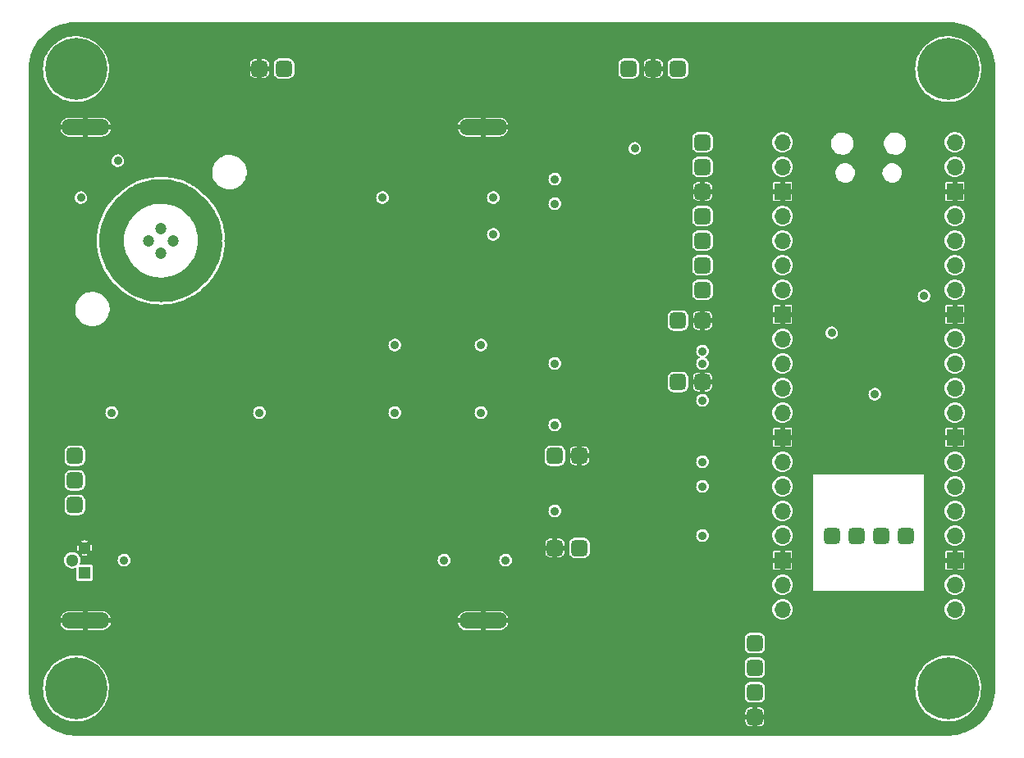
<source format=gbr>
%TF.GenerationSoftware,KiCad,Pcbnew,(6.0.0)*%
%TF.CreationDate,2022-04-27T01:12:06+05:30*%
%TF.ProjectId,Multislope 3I,4d756c74-6973-46c6-9f70-652033492e6b,rev?*%
%TF.SameCoordinates,Original*%
%TF.FileFunction,Copper,L4,Bot*%
%TF.FilePolarity,Positive*%
%FSLAX46Y46*%
G04 Gerber Fmt 4.6, Leading zero omitted, Abs format (unit mm)*
G04 Created by KiCad (PCBNEW (6.0.0)) date 2022-04-27 01:12:06*
%MOMM*%
%LPD*%
G01*
G04 APERTURE LIST*
G04 Aperture macros list*
%AMRoundRect*
0 Rectangle with rounded corners*
0 $1 Rounding radius*
0 $2 $3 $4 $5 $6 $7 $8 $9 X,Y pos of 4 corners*
0 Add a 4 corners polygon primitive as box body*
4,1,4,$2,$3,$4,$5,$6,$7,$8,$9,$2,$3,0*
0 Add four circle primitives for the rounded corners*
1,1,$1+$1,$2,$3*
1,1,$1+$1,$4,$5*
1,1,$1+$1,$6,$7*
1,1,$1+$1,$8,$9*
0 Add four rect primitives between the rounded corners*
20,1,$1+$1,$2,$3,$4,$5,0*
20,1,$1+$1,$4,$5,$6,$7,0*
20,1,$1+$1,$6,$7,$8,$9,0*
20,1,$1+$1,$8,$9,$2,$3,0*%
G04 Aperture macros list end*
%TA.AperFunction,ComponentPad*%
%ADD10RoundRect,0.425000X0.425000X-0.425000X0.425000X0.425000X-0.425000X0.425000X-0.425000X-0.425000X0*%
%TD*%
%TA.AperFunction,ComponentPad*%
%ADD11C,0.800000*%
%TD*%
%TA.AperFunction,ComponentPad*%
%ADD12C,6.400000*%
%TD*%
%TA.AperFunction,ComponentPad*%
%ADD13RoundRect,0.425000X-0.425000X0.425000X-0.425000X-0.425000X0.425000X-0.425000X0.425000X0.425000X0*%
%TD*%
%TA.AperFunction,ComponentPad*%
%ADD14O,5.000000X1.700000*%
%TD*%
%TA.AperFunction,ComponentPad*%
%ADD15R,1.300000X1.300000*%
%TD*%
%TA.AperFunction,ComponentPad*%
%ADD16C,1.300000*%
%TD*%
%TA.AperFunction,ComponentPad*%
%ADD17O,1.700000X1.700000*%
%TD*%
%TA.AperFunction,ComponentPad*%
%ADD18R,1.700000X1.700000*%
%TD*%
%TA.AperFunction,ComponentPad*%
%ADD19RoundRect,0.425000X-0.425000X-0.425000X0.425000X-0.425000X0.425000X0.425000X-0.425000X0.425000X0*%
%TD*%
%TA.AperFunction,ComponentPad*%
%ADD20C,1.200000*%
%TD*%
%TA.AperFunction,ViaPad*%
%ADD21C,0.889000*%
%TD*%
%TA.AperFunction,ViaPad*%
%ADD22C,0.800000*%
%TD*%
G04 APERTURE END LIST*
D10*
%TO.P,J3,1,Pin_1*%
%TO.N,/COMP*%
X158115000Y-93980000D03*
%TO.P,J3,2,Pin_2*%
%TO.N,GND*%
X160655000Y-93980000D03*
%TD*%
D11*
%TO.P,H2,1*%
%TO.N,N/C*%
X94302944Y-133697056D03*
X96000000Y-129600000D03*
X96000000Y-134400000D03*
D12*
X96000000Y-132000000D03*
D11*
X97697056Y-130302944D03*
X97697056Y-133697056D03*
X93600000Y-132000000D03*
X98400000Y-132000000D03*
X94302944Y-130302944D03*
%TD*%
%TO.P,H4,1*%
%TO.N,N/C*%
X94302944Y-69697056D03*
X93600000Y-68000000D03*
X96000000Y-70400000D03*
X94302944Y-66302944D03*
D12*
X96000000Y-68000000D03*
D11*
X97697056Y-66302944D03*
X97697056Y-69697056D03*
X96000000Y-65600000D03*
X98400000Y-68000000D03*
%TD*%
%TO.P,H3,1*%
%TO.N,N/C*%
X184302944Y-66302944D03*
X187697056Y-66302944D03*
X187697056Y-69697056D03*
X184302944Y-69697056D03*
X186000000Y-65600000D03*
X186000000Y-70400000D03*
D12*
X186000000Y-68000000D03*
D11*
X188400000Y-68000000D03*
X183600000Y-68000000D03*
%TD*%
D13*
%TO.P,J12,1,Pin_1*%
%TO.N,Net-(C26-Pad1)*%
X181610000Y-116205000D03*
%TO.P,J12,2,Pin_2*%
%TO.N,Net-(J12-Pad2)*%
X179070000Y-116205000D03*
%TO.P,J12,3,Pin_3*%
%TO.N,Net-(J12-Pad3)*%
X176530000Y-116205000D03*
%TO.P,J12,4,Pin_4*%
%TO.N,Net-(C26-Pad2)*%
X173990000Y-116205000D03*
%TD*%
D14*
%TO.P,J4,1,Pin_1*%
%TO.N,GND*%
X97000000Y-125000000D03*
%TD*%
D10*
%TO.P,J14,1,Pin_1*%
%TO.N,/SLOPE*%
X158115000Y-100330000D03*
%TO.P,J14,2,Pin_2*%
%TO.N,GND*%
X160655000Y-100330000D03*
%TD*%
%TO.P,J1,1,Pin_1*%
%TO.N,/INT*%
X145415000Y-107950000D03*
%TO.P,J1,2,Pin_2*%
%TO.N,GND*%
X147955000Y-107950000D03*
%TD*%
D15*
%TO.P,U17,1,+VS*%
%TO.N,+3V3*%
X96880000Y-120015000D03*
D16*
%TO.P,U17,2,Vout*%
%TO.N,Net-(U15-Pad3)*%
X95610000Y-118745000D03*
%TO.P,U17,3,GND*%
%TO.N,GND*%
X96880000Y-117475000D03*
%TD*%
D17*
%TO.P,U16,1,GPIO0*%
%TO.N,Net-(J2-Pad1)*%
X168910000Y-75565000D03*
%TO.P,U16,2,GPIO1*%
%TO.N,Net-(J2-Pad2)*%
X168910000Y-78105000D03*
D18*
%TO.P,U16,3,GND*%
%TO.N,GND*%
X168910000Y-80645000D03*
D17*
%TO.P,U16,4,GPIO2*%
%TO.N,Net-(J2-Pad4)*%
X168910000Y-83185000D03*
%TO.P,U16,5,GPIO3*%
%TO.N,Net-(J2-Pad5)*%
X168910000Y-85725000D03*
%TO.P,U16,6,GPIO4*%
%TO.N,Net-(J2-Pad6)*%
X168910000Y-88265000D03*
%TO.P,U16,7,GPIO5*%
%TO.N,Net-(J2-Pad7)*%
X168910000Y-90805000D03*
D18*
%TO.P,U16,8,GND*%
%TO.N,GND*%
X168910000Y-93345000D03*
D17*
%TO.P,U16,9,GPIO6*%
%TO.N,/COMP*%
X168910000Y-95885000D03*
%TO.P,U16,10,GPIO7*%
%TO.N,unconnected-(U16-Pad10)*%
X168910000Y-98425000D03*
%TO.P,U16,11,GPIO8*%
%TO.N,Net-(U16-Pad11)*%
X168910000Y-100965000D03*
%TO.P,U16,12,GPIO9*%
%TO.N,Net-(U16-Pad12)*%
X168910000Y-103505000D03*
D18*
%TO.P,U16,13,GND*%
%TO.N,GND*%
X168910000Y-106045000D03*
D17*
%TO.P,U16,14,GPIO10*%
%TO.N,Net-(U15-Pad7)*%
X168910000Y-108585000D03*
%TO.P,U16,15,GPIO11*%
%TO.N,Net-(U15-Pad6)*%
X168910000Y-111125000D03*
%TO.P,U16,16,GPIO12*%
%TO.N,Net-(U15-Pad5)*%
X168910000Y-113665000D03*
%TO.P,U16,17,GPIO13*%
%TO.N,Net-(U15-Pad1)*%
X168910000Y-116205000D03*
D18*
%TO.P,U16,18,GND*%
%TO.N,GND*%
X168910000Y-118745000D03*
D17*
%TO.P,U16,19,GPIO14*%
%TO.N,unconnected-(U16-Pad19)*%
X168910000Y-121285000D03*
%TO.P,U16,20,GPIO15*%
%TO.N,unconnected-(U16-Pad20)*%
X168910000Y-123825000D03*
%TO.P,U16,21,GPIO16*%
%TO.N,unconnected-(U16-Pad21)*%
X186690000Y-123825000D03*
%TO.P,U16,22,GPIO17*%
%TO.N,unconnected-(U16-Pad22)*%
X186690000Y-121285000D03*
D18*
%TO.P,U16,23,GND*%
%TO.N,GND*%
X186690000Y-118745000D03*
D17*
%TO.P,U16,24,GPIO18*%
%TO.N,unconnected-(U16-Pad24)*%
X186690000Y-116205000D03*
%TO.P,U16,25,GPIO19*%
%TO.N,unconnected-(U16-Pad25)*%
X186690000Y-113665000D03*
%TO.P,U16,26,GPIO20*%
%TO.N,unconnected-(U16-Pad26)*%
X186690000Y-111125000D03*
%TO.P,U16,27,GPIO21*%
%TO.N,unconnected-(U16-Pad27)*%
X186690000Y-108585000D03*
D18*
%TO.P,U16,28,GND*%
%TO.N,GND*%
X186690000Y-106045000D03*
D17*
%TO.P,U16,29,GPIO22*%
%TO.N,unconnected-(U16-Pad29)*%
X186690000Y-103505000D03*
%TO.P,U16,30,RUN*%
%TO.N,unconnected-(U16-Pad30)*%
X186690000Y-100965000D03*
%TO.P,U16,31,GPIO26_ADC0*%
%TO.N,unconnected-(U16-Pad31)*%
X186690000Y-98425000D03*
%TO.P,U16,32,GPIO27_ADC1*%
%TO.N,unconnected-(U16-Pad32)*%
X186690000Y-95885000D03*
D18*
%TO.P,U16,33,AGND*%
%TO.N,GND*%
X186690000Y-93345000D03*
D17*
%TO.P,U16,34,GPIO28_ADC2*%
%TO.N,unconnected-(U16-Pad34)*%
X186690000Y-90805000D03*
%TO.P,U16,35,ADC_VREF*%
%TO.N,unconnected-(U16-Pad35)*%
X186690000Y-88265000D03*
%TO.P,U16,36,3V3*%
%TO.N,unconnected-(U16-Pad36)*%
X186690000Y-85725000D03*
%TO.P,U16,37,3V3_EN*%
%TO.N,unconnected-(U16-Pad37)*%
X186690000Y-83185000D03*
D18*
%TO.P,U16,38,GND*%
%TO.N,GND*%
X186690000Y-80645000D03*
D17*
%TO.P,U16,39,VSYS*%
%TO.N,+5V*%
X186690000Y-78105000D03*
%TO.P,U16,40,VBUS*%
%TO.N,unconnected-(U16-Pad40)*%
X186690000Y-75565000D03*
%TD*%
D19*
%TO.P,J11,1,Pin_1*%
%TO.N,/RAW*%
X95885000Y-107950000D03*
%TO.P,J11,2,Pin_2*%
%TO.N,/-REF*%
X95885000Y-110490000D03*
%TO.P,J11,3,Pin_3*%
%TO.N,/+REF*%
X95885000Y-113030000D03*
%TD*%
D14*
%TO.P,J9,1,Pin_1*%
%TO.N,GND*%
X138000000Y-74000000D03*
%TD*%
D19*
%TO.P,J2,1,Pin_1*%
%TO.N,Net-(J2-Pad1)*%
X160655000Y-75565000D03*
%TO.P,J2,2,Pin_2*%
%TO.N,Net-(J2-Pad2)*%
X160655000Y-78105000D03*
%TO.P,J2,3,Pin_3*%
%TO.N,GND*%
X160655000Y-80645000D03*
%TO.P,J2,4,Pin_4*%
%TO.N,Net-(J2-Pad4)*%
X160655000Y-83185000D03*
%TO.P,J2,5,Pin_5*%
%TO.N,Net-(J2-Pad5)*%
X160655000Y-85725000D03*
%TO.P,J2,6,Pin_6*%
%TO.N,Net-(J2-Pad6)*%
X160655000Y-88265000D03*
%TO.P,J2,7,Pin_7*%
%TO.N,Net-(J2-Pad7)*%
X160655000Y-90805000D03*
%TD*%
D12*
%TO.P,H1,1*%
%TO.N,N/C*%
X186000000Y-132000000D03*
D11*
X187697056Y-133697056D03*
X184302944Y-133697056D03*
X186000000Y-129600000D03*
X187697056Y-130302944D03*
X183600000Y-132000000D03*
X186000000Y-134400000D03*
X188400000Y-132000000D03*
X184302944Y-130302944D03*
%TD*%
D14*
%TO.P,J5,1,Pin_1*%
%TO.N,GND*%
X138000000Y-125000000D03*
%TD*%
D19*
%TO.P,J10,1,Pin_1*%
%TO.N,+15V*%
X166052500Y-127317500D03*
%TO.P,J10,2,Pin_2*%
%TO.N,-15V*%
X166052500Y-129857500D03*
%TO.P,J10,3,Pin_3*%
%TO.N,+3V3*%
X166052500Y-132397500D03*
%TO.P,J10,4,Pin_4*%
%TO.N,GND*%
X166052500Y-134937500D03*
%TD*%
D13*
%TO.P,J8,1,Pin_1*%
%TO.N,+15V*%
X158115000Y-67945000D03*
%TO.P,J8,2,Pin_2*%
%TO.N,GND*%
X155575000Y-67945000D03*
%TO.P,J8,3,Pin_3*%
%TO.N,-15V*%
X153035000Y-67945000D03*
%TD*%
D14*
%TO.P,J6,1,Pin_1*%
%TO.N,GND*%
X97000000Y-74000000D03*
%TD*%
D13*
%TO.P,J7,1,Pin_1*%
%TO.N,/SLOPE2*%
X147955000Y-117475000D03*
%TO.P,J7,2,Pin_2*%
%TO.N,GND*%
X145415000Y-117475000D03*
%TD*%
%TO.P,J13,1,Pin_1*%
%TO.N,Net-(J13-Pad1)*%
X117475000Y-67945000D03*
%TO.P,J13,2,Pin_2*%
%TO.N,GND*%
X114935000Y-67945000D03*
%TD*%
D20*
%TO.P,U2,1*%
%TO.N,/RAW*%
X104775000Y-86995000D03*
%TO.P,U2,2*%
%TO.N,GND*%
X106045000Y-85725000D03*
%TO.P,U2,3*%
%TO.N,+15V*%
X104775000Y-84455000D03*
%TO.P,U2,4*%
%TO.N,-15V*%
X103505000Y-85725000D03*
%TD*%
D21*
%TO.N,GND*%
X116205000Y-103505000D03*
X160655000Y-95885000D03*
X145415000Y-106045000D03*
X111760000Y-85725000D03*
X117475000Y-118745000D03*
X149225000Y-104775000D03*
X145415000Y-97155000D03*
X139065000Y-118745000D03*
X180975000Y-93980000D03*
X179705000Y-101600000D03*
X152400000Y-121285000D03*
X102235000Y-118745000D03*
X136525000Y-118745000D03*
X136525000Y-103505000D03*
X123825000Y-118745000D03*
X173990000Y-93980000D03*
X122555000Y-114935000D03*
X152400000Y-111125000D03*
X104775000Y-118745000D03*
X98425000Y-103505000D03*
X152400000Y-80645000D03*
X132715000Y-93345000D03*
X137795000Y-89535000D03*
X130175000Y-103505000D03*
X131445000Y-93345000D03*
X135255000Y-93345000D03*
X121285000Y-103505000D03*
X145415000Y-114935000D03*
X121285000Y-118745000D03*
X152400000Y-95885000D03*
X137795000Y-107315000D03*
X133985000Y-93345000D03*
X132715000Y-118745000D03*
X125095000Y-114935000D03*
X160655000Y-112395000D03*
D22*
X128905000Y-81280000D03*
D21*
X136525000Y-96520000D03*
X160655000Y-117475000D03*
D22*
X130175000Y-96520000D03*
D21*
X137795000Y-81280000D03*
X102235000Y-96520000D03*
X152400000Y-113665000D03*
X175895000Y-104775000D03*
X160655000Y-103505000D03*
X102235000Y-106680000D03*
X122555000Y-118745000D03*
X145415000Y-80645000D03*
X145415000Y-99695000D03*
%TO.N,-15V*%
X96520000Y-81280000D03*
X139065000Y-81280000D03*
X133985000Y-118745000D03*
X160655000Y-108585000D03*
X145415000Y-104775000D03*
X145415000Y-98425000D03*
X137795000Y-103505000D03*
X145415000Y-113665000D03*
X128905000Y-96520000D03*
X100965000Y-118745000D03*
%TO.N,+15V*%
X100330000Y-77470000D03*
X153670000Y-76200000D03*
X160655000Y-102235000D03*
X173990000Y-95250000D03*
X183515000Y-91440000D03*
X127635000Y-81280000D03*
X160655000Y-97155000D03*
X145415000Y-81915000D03*
X128905000Y-103505000D03*
X137795000Y-96520000D03*
X99695000Y-103505000D03*
X140335000Y-118745000D03*
%TO.N,+3V3*%
X114935000Y-103505000D03*
X160655000Y-116205000D03*
X160655000Y-98425000D03*
X160655000Y-111125000D03*
X178435000Y-101600000D03*
X139065000Y-85090000D03*
X145415000Y-79375000D03*
%TD*%
%TA.AperFunction,NonConductor*%
G36*
X104982875Y-79383167D02*
G01*
X105251169Y-79393709D01*
X105261032Y-79394485D01*
X105729361Y-79449915D01*
X105739132Y-79451463D01*
X106201658Y-79543465D01*
X106211279Y-79545775D01*
X106665157Y-79673782D01*
X106674566Y-79676839D01*
X107117011Y-79840066D01*
X107126151Y-79843852D01*
X107554426Y-80041289D01*
X107563241Y-80045781D01*
X107974690Y-80276204D01*
X107983126Y-80281373D01*
X108375249Y-80543381D01*
X108383237Y-80549184D01*
X108542635Y-80674843D01*
X108753592Y-80841149D01*
X108761115Y-80847574D01*
X109109252Y-81169388D01*
X109112818Y-81172818D01*
X109327182Y-81387182D01*
X109330612Y-81390748D01*
X109652426Y-81738885D01*
X109658851Y-81746408D01*
X109791008Y-81914048D01*
X109888441Y-82037640D01*
X109950810Y-82116755D01*
X109956619Y-82124751D01*
X110068311Y-82291910D01*
X110218627Y-82516874D01*
X110223796Y-82525310D01*
X110454219Y-82936759D01*
X110458710Y-82945572D01*
X110471763Y-82973885D01*
X110656148Y-83373849D01*
X110659934Y-83382989D01*
X110823161Y-83825434D01*
X110826218Y-83834843D01*
X110954225Y-84288721D01*
X110956535Y-84298342D01*
X111048537Y-84760868D01*
X111050085Y-84770639D01*
X111105515Y-85238968D01*
X111106291Y-85248831D01*
X111113415Y-85430134D01*
X111104905Y-85480850D01*
X111077988Y-85549889D01*
X111076997Y-85557418D01*
X111058217Y-85700067D01*
X111055905Y-85717626D01*
X111074470Y-85885790D01*
X111105842Y-85971519D01*
X111113419Y-86019765D01*
X111106291Y-86201169D01*
X111105515Y-86211032D01*
X111050085Y-86679361D01*
X111048537Y-86689132D01*
X110956535Y-87151658D01*
X110954225Y-87161279D01*
X110826218Y-87615157D01*
X110823161Y-87624566D01*
X110659934Y-88067011D01*
X110656149Y-88076148D01*
X110465488Y-88489725D01*
X110458711Y-88504426D01*
X110454219Y-88513241D01*
X110223796Y-88924690D01*
X110218627Y-88933126D01*
X110162549Y-89017054D01*
X109969348Y-89306200D01*
X109956625Y-89325241D01*
X109950816Y-89333237D01*
X109884500Y-89417358D01*
X109658851Y-89703592D01*
X109652426Y-89711115D01*
X109330612Y-90059252D01*
X109327182Y-90062818D01*
X109112818Y-90277182D01*
X109109252Y-90280612D01*
X108761115Y-90602426D01*
X108753592Y-90608851D01*
X108542635Y-90775157D01*
X108383237Y-90900816D01*
X108375249Y-90906619D01*
X108067054Y-91112549D01*
X107983126Y-91168627D01*
X107974690Y-91173796D01*
X107563241Y-91404219D01*
X107554426Y-91408711D01*
X107126151Y-91606148D01*
X107117011Y-91609934D01*
X106674566Y-91773161D01*
X106665157Y-91776218D01*
X106211279Y-91904225D01*
X106201658Y-91906535D01*
X105739132Y-91998537D01*
X105729361Y-92000085D01*
X105261032Y-92055515D01*
X105251169Y-92056291D01*
X104982875Y-92066833D01*
X104779938Y-92074806D01*
X104770062Y-92074806D01*
X104567125Y-92066833D01*
X104298831Y-92056291D01*
X104288968Y-92055515D01*
X103820639Y-92000085D01*
X103810868Y-91998537D01*
X103348342Y-91906535D01*
X103338721Y-91904225D01*
X102884843Y-91776218D01*
X102875434Y-91773161D01*
X102432989Y-91609934D01*
X102423849Y-91606148D01*
X101995574Y-91408711D01*
X101986759Y-91404219D01*
X101575310Y-91173796D01*
X101566874Y-91168627D01*
X101482946Y-91112549D01*
X101174751Y-90906619D01*
X101166763Y-90900816D01*
X101007365Y-90775157D01*
X100796408Y-90608851D01*
X100788885Y-90602426D01*
X100440748Y-90280612D01*
X100437182Y-90277182D01*
X100222818Y-90062818D01*
X100219388Y-90059252D01*
X99897574Y-89711115D01*
X99891149Y-89703592D01*
X99665500Y-89417358D01*
X99599184Y-89333237D01*
X99593375Y-89325241D01*
X99580653Y-89306200D01*
X99387451Y-89017054D01*
X99331373Y-88933126D01*
X99326204Y-88924690D01*
X99095781Y-88513241D01*
X99091289Y-88504426D01*
X99084512Y-88489725D01*
X98893851Y-88076148D01*
X98890066Y-88067011D01*
X98726839Y-87624566D01*
X98723782Y-87615157D01*
X98595775Y-87161279D01*
X98593465Y-87151658D01*
X98501463Y-86689132D01*
X98499915Y-86679361D01*
X98444485Y-86211032D01*
X98443709Y-86201169D01*
X98425194Y-85729947D01*
X98425194Y-85725000D01*
X100960104Y-85725000D01*
X100960189Y-85726674D01*
X100960189Y-85726683D01*
X100969336Y-85907243D01*
X100979634Y-86110519D01*
X101038022Y-86492091D01*
X101134672Y-86865810D01*
X101135775Y-86868793D01*
X101135777Y-86868798D01*
X101243970Y-87161279D01*
X101268594Y-87227847D01*
X101438417Y-87574498D01*
X101642401Y-87902213D01*
X101644358Y-87904745D01*
X101769772Y-88067011D01*
X101878459Y-88207636D01*
X102144173Y-88487640D01*
X102146597Y-88489725D01*
X102163689Y-88504426D01*
X102436823Y-88739359D01*
X102753413Y-88960215D01*
X103090701Y-89147947D01*
X103093621Y-89149205D01*
X103093626Y-89149207D01*
X103442300Y-89299370D01*
X103442310Y-89299374D01*
X103445234Y-89300633D01*
X103813382Y-89416710D01*
X104085004Y-89472960D01*
X104188250Y-89494341D01*
X104188253Y-89494341D01*
X104191375Y-89494988D01*
X104485314Y-89525364D01*
X104572188Y-89534342D01*
X104572191Y-89534342D01*
X104575344Y-89534668D01*
X104578511Y-89534674D01*
X104578520Y-89534674D01*
X104768715Y-89535006D01*
X104961357Y-89535342D01*
X105250349Y-89506497D01*
X105342277Y-89497321D01*
X105342279Y-89497321D01*
X105345462Y-89497003D01*
X105358546Y-89494341D01*
X105720592Y-89420682D01*
X105720599Y-89420680D01*
X105723726Y-89420044D01*
X106092277Y-89305253D01*
X106197464Y-89260387D01*
X106444410Y-89155056D01*
X106444414Y-89155054D01*
X106447340Y-89153806D01*
X106450119Y-89152272D01*
X106450125Y-89152269D01*
X106782494Y-88968791D01*
X106785282Y-88967252D01*
X106793207Y-88961765D01*
X107100016Y-88749320D01*
X107100017Y-88749319D01*
X107102640Y-88747503D01*
X107396167Y-88496807D01*
X107662857Y-88217732D01*
X107899980Y-87913134D01*
X107905243Y-87904745D01*
X108103410Y-87588839D01*
X108105107Y-87586134D01*
X108276138Y-87240078D01*
X108411323Y-86878510D01*
X108509277Y-86505131D01*
X108568998Y-86123765D01*
X108569716Y-86110519D01*
X108589701Y-85741491D01*
X108589873Y-85738316D01*
X108577731Y-85480850D01*
X108571840Y-85355924D01*
X108571839Y-85355916D01*
X108571689Y-85352731D01*
X108566227Y-85316180D01*
X108528692Y-85065028D01*
X108514633Y-84970958D01*
X108419288Y-84596905D01*
X108286630Y-84234401D01*
X108118019Y-83887160D01*
X107915180Y-83558735D01*
X107780325Y-83382989D01*
X107682136Y-83255027D01*
X107682133Y-83255024D01*
X107680189Y-83252490D01*
X107415454Y-82971560D01*
X107413049Y-82969476D01*
X107413043Y-82969471D01*
X107126091Y-82720906D01*
X107123684Y-82718821D01*
X106807868Y-82496861D01*
X106471237Y-82307953D01*
X106430818Y-82290378D01*
X106323434Y-82243686D01*
X106117239Y-82154030D01*
X105942025Y-82098112D01*
X105752543Y-82037640D01*
X105752535Y-82037638D01*
X105749499Y-82036669D01*
X105636478Y-82012852D01*
X105374900Y-81957729D01*
X105374895Y-81957728D01*
X105371781Y-81957072D01*
X104987953Y-81916052D01*
X104984766Y-81916035D01*
X104984760Y-81916035D01*
X104809552Y-81915118D01*
X104601945Y-81914031D01*
X104456360Y-81928049D01*
X104220873Y-81950724D01*
X104220868Y-81950725D01*
X104217708Y-81951029D01*
X104214589Y-81951652D01*
X104214584Y-81951653D01*
X104028095Y-81988918D01*
X103839178Y-82026667D01*
X103556491Y-82113632D01*
X103473271Y-82139234D01*
X103473268Y-82139235D01*
X103470229Y-82140170D01*
X103467301Y-82141407D01*
X103467295Y-82141409D01*
X103117583Y-82289134D01*
X103117576Y-82289137D01*
X103114639Y-82290378D01*
X102776048Y-82475750D01*
X102457924Y-82694391D01*
X102455485Y-82696459D01*
X102455479Y-82696464D01*
X102165964Y-82941990D01*
X102165956Y-82941998D01*
X102163524Y-82944060D01*
X102161316Y-82946355D01*
X102161308Y-82946362D01*
X101898076Y-83219901D01*
X101895861Y-83222203D01*
X101893889Y-83224718D01*
X101776956Y-83373849D01*
X101657677Y-83525971D01*
X101451410Y-83852253D01*
X101449985Y-83855110D01*
X101449985Y-83855111D01*
X101351201Y-84053240D01*
X101279171Y-84197710D01*
X101142725Y-84558804D01*
X101043469Y-84931839D01*
X100982417Y-85312994D01*
X100982234Y-85316174D01*
X100982233Y-85316180D01*
X100977471Y-85398778D01*
X100960197Y-85698367D01*
X100960104Y-85725000D01*
X98425194Y-85725000D01*
X98425194Y-85720053D01*
X98425586Y-85710095D01*
X98439751Y-85349570D01*
X98443709Y-85248831D01*
X98444485Y-85238968D01*
X98499915Y-84770639D01*
X98501463Y-84760868D01*
X98593465Y-84298342D01*
X98595775Y-84288721D01*
X98723782Y-83834843D01*
X98726839Y-83825434D01*
X98890066Y-83382989D01*
X98893852Y-83373849D01*
X99078238Y-82973885D01*
X99091290Y-82945572D01*
X99095781Y-82936759D01*
X99326204Y-82525310D01*
X99331373Y-82516874D01*
X99481689Y-82291910D01*
X99593381Y-82124751D01*
X99599190Y-82116755D01*
X99661560Y-82037640D01*
X99758992Y-81914048D01*
X99891149Y-81746408D01*
X99897574Y-81738885D01*
X100219388Y-81390748D01*
X100222818Y-81387182D01*
X100437182Y-81172818D01*
X100440748Y-81169388D01*
X100788885Y-80847574D01*
X100796408Y-80841149D01*
X101007365Y-80674843D01*
X101166763Y-80549184D01*
X101174751Y-80543381D01*
X101566874Y-80281373D01*
X101575310Y-80276204D01*
X101986759Y-80045781D01*
X101995574Y-80041289D01*
X102423849Y-79843852D01*
X102432989Y-79840066D01*
X102875434Y-79676839D01*
X102884843Y-79673782D01*
X103338721Y-79545775D01*
X103348342Y-79543465D01*
X103810868Y-79451463D01*
X103820639Y-79449915D01*
X104288968Y-79394485D01*
X104298831Y-79393709D01*
X104567125Y-79383167D01*
X104770062Y-79375194D01*
X104779938Y-79375194D01*
X104982875Y-79383167D01*
G37*
%TD.AperFunction*%
%TA.AperFunction,Conductor*%
%TO.N,GND*%
G36*
X185991224Y-63129128D02*
G01*
X186000000Y-63131480D01*
X186007947Y-63129351D01*
X186012087Y-63129351D01*
X186023986Y-63128048D01*
X186257811Y-63138256D01*
X186422000Y-63145425D01*
X186427417Y-63145899D01*
X186692169Y-63180755D01*
X186843475Y-63200675D01*
X186848844Y-63201621D01*
X187258568Y-63292454D01*
X187263836Y-63293866D01*
X187664067Y-63420059D01*
X187669180Y-63421920D01*
X187863042Y-63502220D01*
X188056898Y-63582518D01*
X188061839Y-63584822D01*
X188434077Y-63778597D01*
X188438799Y-63781323D01*
X188792730Y-64006802D01*
X188797197Y-64009929D01*
X189130146Y-64265409D01*
X189134322Y-64268914D01*
X189443719Y-64552425D01*
X189447571Y-64556277D01*
X189705270Y-64837505D01*
X189731086Y-64865678D01*
X189734591Y-64869854D01*
X189990071Y-65202803D01*
X189993198Y-65207270D01*
X190218677Y-65561201D01*
X190221403Y-65565923D01*
X190415178Y-65938161D01*
X190417482Y-65943102D01*
X190578078Y-66330815D01*
X190579941Y-66335933D01*
X190681468Y-66657935D01*
X190706134Y-66736165D01*
X190707546Y-66741432D01*
X190798379Y-67151156D01*
X190799325Y-67156525D01*
X190838863Y-67456838D01*
X190854100Y-67572576D01*
X190854575Y-67578000D01*
X190856942Y-67632209D01*
X190871952Y-67976014D01*
X190870649Y-67987913D01*
X190870649Y-67992053D01*
X190868520Y-68000000D01*
X190870872Y-68008776D01*
X190873000Y-68024947D01*
X190873000Y-131975053D01*
X190870872Y-131991224D01*
X190868520Y-132000000D01*
X190870649Y-132007947D01*
X190870649Y-132012087D01*
X190871952Y-132023986D01*
X190854576Y-132421992D01*
X190854100Y-132427424D01*
X190799325Y-132843475D01*
X190798379Y-132848844D01*
X190707546Y-133258568D01*
X190706134Y-133263835D01*
X190647933Y-133448426D01*
X190579943Y-133664061D01*
X190578080Y-133669180D01*
X190497780Y-133863041D01*
X190417482Y-134056898D01*
X190415178Y-134061839D01*
X190221403Y-134434077D01*
X190218677Y-134438799D01*
X189993198Y-134792730D01*
X189990071Y-134797197D01*
X189734591Y-135130146D01*
X189731088Y-135134320D01*
X189484433Y-135403496D01*
X189447575Y-135443719D01*
X189443723Y-135447571D01*
X189242387Y-135632062D01*
X189134322Y-135731086D01*
X189130146Y-135734591D01*
X188797197Y-135990071D01*
X188792730Y-135993198D01*
X188438799Y-136218677D01*
X188434077Y-136221403D01*
X188061839Y-136415178D01*
X188056898Y-136417482D01*
X187863042Y-136497780D01*
X187669180Y-136578080D01*
X187664067Y-136579941D01*
X187342065Y-136681468D01*
X187263835Y-136706134D01*
X187258568Y-136707546D01*
X186848844Y-136798379D01*
X186843475Y-136799325D01*
X186692169Y-136819245D01*
X186427417Y-136854101D01*
X186422000Y-136854575D01*
X186257811Y-136861744D01*
X186023986Y-136871952D01*
X186012087Y-136870649D01*
X186007947Y-136870649D01*
X186000000Y-136868520D01*
X185991224Y-136870872D01*
X185975053Y-136873000D01*
X96024947Y-136873000D01*
X96008776Y-136870872D01*
X96000000Y-136868520D01*
X95992053Y-136870649D01*
X95987913Y-136870649D01*
X95976014Y-136871952D01*
X95742189Y-136861744D01*
X95578000Y-136854575D01*
X95572583Y-136854101D01*
X95307831Y-136819245D01*
X95156525Y-136799325D01*
X95151156Y-136798379D01*
X94741432Y-136707546D01*
X94736165Y-136706134D01*
X94657935Y-136681468D01*
X94335933Y-136579941D01*
X94330820Y-136578080D01*
X94136958Y-136497780D01*
X93943102Y-136417482D01*
X93938161Y-136415178D01*
X93565923Y-136221403D01*
X93561201Y-136218677D01*
X93207270Y-135993198D01*
X93202803Y-135990071D01*
X92869854Y-135734591D01*
X92865678Y-135731086D01*
X92757613Y-135632062D01*
X92556277Y-135447571D01*
X92552425Y-135443719D01*
X92515568Y-135403496D01*
X92515567Y-135403495D01*
X165075501Y-135403495D01*
X165075729Y-135407267D01*
X165085912Y-135491421D01*
X165087872Y-135499142D01*
X165140498Y-135632062D01*
X165144645Y-135639422D01*
X165230933Y-135753102D01*
X165236898Y-135759067D01*
X165350578Y-135845355D01*
X165357938Y-135849502D01*
X165490857Y-135902127D01*
X165498580Y-135904089D01*
X165582733Y-135914273D01*
X165586504Y-135914500D01*
X165786069Y-135914500D01*
X165794859Y-135910859D01*
X165798500Y-135902069D01*
X165798500Y-135902068D01*
X166306500Y-135902068D01*
X166310141Y-135910858D01*
X166318931Y-135914499D01*
X166518495Y-135914499D01*
X166522267Y-135914271D01*
X166606421Y-135904088D01*
X166614142Y-135902128D01*
X166747062Y-135849502D01*
X166754422Y-135845355D01*
X166868102Y-135759067D01*
X166874067Y-135753102D01*
X166960355Y-135639422D01*
X166964502Y-135632062D01*
X167017127Y-135499143D01*
X167019089Y-135491420D01*
X167029273Y-135407267D01*
X167029500Y-135403496D01*
X167029500Y-135203931D01*
X167025859Y-135195141D01*
X167017069Y-135191500D01*
X166318931Y-135191500D01*
X166310141Y-135195141D01*
X166306500Y-135203931D01*
X166306500Y-135902068D01*
X165798500Y-135902068D01*
X165798500Y-135203931D01*
X165794859Y-135195141D01*
X165786069Y-135191500D01*
X165087932Y-135191500D01*
X165079142Y-135195141D01*
X165075501Y-135203931D01*
X165075501Y-135403495D01*
X92515567Y-135403495D01*
X92268912Y-135134320D01*
X92265409Y-135130146D01*
X92009929Y-134797197D01*
X92006802Y-134792730D01*
X91781323Y-134438799D01*
X91778597Y-134434077D01*
X91584822Y-134061839D01*
X91582518Y-134056898D01*
X91502220Y-133863041D01*
X91421920Y-133669180D01*
X91420057Y-133664061D01*
X91352068Y-133448426D01*
X91293866Y-133263835D01*
X91292454Y-133258568D01*
X91201621Y-132848844D01*
X91200675Y-132843475D01*
X91145900Y-132427424D01*
X91145424Y-132421992D01*
X91128048Y-132023986D01*
X91129351Y-132012087D01*
X91129351Y-132007947D01*
X91131480Y-132000000D01*
X91129128Y-131991224D01*
X91128719Y-131988113D01*
X92594527Y-131988113D01*
X92613162Y-132355971D01*
X92671416Y-132719665D01*
X92768608Y-133074941D01*
X92903602Y-133417642D01*
X93074817Y-133743759D01*
X93075754Y-133745154D01*
X93075755Y-133745155D01*
X93228816Y-133972932D01*
X93280252Y-134049477D01*
X93517502Y-134331221D01*
X93518723Y-134332388D01*
X93518726Y-134332391D01*
X93782566Y-134584523D01*
X93782572Y-134584528D01*
X93783792Y-134585694D01*
X93983997Y-134739316D01*
X94071683Y-134806600D01*
X94076008Y-134809919D01*
X94077444Y-134810792D01*
X94389286Y-135000396D01*
X94389294Y-135000400D01*
X94390731Y-135001274D01*
X94724279Y-135157519D01*
X94725876Y-135158066D01*
X94725884Y-135158069D01*
X94859837Y-135203931D01*
X95072751Y-135276828D01*
X95432070Y-135357804D01*
X95708844Y-135389338D01*
X95796347Y-135399308D01*
X95796349Y-135399308D01*
X95798033Y-135399500D01*
X95799727Y-135399509D01*
X95799729Y-135399509D01*
X95944911Y-135400269D01*
X96166358Y-135401428D01*
X96532737Y-135363567D01*
X96534394Y-135363212D01*
X96534399Y-135363211D01*
X96666157Y-135334964D01*
X96892884Y-135286358D01*
X96894486Y-135285828D01*
X96894494Y-135285826D01*
X97240978Y-135171237D01*
X97240981Y-135171236D01*
X97242586Y-135170705D01*
X97577752Y-135017961D01*
X97771557Y-134902888D01*
X97893015Y-134830772D01*
X97893021Y-134830768D01*
X97894461Y-134829913D01*
X97895804Y-134828905D01*
X97895811Y-134828900D01*
X98106022Y-134671069D01*
X165075500Y-134671069D01*
X165079141Y-134679859D01*
X165087931Y-134683500D01*
X165786069Y-134683500D01*
X165794859Y-134679859D01*
X165798500Y-134671069D01*
X166306500Y-134671069D01*
X166310141Y-134679859D01*
X166318931Y-134683500D01*
X167017068Y-134683500D01*
X167025858Y-134679859D01*
X167029499Y-134671069D01*
X167029499Y-134471505D01*
X167029271Y-134467733D01*
X167019088Y-134383579D01*
X167017128Y-134375858D01*
X166964502Y-134242938D01*
X166960355Y-134235578D01*
X166874067Y-134121898D01*
X166868102Y-134115933D01*
X166754422Y-134029645D01*
X166747062Y-134025498D01*
X166614143Y-133972873D01*
X166606420Y-133970911D01*
X166522267Y-133960727D01*
X166518496Y-133960500D01*
X166318931Y-133960500D01*
X166310141Y-133964141D01*
X166306500Y-133972931D01*
X166306500Y-134671069D01*
X165798500Y-134671069D01*
X165798500Y-133972932D01*
X165794859Y-133964142D01*
X165786069Y-133960501D01*
X165586505Y-133960501D01*
X165582733Y-133960729D01*
X165498579Y-133970912D01*
X165490858Y-133972872D01*
X165357938Y-134025498D01*
X165350578Y-134029645D01*
X165236898Y-134115933D01*
X165230933Y-134121898D01*
X165144645Y-134235578D01*
X165140498Y-134242938D01*
X165087873Y-134375857D01*
X165085911Y-134383580D01*
X165075727Y-134467733D01*
X165075500Y-134471504D01*
X165075500Y-134671069D01*
X98106022Y-134671069D01*
X98187656Y-134609776D01*
X98187658Y-134609775D01*
X98189009Y-134608760D01*
X98335684Y-134471504D01*
X98456714Y-134358246D01*
X98456717Y-134358242D01*
X98457950Y-134357089D01*
X98698138Y-134077846D01*
X98906762Y-133774295D01*
X98964716Y-133666664D01*
X99080585Y-133451471D01*
X99081383Y-133449989D01*
X99093913Y-133419133D01*
X99219321Y-133110289D01*
X99219322Y-133110287D01*
X99219958Y-133108720D01*
X99229131Y-133076520D01*
X99320400Y-132756115D01*
X99320401Y-132756112D01*
X99320865Y-132754482D01*
X99326817Y-132719665D01*
X99382638Y-132393097D01*
X99382925Y-132391418D01*
X99405411Y-132023775D01*
X99405494Y-132000000D01*
X99400584Y-131909337D01*
X165002000Y-131909337D01*
X165002001Y-132885662D01*
X165004791Y-132921127D01*
X165048882Y-133072890D01*
X165129330Y-133208920D01*
X165241080Y-133320670D01*
X165377110Y-133401118D01*
X165380890Y-133402216D01*
X165380892Y-133402217D01*
X165428582Y-133416072D01*
X165528873Y-133445209D01*
X165532056Y-133445460D01*
X165532059Y-133445460D01*
X165563098Y-133447903D01*
X165563111Y-133447904D01*
X165564337Y-133448000D01*
X166052106Y-133448000D01*
X166540662Y-133447999D01*
X166554329Y-133446924D01*
X166572942Y-133445460D01*
X166572946Y-133445459D01*
X166576127Y-133445209D01*
X166676418Y-133416072D01*
X166724108Y-133402217D01*
X166724110Y-133402216D01*
X166727890Y-133401118D01*
X166863920Y-133320670D01*
X166975670Y-133208920D01*
X167056118Y-133072890D01*
X167100209Y-132921127D01*
X167100460Y-132917941D01*
X167102903Y-132886902D01*
X167102904Y-132886889D01*
X167103000Y-132885663D01*
X167102999Y-131988113D01*
X182594527Y-131988113D01*
X182613162Y-132355971D01*
X182671416Y-132719665D01*
X182768608Y-133074941D01*
X182903602Y-133417642D01*
X183074817Y-133743759D01*
X183075754Y-133745154D01*
X183075755Y-133745155D01*
X183228816Y-133972932D01*
X183280252Y-134049477D01*
X183517502Y-134331221D01*
X183518723Y-134332388D01*
X183518726Y-134332391D01*
X183782566Y-134584523D01*
X183782572Y-134584528D01*
X183783792Y-134585694D01*
X183983997Y-134739316D01*
X184071683Y-134806600D01*
X184076008Y-134809919D01*
X184077444Y-134810792D01*
X184389286Y-135000396D01*
X184389294Y-135000400D01*
X184390731Y-135001274D01*
X184724279Y-135157519D01*
X184725876Y-135158066D01*
X184725884Y-135158069D01*
X184859837Y-135203931D01*
X185072751Y-135276828D01*
X185432070Y-135357804D01*
X185708844Y-135389338D01*
X185796347Y-135399308D01*
X185796349Y-135399308D01*
X185798033Y-135399500D01*
X185799727Y-135399509D01*
X185799729Y-135399509D01*
X185944911Y-135400269D01*
X186166358Y-135401428D01*
X186532737Y-135363567D01*
X186534394Y-135363212D01*
X186534399Y-135363211D01*
X186666157Y-135334964D01*
X186892884Y-135286358D01*
X186894486Y-135285828D01*
X186894494Y-135285826D01*
X187240978Y-135171237D01*
X187240981Y-135171236D01*
X187242586Y-135170705D01*
X187577752Y-135017961D01*
X187771557Y-134902888D01*
X187893015Y-134830772D01*
X187893021Y-134830768D01*
X187894461Y-134829913D01*
X187895804Y-134828905D01*
X187895811Y-134828900D01*
X188187656Y-134609776D01*
X188187658Y-134609775D01*
X188189009Y-134608760D01*
X188335684Y-134471504D01*
X188456714Y-134358246D01*
X188456717Y-134358242D01*
X188457950Y-134357089D01*
X188698138Y-134077846D01*
X188906762Y-133774295D01*
X188964716Y-133666664D01*
X189080585Y-133451471D01*
X189081383Y-133449989D01*
X189093913Y-133419133D01*
X189219321Y-133110289D01*
X189219322Y-133110287D01*
X189219958Y-133108720D01*
X189229131Y-133076520D01*
X189320400Y-132756115D01*
X189320401Y-132756112D01*
X189320865Y-132754482D01*
X189326817Y-132719665D01*
X189382638Y-132393097D01*
X189382925Y-132391418D01*
X189405411Y-132023775D01*
X189405494Y-132000000D01*
X189385575Y-131632209D01*
X189326052Y-131268720D01*
X189227620Y-130913786D01*
X189227000Y-130912228D01*
X189226997Y-130912219D01*
X189092056Y-130573128D01*
X189092054Y-130573125D01*
X189091431Y-130571558D01*
X188919078Y-130246041D01*
X188912187Y-130235862D01*
X188713525Y-129942440D01*
X188712578Y-129941041D01*
X188474346Y-129660128D01*
X188382666Y-129573127D01*
X188208392Y-129407747D01*
X188208387Y-129407742D01*
X188207168Y-129406586D01*
X188156646Y-129368098D01*
X187915516Y-129184406D01*
X187914172Y-129183382D01*
X187598783Y-128993127D01*
X187597257Y-128992419D01*
X187597252Y-128992416D01*
X187460894Y-128929121D01*
X187264691Y-128838047D01*
X187263098Y-128837508D01*
X187263091Y-128837505D01*
X186917402Y-128720496D01*
X186917393Y-128720493D01*
X186915805Y-128719956D01*
X186556206Y-128640234D01*
X186537166Y-128638132D01*
X186191780Y-128600001D01*
X186191771Y-128600001D01*
X186190100Y-128599816D01*
X186188408Y-128599813D01*
X186188407Y-128599813D01*
X186027961Y-128599533D01*
X185821770Y-128599173D01*
X185820099Y-128599352D01*
X185820091Y-128599352D01*
X185457216Y-128638132D01*
X185457209Y-128638133D01*
X185455526Y-128638313D01*
X185095650Y-128716779D01*
X185094047Y-128717315D01*
X185094041Y-128717317D01*
X184747955Y-128833116D01*
X184747950Y-128833118D01*
X184746354Y-128833652D01*
X184702371Y-128853882D01*
X184413259Y-128986858D01*
X184413251Y-128986862D01*
X184411723Y-128987565D01*
X184410273Y-128988433D01*
X184410267Y-128988436D01*
X184308294Y-129049466D01*
X184095672Y-129176718D01*
X183801898Y-129398897D01*
X183533837Y-129651505D01*
X183532744Y-129652785D01*
X183532739Y-129652790D01*
X183295723Y-129930300D01*
X183294626Y-129931585D01*
X183087062Y-130235862D01*
X183086265Y-130237355D01*
X183086263Y-130237358D01*
X183029096Y-130344422D01*
X182913574Y-130560776D01*
X182776192Y-130902526D01*
X182676521Y-131257115D01*
X182615729Y-131620393D01*
X182615632Y-131622081D01*
X182615631Y-131622087D01*
X182595280Y-131975053D01*
X182594527Y-131988113D01*
X167102999Y-131988113D01*
X167102999Y-131909338D01*
X167100209Y-131873873D01*
X167056118Y-131722110D01*
X166975670Y-131586080D01*
X166863920Y-131474330D01*
X166727890Y-131393882D01*
X166724110Y-131392784D01*
X166724108Y-131392783D01*
X166579197Y-131350683D01*
X166579198Y-131350683D01*
X166576127Y-131349791D01*
X166572944Y-131349540D01*
X166572941Y-131349540D01*
X166541902Y-131347097D01*
X166541889Y-131347096D01*
X166540663Y-131347000D01*
X166052895Y-131347000D01*
X165564338Y-131347001D01*
X165550671Y-131348076D01*
X165532058Y-131349540D01*
X165532054Y-131349541D01*
X165528873Y-131349791D01*
X165525806Y-131350682D01*
X165380892Y-131392783D01*
X165380890Y-131392784D01*
X165377110Y-131393882D01*
X165241080Y-131474330D01*
X165129330Y-131586080D01*
X165048882Y-131722110D01*
X165004791Y-131873873D01*
X165004540Y-131877056D01*
X165004540Y-131877059D01*
X165002097Y-131908098D01*
X165002096Y-131908111D01*
X165002000Y-131909337D01*
X99400584Y-131909337D01*
X99385575Y-131632209D01*
X99326052Y-131268720D01*
X99227620Y-130913786D01*
X99227000Y-130912228D01*
X99226997Y-130912219D01*
X99092056Y-130573128D01*
X99092054Y-130573125D01*
X99091431Y-130571558D01*
X98919078Y-130246041D01*
X98912187Y-130235862D01*
X98713525Y-129942440D01*
X98712578Y-129941041D01*
X98474346Y-129660128D01*
X98382666Y-129573127D01*
X98208392Y-129407747D01*
X98208387Y-129407742D01*
X98207168Y-129406586D01*
X98158272Y-129369337D01*
X165002000Y-129369337D01*
X165002001Y-130345662D01*
X165004791Y-130381127D01*
X165048882Y-130532890D01*
X165129330Y-130668920D01*
X165241080Y-130780670D01*
X165377110Y-130861118D01*
X165380890Y-130862216D01*
X165380892Y-130862217D01*
X165486368Y-130892860D01*
X165528873Y-130905209D01*
X165532056Y-130905460D01*
X165532059Y-130905460D01*
X165563098Y-130907903D01*
X165563111Y-130907904D01*
X165564337Y-130908000D01*
X166052106Y-130908000D01*
X166540662Y-130907999D01*
X166554329Y-130906924D01*
X166572942Y-130905460D01*
X166572946Y-130905459D01*
X166576127Y-130905209D01*
X166590763Y-130900957D01*
X166724108Y-130862217D01*
X166724110Y-130862216D01*
X166727890Y-130861118D01*
X166863920Y-130780670D01*
X166975670Y-130668920D01*
X167056118Y-130532890D01*
X167100209Y-130381127D01*
X167100460Y-130377941D01*
X167102903Y-130346902D01*
X167102904Y-130346889D01*
X167103000Y-130345663D01*
X167102999Y-129369338D01*
X167100209Y-129333873D01*
X167056118Y-129182110D01*
X166975670Y-129046080D01*
X166863920Y-128934330D01*
X166727890Y-128853882D01*
X166724110Y-128852784D01*
X166724108Y-128852783D01*
X166579197Y-128810683D01*
X166579198Y-128810683D01*
X166576127Y-128809791D01*
X166572944Y-128809540D01*
X166572941Y-128809540D01*
X166541902Y-128807097D01*
X166541889Y-128807096D01*
X166540663Y-128807000D01*
X166052895Y-128807000D01*
X165564338Y-128807001D01*
X165550671Y-128808076D01*
X165532058Y-128809540D01*
X165532054Y-128809541D01*
X165528873Y-128809791D01*
X165525806Y-128810682D01*
X165380892Y-128852783D01*
X165380890Y-128852784D01*
X165377110Y-128853882D01*
X165241080Y-128934330D01*
X165129330Y-129046080D01*
X165048882Y-129182110D01*
X165004791Y-129333873D01*
X165004540Y-129337056D01*
X165004540Y-129337059D01*
X165002097Y-129368098D01*
X165002096Y-129368111D01*
X165002000Y-129369337D01*
X98158272Y-129369337D01*
X98156646Y-129368098D01*
X97915516Y-129184406D01*
X97914172Y-129183382D01*
X97598783Y-128993127D01*
X97597257Y-128992419D01*
X97597252Y-128992416D01*
X97460894Y-128929121D01*
X97264691Y-128838047D01*
X97263098Y-128837508D01*
X97263091Y-128837505D01*
X96917402Y-128720496D01*
X96917393Y-128720493D01*
X96915805Y-128719956D01*
X96556206Y-128640234D01*
X96537166Y-128638132D01*
X96191780Y-128600001D01*
X96191771Y-128600001D01*
X96190100Y-128599816D01*
X96188408Y-128599813D01*
X96188407Y-128599813D01*
X96027961Y-128599533D01*
X95821770Y-128599173D01*
X95820099Y-128599352D01*
X95820091Y-128599352D01*
X95457216Y-128638132D01*
X95457209Y-128638133D01*
X95455526Y-128638313D01*
X95095650Y-128716779D01*
X95094047Y-128717315D01*
X95094041Y-128717317D01*
X94747955Y-128833116D01*
X94747950Y-128833118D01*
X94746354Y-128833652D01*
X94702371Y-128853882D01*
X94413259Y-128986858D01*
X94413251Y-128986862D01*
X94411723Y-128987565D01*
X94410273Y-128988433D01*
X94410267Y-128988436D01*
X94308294Y-129049466D01*
X94095672Y-129176718D01*
X93801898Y-129398897D01*
X93533837Y-129651505D01*
X93532744Y-129652785D01*
X93532739Y-129652790D01*
X93295723Y-129930300D01*
X93294626Y-129931585D01*
X93087062Y-130235862D01*
X93086265Y-130237355D01*
X93086263Y-130237358D01*
X93029096Y-130344422D01*
X92913574Y-130560776D01*
X92776192Y-130902526D01*
X92676521Y-131257115D01*
X92615729Y-131620393D01*
X92615632Y-131622081D01*
X92615631Y-131622087D01*
X92595280Y-131975053D01*
X92594527Y-131988113D01*
X91128719Y-131988113D01*
X91127000Y-131975053D01*
X91127000Y-126829337D01*
X165002000Y-126829337D01*
X165002001Y-127805662D01*
X165004791Y-127841127D01*
X165048882Y-127992890D01*
X165129330Y-128128920D01*
X165241080Y-128240670D01*
X165377110Y-128321118D01*
X165380890Y-128322216D01*
X165380892Y-128322217D01*
X165486368Y-128352860D01*
X165528873Y-128365209D01*
X165532056Y-128365460D01*
X165532059Y-128365460D01*
X165563098Y-128367903D01*
X165563111Y-128367904D01*
X165564337Y-128368000D01*
X166052106Y-128368000D01*
X166540662Y-128367999D01*
X166554329Y-128366924D01*
X166572942Y-128365460D01*
X166572946Y-128365459D01*
X166576127Y-128365209D01*
X166579197Y-128364317D01*
X166724108Y-128322217D01*
X166724110Y-128322216D01*
X166727890Y-128321118D01*
X166863920Y-128240670D01*
X166975670Y-128128920D01*
X167056118Y-127992890D01*
X167100209Y-127841127D01*
X167100460Y-127837941D01*
X167102903Y-127806902D01*
X167102904Y-127806889D01*
X167103000Y-127805663D01*
X167102999Y-126829338D01*
X167100209Y-126793873D01*
X167056118Y-126642110D01*
X166975670Y-126506080D01*
X166863920Y-126394330D01*
X166727890Y-126313882D01*
X166724110Y-126312784D01*
X166724108Y-126312783D01*
X166579197Y-126270683D01*
X166579198Y-126270683D01*
X166576127Y-126269791D01*
X166572944Y-126269540D01*
X166572941Y-126269540D01*
X166541902Y-126267097D01*
X166541889Y-126267096D01*
X166540663Y-126267000D01*
X166052895Y-126267000D01*
X165564338Y-126267001D01*
X165550671Y-126268076D01*
X165532058Y-126269540D01*
X165532054Y-126269541D01*
X165528873Y-126269791D01*
X165525806Y-126270682D01*
X165380892Y-126312783D01*
X165380890Y-126312784D01*
X165377110Y-126313882D01*
X165241080Y-126394330D01*
X165129330Y-126506080D01*
X165048882Y-126642110D01*
X165004791Y-126793873D01*
X165004540Y-126797056D01*
X165004540Y-126797059D01*
X165002097Y-126828098D01*
X165002096Y-126828111D01*
X165002000Y-126829337D01*
X91127000Y-126829337D01*
X91127000Y-125260584D01*
X94404833Y-125260584D01*
X94466257Y-125427529D01*
X94469017Y-125433188D01*
X94570272Y-125596494D01*
X94574117Y-125601487D01*
X94706138Y-125741097D01*
X94710912Y-125745217D01*
X94868309Y-125855428D01*
X94873806Y-125858500D01*
X95050161Y-125934815D01*
X95056157Y-125936717D01*
X95244990Y-125976166D01*
X95249757Y-125976785D01*
X95253044Y-125976957D01*
X95254661Y-125977000D01*
X96733569Y-125977000D01*
X96742359Y-125973359D01*
X96746000Y-125964569D01*
X97254000Y-125964569D01*
X97257641Y-125973359D01*
X97266431Y-125977000D01*
X98698024Y-125977000D01*
X98701184Y-125976840D01*
X98844321Y-125962300D01*
X98850483Y-125961036D01*
X99033845Y-125903574D01*
X99039633Y-125901093D01*
X99207698Y-125807934D01*
X99212865Y-125804342D01*
X99358763Y-125679292D01*
X99363103Y-125674734D01*
X99480876Y-125522902D01*
X99484214Y-125517560D01*
X99569051Y-125345149D01*
X99571244Y-125339251D01*
X99590317Y-125266031D01*
X99589561Y-125260584D01*
X135404833Y-125260584D01*
X135466257Y-125427529D01*
X135469017Y-125433188D01*
X135570272Y-125596494D01*
X135574117Y-125601487D01*
X135706138Y-125741097D01*
X135710912Y-125745217D01*
X135868309Y-125855428D01*
X135873806Y-125858500D01*
X136050161Y-125934815D01*
X136056157Y-125936717D01*
X136244990Y-125976166D01*
X136249757Y-125976785D01*
X136253044Y-125976957D01*
X136254661Y-125977000D01*
X137733569Y-125977000D01*
X137742359Y-125973359D01*
X137746000Y-125964569D01*
X138254000Y-125964569D01*
X138257641Y-125973359D01*
X138266431Y-125977000D01*
X139698024Y-125977000D01*
X139701184Y-125976840D01*
X139844321Y-125962300D01*
X139850483Y-125961036D01*
X140033845Y-125903574D01*
X140039633Y-125901093D01*
X140207698Y-125807934D01*
X140212865Y-125804342D01*
X140358763Y-125679292D01*
X140363103Y-125674734D01*
X140480876Y-125522902D01*
X140484214Y-125517560D01*
X140569051Y-125345149D01*
X140571244Y-125339251D01*
X140590317Y-125266031D01*
X140589009Y-125256605D01*
X140585565Y-125254000D01*
X138266431Y-125254000D01*
X138257641Y-125257641D01*
X138254000Y-125266431D01*
X138254000Y-125964569D01*
X137746000Y-125964569D01*
X137746000Y-125266431D01*
X137742359Y-125257641D01*
X137733569Y-125254000D01*
X135414842Y-125254000D01*
X135406052Y-125257641D01*
X135404833Y-125260584D01*
X99589561Y-125260584D01*
X99589009Y-125256605D01*
X99585565Y-125254000D01*
X97266431Y-125254000D01*
X97257641Y-125257641D01*
X97254000Y-125266431D01*
X97254000Y-125964569D01*
X96746000Y-125964569D01*
X96746000Y-125266431D01*
X96742359Y-125257641D01*
X96733569Y-125254000D01*
X94414842Y-125254000D01*
X94406052Y-125257641D01*
X94404833Y-125260584D01*
X91127000Y-125260584D01*
X91127000Y-124733969D01*
X94409683Y-124733969D01*
X94410991Y-124743395D01*
X94414435Y-124746000D01*
X96733569Y-124746000D01*
X96742359Y-124742359D01*
X96746000Y-124733569D01*
X97254000Y-124733569D01*
X97257641Y-124742359D01*
X97266431Y-124746000D01*
X99585158Y-124746000D01*
X99593948Y-124742359D01*
X99595167Y-124739416D01*
X99593163Y-124733969D01*
X135409683Y-124733969D01*
X135410991Y-124743395D01*
X135414435Y-124746000D01*
X137733569Y-124746000D01*
X137742359Y-124742359D01*
X137746000Y-124733569D01*
X138254000Y-124733569D01*
X138257641Y-124742359D01*
X138266431Y-124746000D01*
X140585158Y-124746000D01*
X140593948Y-124742359D01*
X140595167Y-124739416D01*
X140533743Y-124572471D01*
X140530983Y-124566812D01*
X140429728Y-124403506D01*
X140425883Y-124398513D01*
X140293862Y-124258903D01*
X140289088Y-124254783D01*
X140131691Y-124144572D01*
X140126194Y-124141500D01*
X139949839Y-124065185D01*
X139943843Y-124063283D01*
X139755010Y-124023834D01*
X139750243Y-124023215D01*
X139746956Y-124023043D01*
X139745339Y-124023000D01*
X138266431Y-124023000D01*
X138257641Y-124026641D01*
X138254000Y-124035431D01*
X138254000Y-124733569D01*
X137746000Y-124733569D01*
X137746000Y-124035431D01*
X137742359Y-124026641D01*
X137733569Y-124023000D01*
X136301976Y-124023000D01*
X136298816Y-124023160D01*
X136155679Y-124037700D01*
X136149517Y-124038964D01*
X135966155Y-124096426D01*
X135960367Y-124098907D01*
X135792302Y-124192066D01*
X135787135Y-124195658D01*
X135641237Y-124320708D01*
X135636897Y-124325266D01*
X135519124Y-124477098D01*
X135515786Y-124482440D01*
X135430949Y-124654851D01*
X135428756Y-124660749D01*
X135409683Y-124733969D01*
X99593163Y-124733969D01*
X99533743Y-124572471D01*
X99530983Y-124566812D01*
X99429728Y-124403506D01*
X99425883Y-124398513D01*
X99293862Y-124258903D01*
X99289088Y-124254783D01*
X99131691Y-124144572D01*
X99126194Y-124141500D01*
X98949839Y-124065185D01*
X98943843Y-124063283D01*
X98755010Y-124023834D01*
X98750243Y-124023215D01*
X98746956Y-124023043D01*
X98745339Y-124023000D01*
X97266431Y-124023000D01*
X97257641Y-124026641D01*
X97254000Y-124035431D01*
X97254000Y-124733569D01*
X96746000Y-124733569D01*
X96746000Y-124035431D01*
X96742359Y-124026641D01*
X96733569Y-124023000D01*
X95301976Y-124023000D01*
X95298816Y-124023160D01*
X95155679Y-124037700D01*
X95149517Y-124038964D01*
X94966155Y-124096426D01*
X94960367Y-124098907D01*
X94792302Y-124192066D01*
X94787135Y-124195658D01*
X94641237Y-124320708D01*
X94636897Y-124325266D01*
X94519124Y-124477098D01*
X94515786Y-124482440D01*
X94430949Y-124654851D01*
X94428756Y-124660749D01*
X94409683Y-124733969D01*
X91127000Y-124733969D01*
X91127000Y-123810262D01*
X167854520Y-123810262D01*
X167871759Y-124015553D01*
X167928544Y-124213586D01*
X168022712Y-124396818D01*
X168024603Y-124399204D01*
X168024605Y-124399207D01*
X168053598Y-124435787D01*
X168150677Y-124558270D01*
X168153007Y-124560253D01*
X168264160Y-124654851D01*
X168307564Y-124691791D01*
X168487398Y-124792297D01*
X168490302Y-124793241D01*
X168490303Y-124793241D01*
X168680416Y-124855013D01*
X168680421Y-124855014D01*
X168683329Y-124855959D01*
X168686370Y-124856322D01*
X168686372Y-124856322D01*
X168748442Y-124863723D01*
X168887894Y-124880351D01*
X168890936Y-124880117D01*
X168890939Y-124880117D01*
X169090249Y-124864781D01*
X169090251Y-124864781D01*
X169093300Y-124864546D01*
X169291725Y-124809145D01*
X169294448Y-124807770D01*
X169294452Y-124807768D01*
X169472890Y-124717632D01*
X169475610Y-124716258D01*
X169478008Y-124714385D01*
X169478012Y-124714382D01*
X169563014Y-124647971D01*
X169637951Y-124589424D01*
X169652585Y-124572471D01*
X169734907Y-124477098D01*
X169772564Y-124433472D01*
X169874323Y-124254344D01*
X169939351Y-124058863D01*
X169942025Y-124037700D01*
X169964951Y-123856216D01*
X169964951Y-123856215D01*
X169965171Y-123854474D01*
X169965583Y-123825000D01*
X169965414Y-123823280D01*
X169965414Y-123823271D01*
X169964138Y-123810262D01*
X185634520Y-123810262D01*
X185651759Y-124015553D01*
X185708544Y-124213586D01*
X185802712Y-124396818D01*
X185804603Y-124399204D01*
X185804605Y-124399207D01*
X185833598Y-124435787D01*
X185930677Y-124558270D01*
X185933007Y-124560253D01*
X186044160Y-124654851D01*
X186087564Y-124691791D01*
X186267398Y-124792297D01*
X186270302Y-124793241D01*
X186270303Y-124793241D01*
X186460416Y-124855013D01*
X186460421Y-124855014D01*
X186463329Y-124855959D01*
X186466370Y-124856322D01*
X186466372Y-124856322D01*
X186528442Y-124863723D01*
X186667894Y-124880351D01*
X186670936Y-124880117D01*
X186670939Y-124880117D01*
X186870249Y-124864781D01*
X186870251Y-124864781D01*
X186873300Y-124864546D01*
X187071725Y-124809145D01*
X187074448Y-124807770D01*
X187074452Y-124807768D01*
X187252890Y-124717632D01*
X187255610Y-124716258D01*
X187258008Y-124714385D01*
X187258012Y-124714382D01*
X187343014Y-124647971D01*
X187417951Y-124589424D01*
X187432585Y-124572471D01*
X187514907Y-124477098D01*
X187552564Y-124433472D01*
X187654323Y-124254344D01*
X187719351Y-124058863D01*
X187722025Y-124037700D01*
X187744951Y-123856216D01*
X187744951Y-123856215D01*
X187745171Y-123854474D01*
X187745583Y-123825000D01*
X187745414Y-123823280D01*
X187745414Y-123823271D01*
X187725778Y-123623010D01*
X187725480Y-123619970D01*
X187665935Y-123422749D01*
X187569218Y-123240849D01*
X187439011Y-123081200D01*
X187280275Y-122949882D01*
X187099055Y-122851897D01*
X187044143Y-122834899D01*
X186905169Y-122791879D01*
X186905166Y-122791878D01*
X186902254Y-122790977D01*
X186899221Y-122790658D01*
X186899220Y-122790658D01*
X186846660Y-122785134D01*
X186697369Y-122769443D01*
X186694336Y-122769719D01*
X186694332Y-122769719D01*
X186581436Y-122779993D01*
X186492203Y-122788114D01*
X186489270Y-122788977D01*
X186489266Y-122788978D01*
X186339005Y-122833203D01*
X186294572Y-122846280D01*
X186112002Y-122941726D01*
X185951447Y-123070815D01*
X185819024Y-123228630D01*
X185719776Y-123409162D01*
X185657484Y-123605532D01*
X185657143Y-123608570D01*
X185657143Y-123608571D01*
X185655524Y-123623010D01*
X185634520Y-123810262D01*
X169964138Y-123810262D01*
X169945778Y-123623010D01*
X169945480Y-123619970D01*
X169885935Y-123422749D01*
X169789218Y-123240849D01*
X169659011Y-123081200D01*
X169500275Y-122949882D01*
X169319055Y-122851897D01*
X169264143Y-122834899D01*
X169125169Y-122791879D01*
X169125166Y-122791878D01*
X169122254Y-122790977D01*
X169119221Y-122790658D01*
X169119220Y-122790658D01*
X169066660Y-122785134D01*
X168917369Y-122769443D01*
X168914336Y-122769719D01*
X168914332Y-122769719D01*
X168801436Y-122779993D01*
X168712203Y-122788114D01*
X168709270Y-122788977D01*
X168709266Y-122788978D01*
X168559005Y-122833203D01*
X168514572Y-122846280D01*
X168332002Y-122941726D01*
X168171447Y-123070815D01*
X168039024Y-123228630D01*
X167939776Y-123409162D01*
X167877484Y-123605532D01*
X167877143Y-123608570D01*
X167877143Y-123608571D01*
X167875524Y-123623010D01*
X167854520Y-123810262D01*
X91127000Y-123810262D01*
X91127000Y-121270262D01*
X167854520Y-121270262D01*
X167871759Y-121475553D01*
X167928544Y-121673586D01*
X168022712Y-121856818D01*
X168024603Y-121859204D01*
X168024605Y-121859207D01*
X168072789Y-121920000D01*
X168150677Y-122018270D01*
X168307564Y-122151791D01*
X168487398Y-122252297D01*
X168490302Y-122253241D01*
X168490303Y-122253241D01*
X168680416Y-122315013D01*
X168680421Y-122315014D01*
X168683329Y-122315959D01*
X168686370Y-122316322D01*
X168686372Y-122316322D01*
X168748442Y-122323723D01*
X168887894Y-122340351D01*
X168890936Y-122340117D01*
X168890939Y-122340117D01*
X169090249Y-122324781D01*
X169090251Y-122324781D01*
X169093300Y-122324546D01*
X169291725Y-122269145D01*
X169294448Y-122267770D01*
X169294452Y-122267768D01*
X169472890Y-122177632D01*
X169475610Y-122176258D01*
X169478008Y-122174385D01*
X169478012Y-122174382D01*
X169563014Y-122107971D01*
X169637951Y-122049424D01*
X169666910Y-122015875D01*
X169690980Y-121987989D01*
X169749666Y-121920000D01*
X172085000Y-121920000D01*
X183515000Y-121920000D01*
X183515000Y-121270262D01*
X185634520Y-121270262D01*
X185651759Y-121475553D01*
X185708544Y-121673586D01*
X185802712Y-121856818D01*
X185804603Y-121859204D01*
X185804605Y-121859207D01*
X185852789Y-121920000D01*
X185930677Y-122018270D01*
X186087564Y-122151791D01*
X186267398Y-122252297D01*
X186270302Y-122253241D01*
X186270303Y-122253241D01*
X186460416Y-122315013D01*
X186460421Y-122315014D01*
X186463329Y-122315959D01*
X186466370Y-122316322D01*
X186466372Y-122316322D01*
X186528442Y-122323723D01*
X186667894Y-122340351D01*
X186670936Y-122340117D01*
X186670939Y-122340117D01*
X186870249Y-122324781D01*
X186870251Y-122324781D01*
X186873300Y-122324546D01*
X187071725Y-122269145D01*
X187074448Y-122267770D01*
X187074452Y-122267768D01*
X187252890Y-122177632D01*
X187255610Y-122176258D01*
X187258008Y-122174385D01*
X187258012Y-122174382D01*
X187343014Y-122107971D01*
X187417951Y-122049424D01*
X187446910Y-122015875D01*
X187470980Y-121987989D01*
X187552564Y-121893472D01*
X187654323Y-121714344D01*
X187719351Y-121518863D01*
X187724452Y-121478489D01*
X187744951Y-121316216D01*
X187744951Y-121316215D01*
X187745171Y-121314474D01*
X187745583Y-121285000D01*
X187745414Y-121283280D01*
X187745414Y-121283271D01*
X187725778Y-121083010D01*
X187725480Y-121079970D01*
X187665935Y-120882749D01*
X187591753Y-120743231D01*
X187570653Y-120703547D01*
X187570651Y-120703544D01*
X187569218Y-120700849D01*
X187439011Y-120541200D01*
X187280275Y-120409882D01*
X187099055Y-120311897D01*
X187044143Y-120294899D01*
X186905169Y-120251879D01*
X186905166Y-120251878D01*
X186902254Y-120250977D01*
X186899221Y-120250658D01*
X186899220Y-120250658D01*
X186846660Y-120245134D01*
X186697369Y-120229443D01*
X186694336Y-120229719D01*
X186694332Y-120229719D01*
X186581436Y-120239993D01*
X186492203Y-120248114D01*
X186489270Y-120248977D01*
X186489266Y-120248978D01*
X186339005Y-120293203D01*
X186294572Y-120306280D01*
X186112002Y-120401726D01*
X185951447Y-120530815D01*
X185819024Y-120688630D01*
X185758446Y-120798822D01*
X185730064Y-120850449D01*
X185719776Y-120869162D01*
X185657484Y-121065532D01*
X185657143Y-121068570D01*
X185657143Y-121068571D01*
X185655524Y-121083010D01*
X185634520Y-121270262D01*
X183515000Y-121270262D01*
X183515000Y-119604438D01*
X185713000Y-119604438D01*
X185713599Y-119610519D01*
X185719169Y-119638518D01*
X185723788Y-119649670D01*
X185745019Y-119681445D01*
X185753555Y-119689981D01*
X185785330Y-119711212D01*
X185796482Y-119715831D01*
X185824481Y-119721401D01*
X185830562Y-119722000D01*
X186423569Y-119722000D01*
X186432359Y-119718359D01*
X186436000Y-119709569D01*
X186944000Y-119709569D01*
X186947641Y-119718359D01*
X186956431Y-119722000D01*
X187549438Y-119722000D01*
X187555519Y-119721401D01*
X187583518Y-119715831D01*
X187594670Y-119711212D01*
X187626445Y-119689981D01*
X187634981Y-119681445D01*
X187656212Y-119649670D01*
X187660831Y-119638518D01*
X187666401Y-119610519D01*
X187667000Y-119604438D01*
X187667000Y-119011431D01*
X187663359Y-119002641D01*
X187654569Y-118999000D01*
X186956431Y-118999000D01*
X186947641Y-119002641D01*
X186944000Y-119011431D01*
X186944000Y-119709569D01*
X186436000Y-119709569D01*
X186436000Y-119011431D01*
X186432359Y-119002641D01*
X186423569Y-118999000D01*
X185725431Y-118999000D01*
X185716641Y-119002641D01*
X185713000Y-119011431D01*
X185713000Y-119604438D01*
X183515000Y-119604438D01*
X183515000Y-118478569D01*
X185713000Y-118478569D01*
X185716641Y-118487359D01*
X185725431Y-118491000D01*
X186423569Y-118491000D01*
X186432359Y-118487359D01*
X186436000Y-118478569D01*
X186944000Y-118478569D01*
X186947641Y-118487359D01*
X186956431Y-118491000D01*
X187654569Y-118491000D01*
X187663359Y-118487359D01*
X187667000Y-118478569D01*
X187667000Y-117885562D01*
X187666401Y-117879481D01*
X187660831Y-117851482D01*
X187656212Y-117840330D01*
X187634981Y-117808555D01*
X187626445Y-117800019D01*
X187594670Y-117778788D01*
X187583518Y-117774169D01*
X187555519Y-117768599D01*
X187549438Y-117768000D01*
X186956431Y-117768000D01*
X186947641Y-117771641D01*
X186944000Y-117780431D01*
X186944000Y-118478569D01*
X186436000Y-118478569D01*
X186436000Y-117780431D01*
X186432359Y-117771641D01*
X186423569Y-117768000D01*
X185830562Y-117768000D01*
X185824481Y-117768599D01*
X185796482Y-117774169D01*
X185785330Y-117778788D01*
X185753555Y-117800019D01*
X185745019Y-117808555D01*
X185723788Y-117840330D01*
X185719169Y-117851482D01*
X185713599Y-117879481D01*
X185713000Y-117885562D01*
X185713000Y-118478569D01*
X183515000Y-118478569D01*
X183515000Y-116190262D01*
X185634520Y-116190262D01*
X185635758Y-116205000D01*
X185649566Y-116369433D01*
X185651759Y-116395553D01*
X185663309Y-116435834D01*
X185682180Y-116501642D01*
X185708544Y-116593586D01*
X185802712Y-116776818D01*
X185804603Y-116779204D01*
X185804605Y-116779207D01*
X185834691Y-116817166D01*
X185930677Y-116938270D01*
X185933007Y-116940253D01*
X186013791Y-117009005D01*
X186087564Y-117071791D01*
X186267398Y-117172297D01*
X186270302Y-117173241D01*
X186270303Y-117173241D01*
X186460416Y-117235013D01*
X186460421Y-117235014D01*
X186463329Y-117235959D01*
X186466370Y-117236322D01*
X186466372Y-117236322D01*
X186528442Y-117243723D01*
X186667894Y-117260351D01*
X186670936Y-117260117D01*
X186670939Y-117260117D01*
X186870249Y-117244781D01*
X186870251Y-117244781D01*
X186873300Y-117244546D01*
X187071725Y-117189145D01*
X187074448Y-117187770D01*
X187074452Y-117187768D01*
X187252890Y-117097632D01*
X187255610Y-117096258D01*
X187258008Y-117094385D01*
X187258012Y-117094382D01*
X187367289Y-117009005D01*
X187417951Y-116969424D01*
X187436180Y-116948306D01*
X187520743Y-116850337D01*
X187552564Y-116813472D01*
X187637715Y-116663580D01*
X187652811Y-116637006D01*
X187652812Y-116637004D01*
X187654323Y-116634344D01*
X187719351Y-116438863D01*
X187720701Y-116428183D01*
X187744951Y-116236216D01*
X187744951Y-116236215D01*
X187745171Y-116234474D01*
X187745365Y-116220644D01*
X187745559Y-116206739D01*
X187745559Y-116206733D01*
X187745583Y-116205000D01*
X187745414Y-116203280D01*
X187745414Y-116203271D01*
X187725778Y-116003010D01*
X187725480Y-115999970D01*
X187665935Y-115802749D01*
X187569218Y-115620849D01*
X187439011Y-115461200D01*
X187280275Y-115329882D01*
X187099055Y-115231897D01*
X187044143Y-115214899D01*
X186905169Y-115171879D01*
X186905166Y-115171878D01*
X186902254Y-115170977D01*
X186899221Y-115170658D01*
X186899220Y-115170658D01*
X186846660Y-115165134D01*
X186697369Y-115149443D01*
X186694336Y-115149719D01*
X186694332Y-115149719D01*
X186581436Y-115159993D01*
X186492203Y-115168114D01*
X186489270Y-115168977D01*
X186489266Y-115168978D01*
X186339005Y-115213203D01*
X186294572Y-115226280D01*
X186112002Y-115321726D01*
X185951447Y-115450815D01*
X185819024Y-115608630D01*
X185719776Y-115789162D01*
X185657484Y-115985532D01*
X185657143Y-115988570D01*
X185657143Y-115988571D01*
X185655524Y-116003010D01*
X185634520Y-116190262D01*
X183515000Y-116190262D01*
X183515000Y-113650262D01*
X185634520Y-113650262D01*
X185635758Y-113665000D01*
X185650806Y-113844201D01*
X185651759Y-113855553D01*
X185708544Y-114053586D01*
X185802712Y-114236818D01*
X185804603Y-114239204D01*
X185804605Y-114239207D01*
X185834691Y-114277166D01*
X185930677Y-114398270D01*
X186087564Y-114531791D01*
X186267398Y-114632297D01*
X186270302Y-114633241D01*
X186270303Y-114633241D01*
X186460416Y-114695013D01*
X186460421Y-114695014D01*
X186463329Y-114695959D01*
X186466370Y-114696322D01*
X186466372Y-114696322D01*
X186528442Y-114703723D01*
X186667894Y-114720351D01*
X186670936Y-114720117D01*
X186670939Y-114720117D01*
X186870249Y-114704781D01*
X186870251Y-114704781D01*
X186873300Y-114704546D01*
X187071725Y-114649145D01*
X187074448Y-114647770D01*
X187074452Y-114647768D01*
X187252890Y-114557632D01*
X187255610Y-114556258D01*
X187258008Y-114554385D01*
X187258012Y-114554382D01*
X187343014Y-114487971D01*
X187417951Y-114429424D01*
X187446910Y-114395875D01*
X187520743Y-114310337D01*
X187552564Y-114273472D01*
X187648388Y-114104791D01*
X187652811Y-114097006D01*
X187652812Y-114097004D01*
X187654323Y-114094344D01*
X187719351Y-113898863D01*
X187724452Y-113858489D01*
X187744951Y-113696216D01*
X187744951Y-113696215D01*
X187745171Y-113694474D01*
X187745365Y-113680644D01*
X187745559Y-113666739D01*
X187745559Y-113666733D01*
X187745583Y-113665000D01*
X187745414Y-113663280D01*
X187745414Y-113663271D01*
X187725778Y-113463010D01*
X187725480Y-113459970D01*
X187665935Y-113262749D01*
X187569218Y-113080849D01*
X187439011Y-112921200D01*
X187280275Y-112789882D01*
X187099055Y-112691897D01*
X187044143Y-112674899D01*
X186905169Y-112631879D01*
X186905166Y-112631878D01*
X186902254Y-112630977D01*
X186899221Y-112630658D01*
X186899220Y-112630658D01*
X186846660Y-112625134D01*
X186697369Y-112609443D01*
X186694336Y-112609719D01*
X186694332Y-112609719D01*
X186581436Y-112619993D01*
X186492203Y-112628114D01*
X186489270Y-112628977D01*
X186489266Y-112628978D01*
X186339005Y-112673203D01*
X186294572Y-112686280D01*
X186112002Y-112781726D01*
X185951447Y-112910815D01*
X185819024Y-113068630D01*
X185719776Y-113249162D01*
X185657484Y-113445532D01*
X185657143Y-113448570D01*
X185657143Y-113448571D01*
X185645717Y-113550442D01*
X185634520Y-113650262D01*
X183515000Y-113650262D01*
X183515000Y-111110262D01*
X185634520Y-111110262D01*
X185635758Y-111125000D01*
X185650806Y-111304201D01*
X185651759Y-111315553D01*
X185708544Y-111513586D01*
X185802712Y-111696818D01*
X185804603Y-111699204D01*
X185804605Y-111699207D01*
X185834691Y-111737166D01*
X185930677Y-111858270D01*
X185933007Y-111860253D01*
X186077450Y-111983183D01*
X186087564Y-111991791D01*
X186267398Y-112092297D01*
X186270302Y-112093241D01*
X186270303Y-112093241D01*
X186460416Y-112155013D01*
X186460421Y-112155014D01*
X186463329Y-112155959D01*
X186466370Y-112156322D01*
X186466372Y-112156322D01*
X186528442Y-112163723D01*
X186667894Y-112180351D01*
X186670936Y-112180117D01*
X186670939Y-112180117D01*
X186870249Y-112164781D01*
X186870251Y-112164781D01*
X186873300Y-112164546D01*
X187071725Y-112109145D01*
X187074448Y-112107770D01*
X187074452Y-112107768D01*
X187252890Y-112017632D01*
X187255610Y-112016258D01*
X187258008Y-112014385D01*
X187258012Y-112014382D01*
X187343014Y-111947971D01*
X187417951Y-111889424D01*
X187446910Y-111855875D01*
X187520743Y-111770337D01*
X187552564Y-111733472D01*
X187648388Y-111564791D01*
X187652811Y-111557006D01*
X187652812Y-111557004D01*
X187654323Y-111554344D01*
X187719351Y-111358863D01*
X187724452Y-111318489D01*
X187744951Y-111156216D01*
X187744951Y-111156215D01*
X187745171Y-111154474D01*
X187745365Y-111140644D01*
X187745559Y-111126739D01*
X187745559Y-111126733D01*
X187745583Y-111125000D01*
X187745414Y-111123280D01*
X187745414Y-111123271D01*
X187725778Y-110923010D01*
X187725480Y-110919970D01*
X187665935Y-110722749D01*
X187569218Y-110540849D01*
X187439011Y-110381200D01*
X187280275Y-110249882D01*
X187099055Y-110151897D01*
X187044143Y-110134899D01*
X186905169Y-110091879D01*
X186905166Y-110091878D01*
X186902254Y-110090977D01*
X186899221Y-110090658D01*
X186899220Y-110090658D01*
X186846660Y-110085134D01*
X186697369Y-110069443D01*
X186694336Y-110069719D01*
X186694332Y-110069719D01*
X186581436Y-110079993D01*
X186492203Y-110088114D01*
X186489270Y-110088977D01*
X186489266Y-110088978D01*
X186339005Y-110133203D01*
X186294572Y-110146280D01*
X186112002Y-110241726D01*
X185951447Y-110370815D01*
X185819024Y-110528630D01*
X185719776Y-110709162D01*
X185657484Y-110905532D01*
X185657143Y-110908570D01*
X185657143Y-110908571D01*
X185645717Y-111010442D01*
X185634520Y-111110262D01*
X183515000Y-111110262D01*
X183515000Y-109855000D01*
X172085000Y-109855000D01*
X172085000Y-121920000D01*
X169749666Y-121920000D01*
X169772564Y-121893472D01*
X169874323Y-121714344D01*
X169939351Y-121518863D01*
X169944452Y-121478489D01*
X169964951Y-121316216D01*
X169964951Y-121316215D01*
X169965171Y-121314474D01*
X169965583Y-121285000D01*
X169965414Y-121283280D01*
X169965414Y-121283271D01*
X169945778Y-121083010D01*
X169945480Y-121079970D01*
X169885935Y-120882749D01*
X169811753Y-120743231D01*
X169790653Y-120703547D01*
X169790651Y-120703544D01*
X169789218Y-120700849D01*
X169659011Y-120541200D01*
X169500275Y-120409882D01*
X169319055Y-120311897D01*
X169264143Y-120294899D01*
X169125169Y-120251879D01*
X169125166Y-120251878D01*
X169122254Y-120250977D01*
X169119221Y-120250658D01*
X169119220Y-120250658D01*
X169066660Y-120245134D01*
X168917369Y-120229443D01*
X168914336Y-120229719D01*
X168914332Y-120229719D01*
X168801436Y-120239993D01*
X168712203Y-120248114D01*
X168709270Y-120248977D01*
X168709266Y-120248978D01*
X168559005Y-120293203D01*
X168514572Y-120306280D01*
X168332002Y-120401726D01*
X168171447Y-120530815D01*
X168039024Y-120688630D01*
X167978446Y-120798822D01*
X167950064Y-120850449D01*
X167939776Y-120869162D01*
X167877484Y-121065532D01*
X167877143Y-121068570D01*
X167877143Y-121068571D01*
X167875524Y-121083010D01*
X167854520Y-121270262D01*
X91127000Y-121270262D01*
X91127000Y-118745000D01*
X94754815Y-118745000D01*
X94773503Y-118922803D01*
X94828750Y-119092835D01*
X94830385Y-119095667D01*
X94830386Y-119095669D01*
X94916503Y-119244829D01*
X94916506Y-119244833D01*
X94918141Y-119247665D01*
X94920332Y-119250099D01*
X94920334Y-119250101D01*
X94954345Y-119287874D01*
X95037770Y-119380526D01*
X95182407Y-119485612D01*
X95345733Y-119558329D01*
X95348937Y-119559010D01*
X95517408Y-119594820D01*
X95517412Y-119594820D01*
X95520609Y-119595500D01*
X95699391Y-119595500D01*
X95702588Y-119594820D01*
X95702592Y-119594820D01*
X95871063Y-119559010D01*
X95874267Y-119558329D01*
X95941579Y-119528360D01*
X95989398Y-119527108D01*
X96024097Y-119560036D01*
X96029500Y-119585457D01*
X96029500Y-120684748D01*
X96030099Y-120687758D01*
X96030099Y-120687761D01*
X96032703Y-120700849D01*
X96041133Y-120743231D01*
X96085448Y-120809552D01*
X96090562Y-120812969D01*
X96146653Y-120850449D01*
X96146655Y-120850450D01*
X96151769Y-120853867D01*
X96157803Y-120855067D01*
X96157805Y-120855068D01*
X96207239Y-120864901D01*
X96207242Y-120864901D01*
X96210252Y-120865500D01*
X97549748Y-120865500D01*
X97552758Y-120864901D01*
X97552761Y-120864901D01*
X97602195Y-120855068D01*
X97602197Y-120855067D01*
X97608231Y-120853867D01*
X97613345Y-120850450D01*
X97613347Y-120850449D01*
X97669438Y-120812969D01*
X97674552Y-120809552D01*
X97718867Y-120743231D01*
X97727298Y-120700849D01*
X97729901Y-120687761D01*
X97729901Y-120687758D01*
X97730500Y-120684748D01*
X97730500Y-119604438D01*
X167933000Y-119604438D01*
X167933599Y-119610519D01*
X167939169Y-119638518D01*
X167943788Y-119649670D01*
X167965019Y-119681445D01*
X167973555Y-119689981D01*
X168005330Y-119711212D01*
X168016482Y-119715831D01*
X168044481Y-119721401D01*
X168050562Y-119722000D01*
X168643569Y-119722000D01*
X168652359Y-119718359D01*
X168656000Y-119709569D01*
X169164000Y-119709569D01*
X169167641Y-119718359D01*
X169176431Y-119722000D01*
X169769438Y-119722000D01*
X169775519Y-119721401D01*
X169803518Y-119715831D01*
X169814670Y-119711212D01*
X169846445Y-119689981D01*
X169854981Y-119681445D01*
X169876212Y-119649670D01*
X169880831Y-119638518D01*
X169886401Y-119610519D01*
X169887000Y-119604438D01*
X169887000Y-119011431D01*
X169883359Y-119002641D01*
X169874569Y-118999000D01*
X169176431Y-118999000D01*
X169167641Y-119002641D01*
X169164000Y-119011431D01*
X169164000Y-119709569D01*
X168656000Y-119709569D01*
X168656000Y-119011431D01*
X168652359Y-119002641D01*
X168643569Y-118999000D01*
X167945431Y-118999000D01*
X167936641Y-119002641D01*
X167933000Y-119011431D01*
X167933000Y-119604438D01*
X97730500Y-119604438D01*
X97730500Y-119345252D01*
X97718867Y-119286769D01*
X97710749Y-119274619D01*
X97677969Y-119225562D01*
X97674552Y-119220448D01*
X97657680Y-119209174D01*
X97613347Y-119179551D01*
X97613345Y-119179550D01*
X97608231Y-119176133D01*
X97602197Y-119174933D01*
X97602195Y-119174932D01*
X97552761Y-119165099D01*
X97552758Y-119165099D01*
X97549748Y-119164500D01*
X96453989Y-119164500D01*
X96409795Y-119146194D01*
X96391489Y-119102000D01*
X96394548Y-119082686D01*
X96445485Y-118925918D01*
X96445485Y-118925917D01*
X96446497Y-118922803D01*
X96465185Y-118745000D01*
X96464470Y-118738196D01*
X100315299Y-118738196D01*
X100332430Y-118893368D01*
X100333724Y-118896905D01*
X100333725Y-118896908D01*
X100370027Y-118996106D01*
X100386080Y-119039974D01*
X100398202Y-119058013D01*
X100470160Y-119165099D01*
X100473152Y-119169552D01*
X100475939Y-119172088D01*
X100525331Y-119217031D01*
X100588620Y-119274619D01*
X100725816Y-119349110D01*
X100729461Y-119350066D01*
X100729463Y-119350067D01*
X100873173Y-119387769D01*
X100876821Y-119388726D01*
X100960159Y-119390035D01*
X101029147Y-119391119D01*
X101029149Y-119391119D01*
X101032916Y-119391178D01*
X101185091Y-119356325D01*
X101188455Y-119354633D01*
X101188458Y-119354632D01*
X101254364Y-119321484D01*
X101324559Y-119286180D01*
X101327424Y-119283733D01*
X101327427Y-119283731D01*
X101440408Y-119187235D01*
X101443270Y-119184791D01*
X101445465Y-119181736D01*
X101445468Y-119181733D01*
X101532169Y-119061075D01*
X101532170Y-119061073D01*
X101534369Y-119058013D01*
X101587471Y-118925918D01*
X101591194Y-118916658D01*
X101591195Y-118916654D01*
X101592598Y-118913164D01*
X101614595Y-118758607D01*
X101614737Y-118745000D01*
X101613914Y-118738196D01*
X133335299Y-118738196D01*
X133352430Y-118893368D01*
X133353724Y-118896905D01*
X133353725Y-118896908D01*
X133390027Y-118996106D01*
X133406080Y-119039974D01*
X133418202Y-119058013D01*
X133490160Y-119165099D01*
X133493152Y-119169552D01*
X133495939Y-119172088D01*
X133545331Y-119217031D01*
X133608620Y-119274619D01*
X133745816Y-119349110D01*
X133749461Y-119350066D01*
X133749463Y-119350067D01*
X133893173Y-119387769D01*
X133896821Y-119388726D01*
X133980159Y-119390035D01*
X134049147Y-119391119D01*
X134049149Y-119391119D01*
X134052916Y-119391178D01*
X134205091Y-119356325D01*
X134208455Y-119354633D01*
X134208458Y-119354632D01*
X134274364Y-119321484D01*
X134344559Y-119286180D01*
X134347424Y-119283733D01*
X134347427Y-119283731D01*
X134460408Y-119187235D01*
X134463270Y-119184791D01*
X134465465Y-119181736D01*
X134465468Y-119181733D01*
X134552169Y-119061075D01*
X134552170Y-119061073D01*
X134554369Y-119058013D01*
X134607471Y-118925918D01*
X134611194Y-118916658D01*
X134611195Y-118916654D01*
X134612598Y-118913164D01*
X134634595Y-118758607D01*
X134634737Y-118745000D01*
X134633914Y-118738196D01*
X139685299Y-118738196D01*
X139702430Y-118893368D01*
X139703724Y-118896905D01*
X139703725Y-118896908D01*
X139740027Y-118996106D01*
X139756080Y-119039974D01*
X139768202Y-119058013D01*
X139840160Y-119165099D01*
X139843152Y-119169552D01*
X139845939Y-119172088D01*
X139895331Y-119217031D01*
X139958620Y-119274619D01*
X140095816Y-119349110D01*
X140099461Y-119350066D01*
X140099463Y-119350067D01*
X140243173Y-119387769D01*
X140246821Y-119388726D01*
X140330159Y-119390035D01*
X140399147Y-119391119D01*
X140399149Y-119391119D01*
X140402916Y-119391178D01*
X140555091Y-119356325D01*
X140558455Y-119354633D01*
X140558458Y-119354632D01*
X140624364Y-119321484D01*
X140694559Y-119286180D01*
X140697424Y-119283733D01*
X140697427Y-119283731D01*
X140810408Y-119187235D01*
X140813270Y-119184791D01*
X140815465Y-119181736D01*
X140815468Y-119181733D01*
X140902169Y-119061075D01*
X140902170Y-119061073D01*
X140904369Y-119058013D01*
X140957471Y-118925918D01*
X140961194Y-118916658D01*
X140961195Y-118916654D01*
X140962598Y-118913164D01*
X140984595Y-118758607D01*
X140984737Y-118745000D01*
X140965982Y-118590016D01*
X140964650Y-118586491D01*
X140964649Y-118586487D01*
X140912131Y-118447504D01*
X140910799Y-118443979D01*
X140822375Y-118315321D01*
X140705814Y-118211469D01*
X140567845Y-118138418D01*
X140416434Y-118100386D01*
X140412669Y-118100366D01*
X140412667Y-118100366D01*
X140335556Y-118099963D01*
X140260321Y-118099569D01*
X140256657Y-118100449D01*
X140256654Y-118100449D01*
X140208904Y-118111913D01*
X140108520Y-118136013D01*
X140105178Y-118137738D01*
X140105175Y-118137739D01*
X140080665Y-118150390D01*
X139969794Y-118207615D01*
X139966956Y-118210090D01*
X139966957Y-118210090D01*
X139874664Y-118290602D01*
X139852151Y-118310241D01*
X139762385Y-118437966D01*
X139761016Y-118441477D01*
X139761015Y-118441479D01*
X139712000Y-118567197D01*
X139705676Y-118583417D01*
X139685299Y-118738196D01*
X134633914Y-118738196D01*
X134615982Y-118590016D01*
X134614650Y-118586491D01*
X134614649Y-118586487D01*
X134562131Y-118447504D01*
X134560799Y-118443979D01*
X134472375Y-118315321D01*
X134355814Y-118211469D01*
X134217845Y-118138418D01*
X134066434Y-118100386D01*
X134062669Y-118100366D01*
X134062667Y-118100366D01*
X133985556Y-118099963D01*
X133910321Y-118099569D01*
X133906657Y-118100449D01*
X133906654Y-118100449D01*
X133858904Y-118111913D01*
X133758520Y-118136013D01*
X133755178Y-118137738D01*
X133755175Y-118137739D01*
X133730665Y-118150390D01*
X133619794Y-118207615D01*
X133616956Y-118210090D01*
X133616957Y-118210090D01*
X133524664Y-118290602D01*
X133502151Y-118310241D01*
X133412385Y-118437966D01*
X133411016Y-118441477D01*
X133411015Y-118441479D01*
X133362000Y-118567197D01*
X133355676Y-118583417D01*
X133335299Y-118738196D01*
X101613914Y-118738196D01*
X101595982Y-118590016D01*
X101594650Y-118586491D01*
X101594649Y-118586487D01*
X101542131Y-118447504D01*
X101540799Y-118443979D01*
X101452375Y-118315321D01*
X101335814Y-118211469D01*
X101197845Y-118138418D01*
X101046434Y-118100386D01*
X101042669Y-118100366D01*
X101042667Y-118100366D01*
X100965556Y-118099963D01*
X100890321Y-118099569D01*
X100886657Y-118100449D01*
X100886654Y-118100449D01*
X100838904Y-118111913D01*
X100738520Y-118136013D01*
X100735178Y-118137738D01*
X100735175Y-118137739D01*
X100710665Y-118150390D01*
X100599794Y-118207615D01*
X100596956Y-118210090D01*
X100596957Y-118210090D01*
X100504664Y-118290602D01*
X100482151Y-118310241D01*
X100392385Y-118437966D01*
X100391016Y-118441477D01*
X100391015Y-118441479D01*
X100342000Y-118567197D01*
X100335676Y-118583417D01*
X100315299Y-118738196D01*
X96464470Y-118738196D01*
X96446497Y-118567197D01*
X96391250Y-118397165D01*
X96389614Y-118394331D01*
X96303497Y-118245171D01*
X96303494Y-118245167D01*
X96301859Y-118242335D01*
X96272826Y-118210090D01*
X96242740Y-118176677D01*
X96542682Y-118176677D01*
X96543586Y-118178858D01*
X96543846Y-118179025D01*
X96687566Y-118232474D01*
X96694296Y-118234153D01*
X96860164Y-118256284D01*
X96867101Y-118256430D01*
X97033749Y-118241263D01*
X97040547Y-118239868D01*
X97199689Y-118188159D01*
X97206017Y-118185288D01*
X97211038Y-118182295D01*
X97216726Y-118174664D01*
X97216089Y-118170299D01*
X96986785Y-117940995D01*
X144438001Y-117940995D01*
X144438229Y-117944767D01*
X144448412Y-118028921D01*
X144450372Y-118036642D01*
X144502998Y-118169562D01*
X144507145Y-118176922D01*
X144593433Y-118290602D01*
X144599398Y-118296567D01*
X144713078Y-118382855D01*
X144720438Y-118387002D01*
X144853357Y-118439627D01*
X144861080Y-118441589D01*
X144945233Y-118451773D01*
X144949004Y-118452000D01*
X145148569Y-118452000D01*
X145157359Y-118448359D01*
X145161000Y-118439569D01*
X145161000Y-118439568D01*
X145669000Y-118439568D01*
X145672641Y-118448358D01*
X145681431Y-118451999D01*
X145880995Y-118451999D01*
X145884767Y-118451771D01*
X145968921Y-118441588D01*
X145976642Y-118439628D01*
X146109562Y-118387002D01*
X146116922Y-118382855D01*
X146230602Y-118296567D01*
X146236567Y-118290602D01*
X146322855Y-118176922D01*
X146327002Y-118169562D01*
X146379627Y-118036643D01*
X146381589Y-118028920D01*
X146391773Y-117944767D01*
X146392000Y-117940996D01*
X146392000Y-117741431D01*
X146388359Y-117732641D01*
X146379569Y-117729000D01*
X145681431Y-117729000D01*
X145672641Y-117732641D01*
X145669000Y-117741431D01*
X145669000Y-118439568D01*
X145161000Y-118439568D01*
X145161000Y-117741431D01*
X145157359Y-117732641D01*
X145148569Y-117729000D01*
X144450432Y-117729000D01*
X144441642Y-117732641D01*
X144438001Y-117741431D01*
X144438001Y-117940995D01*
X96986785Y-117940995D01*
X96888790Y-117843000D01*
X96880000Y-117839359D01*
X96871210Y-117843000D01*
X96546323Y-118167887D01*
X96542682Y-118176677D01*
X96242740Y-118176677D01*
X96184426Y-118111913D01*
X96182230Y-118109474D01*
X96037593Y-118004388D01*
X95874267Y-117931671D01*
X95858936Y-117928412D01*
X95702592Y-117895180D01*
X95702588Y-117895180D01*
X95699391Y-117894500D01*
X95520609Y-117894500D01*
X95517412Y-117895180D01*
X95517408Y-117895180D01*
X95361064Y-117928412D01*
X95345733Y-117931671D01*
X95182408Y-118004388D01*
X95179768Y-118006306D01*
X95179763Y-118006309D01*
X95050192Y-118100449D01*
X95037770Y-118109474D01*
X95035582Y-118111904D01*
X95035581Y-118111905D01*
X94947175Y-118210090D01*
X94918141Y-118242335D01*
X94916506Y-118245167D01*
X94916503Y-118245171D01*
X94830386Y-118394331D01*
X94828750Y-118397165D01*
X94773503Y-118567197D01*
X94754815Y-118745000D01*
X91127000Y-118745000D01*
X91127000Y-117467560D01*
X96098500Y-117467560D01*
X96114829Y-117634096D01*
X96116272Y-117640883D01*
X96169089Y-117799659D01*
X96172005Y-117805970D01*
X96172284Y-117806430D01*
X96179954Y-117812064D01*
X96184408Y-117811382D01*
X96512000Y-117483790D01*
X96515641Y-117475000D01*
X97244359Y-117475000D01*
X97248000Y-117483790D01*
X97572489Y-117808279D01*
X97581279Y-117811920D01*
X97583570Y-117810971D01*
X97583631Y-117810877D01*
X97636111Y-117672721D01*
X97637838Y-117665994D01*
X97661339Y-117498776D01*
X97661639Y-117494868D01*
X97661890Y-117476968D01*
X97661698Y-117473047D01*
X97642876Y-117305240D01*
X97641335Y-117298462D01*
X97610031Y-117208569D01*
X144438000Y-117208569D01*
X144441641Y-117217359D01*
X144450431Y-117221000D01*
X145148569Y-117221000D01*
X145157359Y-117217359D01*
X145161000Y-117208569D01*
X145669000Y-117208569D01*
X145672641Y-117217359D01*
X145681431Y-117221000D01*
X146379568Y-117221000D01*
X146388358Y-117217359D01*
X146391999Y-117208569D01*
X146391999Y-117009005D01*
X146391771Y-117005233D01*
X146389545Y-116986837D01*
X146904500Y-116986837D01*
X146904501Y-117963162D01*
X146907291Y-117998627D01*
X146908182Y-118001694D01*
X146947707Y-118137739D01*
X146951382Y-118150390D01*
X147031830Y-118286420D01*
X147143580Y-118398170D01*
X147279610Y-118478618D01*
X147283390Y-118479716D01*
X147283392Y-118479717D01*
X147322229Y-118491000D01*
X147431373Y-118522709D01*
X147434556Y-118522960D01*
X147434559Y-118522960D01*
X147465598Y-118525403D01*
X147465611Y-118525404D01*
X147466837Y-118525500D01*
X147954606Y-118525500D01*
X148443162Y-118525499D01*
X148456829Y-118524424D01*
X148475442Y-118522960D01*
X148475446Y-118522959D01*
X148478627Y-118522709D01*
X148587771Y-118491000D01*
X148626608Y-118479717D01*
X148626610Y-118479716D01*
X148630390Y-118478618D01*
X148630473Y-118478569D01*
X167933000Y-118478569D01*
X167936641Y-118487359D01*
X167945431Y-118491000D01*
X168643569Y-118491000D01*
X168652359Y-118487359D01*
X168656000Y-118478569D01*
X169164000Y-118478569D01*
X169167641Y-118487359D01*
X169176431Y-118491000D01*
X169874569Y-118491000D01*
X169883359Y-118487359D01*
X169887000Y-118478569D01*
X169887000Y-117885562D01*
X169886401Y-117879481D01*
X169880831Y-117851482D01*
X169876212Y-117840330D01*
X169854981Y-117808555D01*
X169846445Y-117800019D01*
X169814670Y-117778788D01*
X169803518Y-117774169D01*
X169775519Y-117768599D01*
X169769438Y-117768000D01*
X169176431Y-117768000D01*
X169167641Y-117771641D01*
X169164000Y-117780431D01*
X169164000Y-118478569D01*
X168656000Y-118478569D01*
X168656000Y-117780431D01*
X168652359Y-117771641D01*
X168643569Y-117768000D01*
X168050562Y-117768000D01*
X168044481Y-117768599D01*
X168016482Y-117774169D01*
X168005330Y-117778788D01*
X167973555Y-117800019D01*
X167965019Y-117808555D01*
X167943788Y-117840330D01*
X167939169Y-117851482D01*
X167933599Y-117879481D01*
X167933000Y-117885562D01*
X167933000Y-118478569D01*
X148630473Y-118478569D01*
X148766420Y-118398170D01*
X148878170Y-118286420D01*
X148958618Y-118150390D01*
X148962294Y-118137739D01*
X149001817Y-118001697D01*
X149001818Y-118001694D01*
X149002709Y-117998627D01*
X149002960Y-117995441D01*
X149005403Y-117964402D01*
X149005404Y-117964389D01*
X149005500Y-117963163D01*
X149005499Y-116986838D01*
X149002709Y-116951373D01*
X148973583Y-116851119D01*
X148959717Y-116803392D01*
X148959716Y-116803390D01*
X148958618Y-116799610D01*
X148878170Y-116663580D01*
X148766420Y-116551830D01*
X148630390Y-116471382D01*
X148626610Y-116470284D01*
X148626608Y-116470283D01*
X148481697Y-116428183D01*
X148481698Y-116428183D01*
X148478627Y-116427291D01*
X148475444Y-116427040D01*
X148475441Y-116427040D01*
X148444402Y-116424597D01*
X148444389Y-116424596D01*
X148443163Y-116424500D01*
X147955395Y-116424500D01*
X147466838Y-116424501D01*
X147453171Y-116425576D01*
X147434558Y-116427040D01*
X147434554Y-116427041D01*
X147431373Y-116427291D01*
X147428306Y-116428182D01*
X147283392Y-116470283D01*
X147283390Y-116470284D01*
X147279610Y-116471382D01*
X147143580Y-116551830D01*
X147031830Y-116663580D01*
X146951382Y-116799610D01*
X146950284Y-116803390D01*
X146950283Y-116803392D01*
X146936417Y-116851119D01*
X146907291Y-116951373D01*
X146907040Y-116954556D01*
X146907040Y-116954559D01*
X146904597Y-116985598D01*
X146904596Y-116985611D01*
X146904500Y-116986837D01*
X146389545Y-116986837D01*
X146381588Y-116921079D01*
X146379628Y-116913358D01*
X146327002Y-116780438D01*
X146322855Y-116773078D01*
X146236567Y-116659398D01*
X146230602Y-116653433D01*
X146116922Y-116567145D01*
X146109562Y-116562998D01*
X145976643Y-116510373D01*
X145968920Y-116508411D01*
X145884767Y-116498227D01*
X145880996Y-116498000D01*
X145681431Y-116498000D01*
X145672641Y-116501641D01*
X145669000Y-116510431D01*
X145669000Y-117208569D01*
X145161000Y-117208569D01*
X145161000Y-116510432D01*
X145157359Y-116501642D01*
X145148569Y-116498001D01*
X144949005Y-116498001D01*
X144945233Y-116498229D01*
X144861079Y-116508412D01*
X144853358Y-116510372D01*
X144720438Y-116562998D01*
X144713078Y-116567145D01*
X144599398Y-116653433D01*
X144593433Y-116659398D01*
X144507145Y-116773078D01*
X144502998Y-116780438D01*
X144450373Y-116913357D01*
X144448411Y-116921080D01*
X144438227Y-117005233D01*
X144438000Y-117009004D01*
X144438000Y-117208569D01*
X97610031Y-117208569D01*
X97586587Y-117141247D01*
X97580888Y-117137182D01*
X97576253Y-117137957D01*
X97248000Y-117466210D01*
X97244359Y-117475000D01*
X96515641Y-117475000D01*
X96512000Y-117466210D01*
X96186682Y-117140892D01*
X96177892Y-117137251D01*
X96175823Y-117138108D01*
X96175550Y-117138536D01*
X96121202Y-117287854D01*
X96119569Y-117294607D01*
X96098597Y-117460615D01*
X96098500Y-117467560D01*
X91127000Y-117467560D01*
X91127000Y-116774546D01*
X96542572Y-116774546D01*
X96543300Y-116779090D01*
X96871210Y-117107000D01*
X96880000Y-117110641D01*
X96888790Y-117107000D01*
X97214471Y-116781319D01*
X97218112Y-116772529D01*
X97217155Y-116770218D01*
X97061844Y-116714915D01*
X97055076Y-116713328D01*
X96888926Y-116693515D01*
X96881990Y-116693467D01*
X96715565Y-116710958D01*
X96708793Y-116712447D01*
X96550385Y-116766373D01*
X96547507Y-116767728D01*
X96542572Y-116774546D01*
X91127000Y-116774546D01*
X91127000Y-116198196D01*
X160005299Y-116198196D01*
X160022430Y-116353368D01*
X160023724Y-116356905D01*
X160023725Y-116356908D01*
X160048461Y-116424501D01*
X160076080Y-116499974D01*
X160163152Y-116629552D01*
X160165939Y-116632088D01*
X160189397Y-116653433D01*
X160278620Y-116734619D01*
X160415816Y-116809110D01*
X160419461Y-116810066D01*
X160419463Y-116810067D01*
X160446523Y-116817166D01*
X160566821Y-116848726D01*
X160650159Y-116850035D01*
X160719147Y-116851119D01*
X160719149Y-116851119D01*
X160722916Y-116851178D01*
X160875091Y-116816325D01*
X160878455Y-116814633D01*
X160878458Y-116814632D01*
X160962170Y-116772529D01*
X161014559Y-116746180D01*
X161017424Y-116743733D01*
X161017427Y-116743731D01*
X161116167Y-116659398D01*
X161133270Y-116644791D01*
X161135465Y-116641736D01*
X161135468Y-116641733D01*
X161222169Y-116521075D01*
X161222170Y-116521073D01*
X161224369Y-116518013D01*
X161257405Y-116435834D01*
X161281194Y-116376658D01*
X161281195Y-116376654D01*
X161282598Y-116373164D01*
X161304595Y-116218607D01*
X161304737Y-116205000D01*
X161302954Y-116190262D01*
X167854520Y-116190262D01*
X167855758Y-116205000D01*
X167869566Y-116369433D01*
X167871759Y-116395553D01*
X167883309Y-116435834D01*
X167902180Y-116501642D01*
X167928544Y-116593586D01*
X168022712Y-116776818D01*
X168024603Y-116779204D01*
X168024605Y-116779207D01*
X168054691Y-116817166D01*
X168150677Y-116938270D01*
X168153007Y-116940253D01*
X168233791Y-117009005D01*
X168307564Y-117071791D01*
X168487398Y-117172297D01*
X168490302Y-117173241D01*
X168490303Y-117173241D01*
X168680416Y-117235013D01*
X168680421Y-117235014D01*
X168683329Y-117235959D01*
X168686370Y-117236322D01*
X168686372Y-117236322D01*
X168748442Y-117243723D01*
X168887894Y-117260351D01*
X168890936Y-117260117D01*
X168890939Y-117260117D01*
X169090249Y-117244781D01*
X169090251Y-117244781D01*
X169093300Y-117244546D01*
X169291725Y-117189145D01*
X169294448Y-117187770D01*
X169294452Y-117187768D01*
X169472890Y-117097632D01*
X169475610Y-117096258D01*
X169478008Y-117094385D01*
X169478012Y-117094382D01*
X169587289Y-117009005D01*
X169637951Y-116969424D01*
X169656180Y-116948306D01*
X169740743Y-116850337D01*
X169772564Y-116813472D01*
X169857715Y-116663580D01*
X169872811Y-116637006D01*
X169872812Y-116637004D01*
X169874323Y-116634344D01*
X169939351Y-116438863D01*
X169940701Y-116428183D01*
X169964951Y-116236216D01*
X169964951Y-116236215D01*
X169965171Y-116234474D01*
X169965365Y-116220644D01*
X169965559Y-116206739D01*
X169965559Y-116206733D01*
X169965583Y-116205000D01*
X169965414Y-116203280D01*
X169965414Y-116203271D01*
X169945778Y-116003010D01*
X169945480Y-115999970D01*
X169885935Y-115802749D01*
X169789218Y-115620849D01*
X169659011Y-115461200D01*
X169500275Y-115329882D01*
X169319055Y-115231897D01*
X169264143Y-115214899D01*
X169125169Y-115171879D01*
X169125166Y-115171878D01*
X169122254Y-115170977D01*
X169119221Y-115170658D01*
X169119220Y-115170658D01*
X169066660Y-115165134D01*
X168917369Y-115149443D01*
X168914336Y-115149719D01*
X168914332Y-115149719D01*
X168801436Y-115159993D01*
X168712203Y-115168114D01*
X168709270Y-115168977D01*
X168709266Y-115168978D01*
X168559005Y-115213203D01*
X168514572Y-115226280D01*
X168332002Y-115321726D01*
X168171447Y-115450815D01*
X168039024Y-115608630D01*
X167939776Y-115789162D01*
X167877484Y-115985532D01*
X167877143Y-115988570D01*
X167877143Y-115988571D01*
X167875524Y-116003010D01*
X167854520Y-116190262D01*
X161302954Y-116190262D01*
X161285982Y-116050016D01*
X161284650Y-116046491D01*
X161284649Y-116046487D01*
X161232131Y-115907504D01*
X161230799Y-115903979D01*
X161142375Y-115775321D01*
X161025814Y-115671469D01*
X160887845Y-115598418D01*
X160736434Y-115560386D01*
X160732669Y-115560366D01*
X160732667Y-115560366D01*
X160655556Y-115559963D01*
X160580321Y-115559569D01*
X160576657Y-115560449D01*
X160576654Y-115560449D01*
X160508152Y-115576895D01*
X160428520Y-115596013D01*
X160425178Y-115597738D01*
X160425175Y-115597739D01*
X160384987Y-115618482D01*
X160289794Y-115667615D01*
X160172151Y-115770241D01*
X160082385Y-115897966D01*
X160081016Y-115901477D01*
X160081015Y-115901479D01*
X160043757Y-115997042D01*
X160025676Y-116043417D01*
X160025184Y-116047154D01*
X160006344Y-116190262D01*
X160005299Y-116198196D01*
X91127000Y-116198196D01*
X91127000Y-112541837D01*
X94834500Y-112541837D01*
X94834501Y-113518162D01*
X94837291Y-113553627D01*
X94838182Y-113556694D01*
X94878717Y-113696216D01*
X94881382Y-113705390D01*
X94961830Y-113841420D01*
X95073580Y-113953170D01*
X95209610Y-114033618D01*
X95213390Y-114034716D01*
X95213392Y-114034717D01*
X95287682Y-114056300D01*
X95361373Y-114077709D01*
X95364556Y-114077960D01*
X95364559Y-114077960D01*
X95395598Y-114080403D01*
X95395611Y-114080404D01*
X95396837Y-114080500D01*
X95884606Y-114080500D01*
X96373162Y-114080499D01*
X96386829Y-114079424D01*
X96405442Y-114077960D01*
X96405446Y-114077959D01*
X96408627Y-114077709D01*
X96482318Y-114056300D01*
X96556608Y-114034717D01*
X96556610Y-114034716D01*
X96560390Y-114033618D01*
X96696420Y-113953170D01*
X96808170Y-113841420D01*
X96888618Y-113705390D01*
X96891284Y-113696216D01*
X96902330Y-113658196D01*
X144765299Y-113658196D01*
X144782430Y-113813368D01*
X144783724Y-113816905D01*
X144783725Y-113816908D01*
X144793713Y-113844201D01*
X144836080Y-113959974D01*
X144848202Y-113978013D01*
X144917069Y-114080499D01*
X144923152Y-114089552D01*
X144925939Y-114092088D01*
X144980886Y-114142085D01*
X145038620Y-114194619D01*
X145175816Y-114269110D01*
X145179461Y-114270066D01*
X145179463Y-114270067D01*
X145206523Y-114277166D01*
X145326821Y-114308726D01*
X145410159Y-114310035D01*
X145479147Y-114311119D01*
X145479149Y-114311119D01*
X145482916Y-114311178D01*
X145635091Y-114276325D01*
X145638455Y-114274633D01*
X145638458Y-114274632D01*
X145719028Y-114234109D01*
X145774559Y-114206180D01*
X145777424Y-114203733D01*
X145777427Y-114203731D01*
X145890408Y-114107235D01*
X145893270Y-114104791D01*
X145895465Y-114101736D01*
X145895468Y-114101733D01*
X145982169Y-113981075D01*
X145982170Y-113981073D01*
X145984369Y-113978013D01*
X146017405Y-113895834D01*
X146041194Y-113836658D01*
X146041195Y-113836654D01*
X146042598Y-113833164D01*
X146064595Y-113678607D01*
X146064737Y-113665000D01*
X146062954Y-113650262D01*
X167854520Y-113650262D01*
X167855758Y-113665000D01*
X167870806Y-113844201D01*
X167871759Y-113855553D01*
X167928544Y-114053586D01*
X168022712Y-114236818D01*
X168024603Y-114239204D01*
X168024605Y-114239207D01*
X168054691Y-114277166D01*
X168150677Y-114398270D01*
X168307564Y-114531791D01*
X168487398Y-114632297D01*
X168490302Y-114633241D01*
X168490303Y-114633241D01*
X168680416Y-114695013D01*
X168680421Y-114695014D01*
X168683329Y-114695959D01*
X168686370Y-114696322D01*
X168686372Y-114696322D01*
X168748442Y-114703723D01*
X168887894Y-114720351D01*
X168890936Y-114720117D01*
X168890939Y-114720117D01*
X169090249Y-114704781D01*
X169090251Y-114704781D01*
X169093300Y-114704546D01*
X169291725Y-114649145D01*
X169294448Y-114647770D01*
X169294452Y-114647768D01*
X169472890Y-114557632D01*
X169475610Y-114556258D01*
X169478008Y-114554385D01*
X169478012Y-114554382D01*
X169563014Y-114487971D01*
X169637951Y-114429424D01*
X169666910Y-114395875D01*
X169740743Y-114310337D01*
X169772564Y-114273472D01*
X169868388Y-114104791D01*
X169872811Y-114097006D01*
X169872812Y-114097004D01*
X169874323Y-114094344D01*
X169939351Y-113898863D01*
X169944452Y-113858489D01*
X169964951Y-113696216D01*
X169964951Y-113696215D01*
X169965171Y-113694474D01*
X169965365Y-113680644D01*
X169965559Y-113666739D01*
X169965559Y-113666733D01*
X169965583Y-113665000D01*
X169965414Y-113663280D01*
X169965414Y-113663271D01*
X169945778Y-113463010D01*
X169945480Y-113459970D01*
X169885935Y-113262749D01*
X169789218Y-113080849D01*
X169659011Y-112921200D01*
X169500275Y-112789882D01*
X169319055Y-112691897D01*
X169264143Y-112674899D01*
X169125169Y-112631879D01*
X169125166Y-112631878D01*
X169122254Y-112630977D01*
X169119221Y-112630658D01*
X169119220Y-112630658D01*
X169066660Y-112625134D01*
X168917369Y-112609443D01*
X168914336Y-112609719D01*
X168914332Y-112609719D01*
X168801436Y-112619993D01*
X168712203Y-112628114D01*
X168709270Y-112628977D01*
X168709266Y-112628978D01*
X168559005Y-112673203D01*
X168514572Y-112686280D01*
X168332002Y-112781726D01*
X168171447Y-112910815D01*
X168039024Y-113068630D01*
X167939776Y-113249162D01*
X167877484Y-113445532D01*
X167877143Y-113448570D01*
X167877143Y-113448571D01*
X167865717Y-113550442D01*
X167854520Y-113650262D01*
X146062954Y-113650262D01*
X146045982Y-113510016D01*
X146044650Y-113506491D01*
X146044649Y-113506487D01*
X145992131Y-113367504D01*
X145990799Y-113363979D01*
X145902375Y-113235321D01*
X145785814Y-113131469D01*
X145647845Y-113058418D01*
X145496434Y-113020386D01*
X145492669Y-113020366D01*
X145492667Y-113020366D01*
X145415556Y-113019963D01*
X145340321Y-113019569D01*
X145336657Y-113020449D01*
X145336654Y-113020449D01*
X145268152Y-113036895D01*
X145188520Y-113056013D01*
X145185178Y-113057738D01*
X145185175Y-113057739D01*
X145144987Y-113078482D01*
X145049794Y-113127615D01*
X144932151Y-113230241D01*
X144842385Y-113357966D01*
X144841016Y-113361477D01*
X144841015Y-113361479D01*
X144803757Y-113457042D01*
X144785676Y-113503417D01*
X144785184Y-113507154D01*
X144766344Y-113650262D01*
X144765299Y-113658196D01*
X96902330Y-113658196D01*
X96931817Y-113556697D01*
X96931818Y-113556694D01*
X96932709Y-113553627D01*
X96932960Y-113550441D01*
X96935403Y-113519402D01*
X96935404Y-113519389D01*
X96935500Y-113518163D01*
X96935499Y-112541838D01*
X96932709Y-112506373D01*
X96888618Y-112354610D01*
X96808170Y-112218580D01*
X96696420Y-112106830D01*
X96560390Y-112026382D01*
X96556610Y-112025284D01*
X96556608Y-112025283D01*
X96411697Y-111983183D01*
X96411698Y-111983183D01*
X96408627Y-111982291D01*
X96405444Y-111982040D01*
X96405441Y-111982040D01*
X96374402Y-111979597D01*
X96374389Y-111979596D01*
X96373163Y-111979500D01*
X95885395Y-111979500D01*
X95396838Y-111979501D01*
X95383171Y-111980576D01*
X95364558Y-111982040D01*
X95364554Y-111982041D01*
X95361373Y-111982291D01*
X95358306Y-111983182D01*
X95213392Y-112025283D01*
X95213390Y-112025284D01*
X95209610Y-112026382D01*
X95073580Y-112106830D01*
X94961830Y-112218580D01*
X94881382Y-112354610D01*
X94837291Y-112506373D01*
X94837040Y-112509556D01*
X94837040Y-112509559D01*
X94834597Y-112540598D01*
X94834596Y-112540611D01*
X94834500Y-112541837D01*
X91127000Y-112541837D01*
X91127000Y-110001837D01*
X94834500Y-110001837D01*
X94834501Y-110978162D01*
X94837291Y-111013627D01*
X94838182Y-111016694D01*
X94878717Y-111156216D01*
X94881382Y-111165390D01*
X94961830Y-111301420D01*
X95073580Y-111413170D01*
X95209610Y-111493618D01*
X95213390Y-111494716D01*
X95213392Y-111494717D01*
X95287682Y-111516300D01*
X95361373Y-111537709D01*
X95364556Y-111537960D01*
X95364559Y-111537960D01*
X95395598Y-111540403D01*
X95395611Y-111540404D01*
X95396837Y-111540500D01*
X95884606Y-111540500D01*
X96373162Y-111540499D01*
X96386829Y-111539424D01*
X96405442Y-111537960D01*
X96405446Y-111537959D01*
X96408627Y-111537709D01*
X96482318Y-111516300D01*
X96556608Y-111494717D01*
X96556610Y-111494716D01*
X96560390Y-111493618D01*
X96696420Y-111413170D01*
X96808170Y-111301420D01*
X96888618Y-111165390D01*
X96891284Y-111156216D01*
X96902330Y-111118196D01*
X160005299Y-111118196D01*
X160022430Y-111273368D01*
X160023724Y-111276905D01*
X160023725Y-111276908D01*
X160033713Y-111304201D01*
X160076080Y-111419974D01*
X160088202Y-111438013D01*
X160157069Y-111540499D01*
X160163152Y-111549552D01*
X160165939Y-111552088D01*
X160220886Y-111602085D01*
X160278620Y-111654619D01*
X160415816Y-111729110D01*
X160419461Y-111730066D01*
X160419463Y-111730067D01*
X160446523Y-111737166D01*
X160566821Y-111768726D01*
X160650159Y-111770035D01*
X160719147Y-111771119D01*
X160719149Y-111771119D01*
X160722916Y-111771178D01*
X160875091Y-111736325D01*
X160878455Y-111734633D01*
X160878458Y-111734632D01*
X160959028Y-111694109D01*
X161014559Y-111666180D01*
X161017424Y-111663733D01*
X161017427Y-111663731D01*
X161130408Y-111567235D01*
X161133270Y-111564791D01*
X161135465Y-111561736D01*
X161135468Y-111561733D01*
X161222169Y-111441075D01*
X161222170Y-111441073D01*
X161224369Y-111438013D01*
X161257405Y-111355834D01*
X161281194Y-111296658D01*
X161281195Y-111296654D01*
X161282598Y-111293164D01*
X161304595Y-111138607D01*
X161304737Y-111125000D01*
X161302954Y-111110262D01*
X167854520Y-111110262D01*
X167855758Y-111125000D01*
X167870806Y-111304201D01*
X167871759Y-111315553D01*
X167928544Y-111513586D01*
X168022712Y-111696818D01*
X168024603Y-111699204D01*
X168024605Y-111699207D01*
X168054691Y-111737166D01*
X168150677Y-111858270D01*
X168153007Y-111860253D01*
X168297450Y-111983183D01*
X168307564Y-111991791D01*
X168487398Y-112092297D01*
X168490302Y-112093241D01*
X168490303Y-112093241D01*
X168680416Y-112155013D01*
X168680421Y-112155014D01*
X168683329Y-112155959D01*
X168686370Y-112156322D01*
X168686372Y-112156322D01*
X168748442Y-112163723D01*
X168887894Y-112180351D01*
X168890936Y-112180117D01*
X168890939Y-112180117D01*
X169090249Y-112164781D01*
X169090251Y-112164781D01*
X169093300Y-112164546D01*
X169291725Y-112109145D01*
X169294448Y-112107770D01*
X169294452Y-112107768D01*
X169472890Y-112017632D01*
X169475610Y-112016258D01*
X169478008Y-112014385D01*
X169478012Y-112014382D01*
X169563014Y-111947971D01*
X169637951Y-111889424D01*
X169666910Y-111855875D01*
X169740743Y-111770337D01*
X169772564Y-111733472D01*
X169868388Y-111564791D01*
X169872811Y-111557006D01*
X169872812Y-111557004D01*
X169874323Y-111554344D01*
X169939351Y-111358863D01*
X169944452Y-111318489D01*
X169964951Y-111156216D01*
X169964951Y-111156215D01*
X169965171Y-111154474D01*
X169965365Y-111140644D01*
X169965559Y-111126739D01*
X169965559Y-111126733D01*
X169965583Y-111125000D01*
X169965414Y-111123280D01*
X169965414Y-111123271D01*
X169945778Y-110923010D01*
X169945480Y-110919970D01*
X169885935Y-110722749D01*
X169789218Y-110540849D01*
X169659011Y-110381200D01*
X169500275Y-110249882D01*
X169319055Y-110151897D01*
X169264143Y-110134899D01*
X169125169Y-110091879D01*
X169125166Y-110091878D01*
X169122254Y-110090977D01*
X169119221Y-110090658D01*
X169119220Y-110090658D01*
X169066660Y-110085134D01*
X168917369Y-110069443D01*
X168914336Y-110069719D01*
X168914332Y-110069719D01*
X168801436Y-110079993D01*
X168712203Y-110088114D01*
X168709270Y-110088977D01*
X168709266Y-110088978D01*
X168559005Y-110133203D01*
X168514572Y-110146280D01*
X168332002Y-110241726D01*
X168171447Y-110370815D01*
X168039024Y-110528630D01*
X167939776Y-110709162D01*
X167877484Y-110905532D01*
X167877143Y-110908570D01*
X167877143Y-110908571D01*
X167865717Y-111010442D01*
X167854520Y-111110262D01*
X161302954Y-111110262D01*
X161285982Y-110970016D01*
X161284650Y-110966491D01*
X161284649Y-110966487D01*
X161232131Y-110827504D01*
X161230799Y-110823979D01*
X161142375Y-110695321D01*
X161025814Y-110591469D01*
X160887845Y-110518418D01*
X160736434Y-110480386D01*
X160732669Y-110480366D01*
X160732667Y-110480366D01*
X160655556Y-110479963D01*
X160580321Y-110479569D01*
X160576657Y-110480449D01*
X160576654Y-110480449D01*
X160508152Y-110496895D01*
X160428520Y-110516013D01*
X160425178Y-110517738D01*
X160425175Y-110517739D01*
X160384987Y-110538482D01*
X160289794Y-110587615D01*
X160172151Y-110690241D01*
X160082385Y-110817966D01*
X160081016Y-110821477D01*
X160081015Y-110821479D01*
X160043757Y-110917042D01*
X160025676Y-110963417D01*
X160025184Y-110967154D01*
X160006344Y-111110262D01*
X160005299Y-111118196D01*
X96902330Y-111118196D01*
X96931817Y-111016697D01*
X96931818Y-111016694D01*
X96932709Y-111013627D01*
X96932960Y-111010441D01*
X96935403Y-110979402D01*
X96935404Y-110979389D01*
X96935500Y-110978163D01*
X96935499Y-110001838D01*
X96932709Y-109966373D01*
X96901410Y-109858641D01*
X96889717Y-109818392D01*
X96889716Y-109818390D01*
X96888618Y-109814610D01*
X96808170Y-109678580D01*
X96696420Y-109566830D01*
X96560390Y-109486382D01*
X96556610Y-109485284D01*
X96556608Y-109485283D01*
X96411697Y-109443183D01*
X96411698Y-109443183D01*
X96408627Y-109442291D01*
X96405444Y-109442040D01*
X96405441Y-109442040D01*
X96374402Y-109439597D01*
X96374389Y-109439596D01*
X96373163Y-109439500D01*
X95885395Y-109439500D01*
X95396838Y-109439501D01*
X95383171Y-109440576D01*
X95364558Y-109442040D01*
X95364554Y-109442041D01*
X95361373Y-109442291D01*
X95358306Y-109443182D01*
X95213392Y-109485283D01*
X95213390Y-109485284D01*
X95209610Y-109486382D01*
X95073580Y-109566830D01*
X94961830Y-109678580D01*
X94881382Y-109814610D01*
X94837291Y-109966373D01*
X94837040Y-109969556D01*
X94837040Y-109969559D01*
X94834597Y-110000598D01*
X94834596Y-110000611D01*
X94834500Y-110001837D01*
X91127000Y-110001837D01*
X91127000Y-107461837D01*
X94834500Y-107461837D01*
X94834501Y-108438162D01*
X94837291Y-108473627D01*
X94838182Y-108476694D01*
X94878717Y-108616216D01*
X94881382Y-108625390D01*
X94961830Y-108761420D01*
X95073580Y-108873170D01*
X95209610Y-108953618D01*
X95213390Y-108954716D01*
X95213392Y-108954717D01*
X95287682Y-108976300D01*
X95361373Y-108997709D01*
X95364556Y-108997960D01*
X95364559Y-108997960D01*
X95395598Y-109000403D01*
X95395611Y-109000404D01*
X95396837Y-109000500D01*
X95884606Y-109000500D01*
X96373162Y-109000499D01*
X96386829Y-108999424D01*
X96405442Y-108997960D01*
X96405446Y-108997959D01*
X96408627Y-108997709D01*
X96482318Y-108976300D01*
X96556608Y-108954717D01*
X96556610Y-108954716D01*
X96560390Y-108953618D01*
X96696420Y-108873170D01*
X96808170Y-108761420D01*
X96888618Y-108625390D01*
X96891284Y-108616216D01*
X96931817Y-108476697D01*
X96931818Y-108476694D01*
X96932709Y-108473627D01*
X96932960Y-108470441D01*
X96935403Y-108439402D01*
X96935404Y-108439389D01*
X96935500Y-108438163D01*
X96935499Y-107461838D01*
X96935499Y-107461837D01*
X144364500Y-107461837D01*
X144364501Y-108438162D01*
X144367291Y-108473627D01*
X144368182Y-108476694D01*
X144408717Y-108616216D01*
X144411382Y-108625390D01*
X144491830Y-108761420D01*
X144603580Y-108873170D01*
X144739610Y-108953618D01*
X144743390Y-108954716D01*
X144743392Y-108954717D01*
X144817682Y-108976300D01*
X144891373Y-108997709D01*
X144894556Y-108997960D01*
X144894559Y-108997960D01*
X144925598Y-109000403D01*
X144925611Y-109000404D01*
X144926837Y-109000500D01*
X145414606Y-109000500D01*
X145903162Y-109000499D01*
X145916829Y-108999424D01*
X145935442Y-108997960D01*
X145935446Y-108997959D01*
X145938627Y-108997709D01*
X146012318Y-108976300D01*
X146086608Y-108954717D01*
X146086610Y-108954716D01*
X146090390Y-108953618D01*
X146226420Y-108873170D01*
X146338170Y-108761420D01*
X146418618Y-108625390D01*
X146421284Y-108616216D01*
X146461817Y-108476697D01*
X146461818Y-108476694D01*
X146462709Y-108473627D01*
X146462960Y-108470441D01*
X146465403Y-108439402D01*
X146465404Y-108439389D01*
X146465500Y-108438163D01*
X146465500Y-108415995D01*
X146978001Y-108415995D01*
X146978229Y-108419767D01*
X146988412Y-108503921D01*
X146990372Y-108511642D01*
X147042998Y-108644562D01*
X147047145Y-108651922D01*
X147133433Y-108765602D01*
X147139398Y-108771567D01*
X147253078Y-108857855D01*
X147260438Y-108862002D01*
X147393357Y-108914627D01*
X147401080Y-108916589D01*
X147485233Y-108926773D01*
X147489004Y-108927000D01*
X147688569Y-108927000D01*
X147697359Y-108923359D01*
X147701000Y-108914569D01*
X147701000Y-108914568D01*
X148209000Y-108914568D01*
X148212641Y-108923358D01*
X148221431Y-108926999D01*
X148420995Y-108926999D01*
X148424767Y-108926771D01*
X148508921Y-108916588D01*
X148516642Y-108914628D01*
X148649562Y-108862002D01*
X148656922Y-108857855D01*
X148770602Y-108771567D01*
X148776567Y-108765602D01*
X148862855Y-108651922D01*
X148867002Y-108644562D01*
X148893277Y-108578196D01*
X160005299Y-108578196D01*
X160022430Y-108733368D01*
X160023724Y-108736905D01*
X160023725Y-108736908D01*
X160033713Y-108764201D01*
X160076080Y-108879974D01*
X160100684Y-108916589D01*
X160157069Y-109000499D01*
X160163152Y-109009552D01*
X160165939Y-109012088D01*
X160220886Y-109062085D01*
X160278620Y-109114619D01*
X160415816Y-109189110D01*
X160419461Y-109190066D01*
X160419463Y-109190067D01*
X160446523Y-109197166D01*
X160566821Y-109228726D01*
X160650159Y-109230035D01*
X160719147Y-109231119D01*
X160719149Y-109231119D01*
X160722916Y-109231178D01*
X160875091Y-109196325D01*
X160878455Y-109194633D01*
X160878458Y-109194632D01*
X160959028Y-109154109D01*
X161014559Y-109126180D01*
X161017424Y-109123733D01*
X161017427Y-109123731D01*
X161130408Y-109027235D01*
X161133270Y-109024791D01*
X161135465Y-109021736D01*
X161135468Y-109021733D01*
X161222169Y-108901075D01*
X161222170Y-108901073D01*
X161224369Y-108898013D01*
X161257405Y-108815834D01*
X161281194Y-108756658D01*
X161281195Y-108756654D01*
X161282598Y-108753164D01*
X161304595Y-108598607D01*
X161304737Y-108585000D01*
X161302954Y-108570262D01*
X167854520Y-108570262D01*
X167855758Y-108585000D01*
X167870806Y-108764201D01*
X167871759Y-108775553D01*
X167928544Y-108973586D01*
X168022712Y-109156818D01*
X168024603Y-109159204D01*
X168024605Y-109159207D01*
X168054691Y-109197166D01*
X168150677Y-109318270D01*
X168153007Y-109320253D01*
X168297450Y-109443183D01*
X168307564Y-109451791D01*
X168487398Y-109552297D01*
X168490302Y-109553241D01*
X168490303Y-109553241D01*
X168680416Y-109615013D01*
X168680421Y-109615014D01*
X168683329Y-109615959D01*
X168686370Y-109616322D01*
X168686372Y-109616322D01*
X168748442Y-109623723D01*
X168887894Y-109640351D01*
X168890936Y-109640117D01*
X168890939Y-109640117D01*
X169090249Y-109624781D01*
X169090251Y-109624781D01*
X169093300Y-109624546D01*
X169291725Y-109569145D01*
X169294448Y-109567770D01*
X169294452Y-109567768D01*
X169472890Y-109477632D01*
X169475610Y-109476258D01*
X169478008Y-109474385D01*
X169478012Y-109474382D01*
X169563014Y-109407971D01*
X169637951Y-109349424D01*
X169666910Y-109315875D01*
X169740743Y-109230337D01*
X169772564Y-109193472D01*
X169868388Y-109024791D01*
X169872811Y-109017006D01*
X169872812Y-109017004D01*
X169874323Y-109014344D01*
X169939351Y-108818863D01*
X169944452Y-108778489D01*
X169964951Y-108616216D01*
X169964951Y-108616215D01*
X169965171Y-108614474D01*
X169965365Y-108600644D01*
X169965559Y-108586739D01*
X169965559Y-108586733D01*
X169965583Y-108585000D01*
X169965414Y-108583280D01*
X169965414Y-108583271D01*
X169964138Y-108570262D01*
X185634520Y-108570262D01*
X185635758Y-108585000D01*
X185650806Y-108764201D01*
X185651759Y-108775553D01*
X185708544Y-108973586D01*
X185802712Y-109156818D01*
X185804603Y-109159204D01*
X185804605Y-109159207D01*
X185834691Y-109197166D01*
X185930677Y-109318270D01*
X185933007Y-109320253D01*
X186077450Y-109443183D01*
X186087564Y-109451791D01*
X186267398Y-109552297D01*
X186270302Y-109553241D01*
X186270303Y-109553241D01*
X186460416Y-109615013D01*
X186460421Y-109615014D01*
X186463329Y-109615959D01*
X186466370Y-109616322D01*
X186466372Y-109616322D01*
X186528442Y-109623723D01*
X186667894Y-109640351D01*
X186670936Y-109640117D01*
X186670939Y-109640117D01*
X186870249Y-109624781D01*
X186870251Y-109624781D01*
X186873300Y-109624546D01*
X187071725Y-109569145D01*
X187074448Y-109567770D01*
X187074452Y-109567768D01*
X187252890Y-109477632D01*
X187255610Y-109476258D01*
X187258008Y-109474385D01*
X187258012Y-109474382D01*
X187343014Y-109407971D01*
X187417951Y-109349424D01*
X187446910Y-109315875D01*
X187520743Y-109230337D01*
X187552564Y-109193472D01*
X187648388Y-109024791D01*
X187652811Y-109017006D01*
X187652812Y-109017004D01*
X187654323Y-109014344D01*
X187719351Y-108818863D01*
X187724452Y-108778489D01*
X187744951Y-108616216D01*
X187744951Y-108616215D01*
X187745171Y-108614474D01*
X187745365Y-108600644D01*
X187745559Y-108586739D01*
X187745559Y-108586733D01*
X187745583Y-108585000D01*
X187745414Y-108583280D01*
X187745414Y-108583271D01*
X187725778Y-108383010D01*
X187725480Y-108379970D01*
X187665935Y-108182749D01*
X187569218Y-108000849D01*
X187439011Y-107841200D01*
X187280275Y-107709882D01*
X187099055Y-107611897D01*
X187044143Y-107594899D01*
X186905169Y-107551879D01*
X186905166Y-107551878D01*
X186902254Y-107550977D01*
X186899221Y-107550658D01*
X186899220Y-107550658D01*
X186846660Y-107545134D01*
X186697369Y-107529443D01*
X186694336Y-107529719D01*
X186694332Y-107529719D01*
X186581436Y-107539993D01*
X186492203Y-107548114D01*
X186489270Y-107548977D01*
X186489266Y-107548978D01*
X186339005Y-107593203D01*
X186294572Y-107606280D01*
X186112002Y-107701726D01*
X185951447Y-107830815D01*
X185819024Y-107988630D01*
X185719776Y-108169162D01*
X185657484Y-108365532D01*
X185657143Y-108368570D01*
X185657143Y-108368571D01*
X185645717Y-108470442D01*
X185634520Y-108570262D01*
X169964138Y-108570262D01*
X169945778Y-108383010D01*
X169945480Y-108379970D01*
X169885935Y-108182749D01*
X169789218Y-108000849D01*
X169659011Y-107841200D01*
X169500275Y-107709882D01*
X169319055Y-107611897D01*
X169264143Y-107594899D01*
X169125169Y-107551879D01*
X169125166Y-107551878D01*
X169122254Y-107550977D01*
X169119221Y-107550658D01*
X169119220Y-107550658D01*
X169066660Y-107545134D01*
X168917369Y-107529443D01*
X168914336Y-107529719D01*
X168914332Y-107529719D01*
X168801436Y-107539993D01*
X168712203Y-107548114D01*
X168709270Y-107548977D01*
X168709266Y-107548978D01*
X168559005Y-107593203D01*
X168514572Y-107606280D01*
X168332002Y-107701726D01*
X168171447Y-107830815D01*
X168039024Y-107988630D01*
X167939776Y-108169162D01*
X167877484Y-108365532D01*
X167877143Y-108368570D01*
X167877143Y-108368571D01*
X167865717Y-108470442D01*
X167854520Y-108570262D01*
X161302954Y-108570262D01*
X161285982Y-108430016D01*
X161284650Y-108426491D01*
X161284649Y-108426487D01*
X161232131Y-108287504D01*
X161230799Y-108283979D01*
X161142375Y-108155321D01*
X161025814Y-108051469D01*
X160887845Y-107978418D01*
X160736434Y-107940386D01*
X160732669Y-107940366D01*
X160732667Y-107940366D01*
X160655556Y-107939963D01*
X160580321Y-107939569D01*
X160576657Y-107940449D01*
X160576654Y-107940449D01*
X160508152Y-107956895D01*
X160428520Y-107976013D01*
X160425178Y-107977738D01*
X160425175Y-107977739D01*
X160384987Y-107998482D01*
X160289794Y-108047615D01*
X160172151Y-108150241D01*
X160082385Y-108277966D01*
X160081016Y-108281477D01*
X160081015Y-108281479D01*
X160028570Y-108415995D01*
X160025676Y-108423417D01*
X160025184Y-108427154D01*
X160006344Y-108570262D01*
X160005299Y-108578196D01*
X148893277Y-108578196D01*
X148919627Y-108511643D01*
X148921589Y-108503920D01*
X148931773Y-108419767D01*
X148932000Y-108415996D01*
X148932000Y-108216431D01*
X148928359Y-108207641D01*
X148919569Y-108204000D01*
X148221431Y-108204000D01*
X148212641Y-108207641D01*
X148209000Y-108216431D01*
X148209000Y-108914568D01*
X147701000Y-108914568D01*
X147701000Y-108216431D01*
X147697359Y-108207641D01*
X147688569Y-108204000D01*
X146990432Y-108204000D01*
X146981642Y-108207641D01*
X146978001Y-108216431D01*
X146978001Y-108415995D01*
X146465500Y-108415995D01*
X146465499Y-107683569D01*
X146978000Y-107683569D01*
X146981641Y-107692359D01*
X146990431Y-107696000D01*
X147688569Y-107696000D01*
X147697359Y-107692359D01*
X147701000Y-107683569D01*
X148209000Y-107683569D01*
X148212641Y-107692359D01*
X148221431Y-107696000D01*
X148919568Y-107696000D01*
X148928358Y-107692359D01*
X148931999Y-107683569D01*
X148931999Y-107484005D01*
X148931771Y-107480233D01*
X148921588Y-107396079D01*
X148919628Y-107388358D01*
X148867002Y-107255438D01*
X148862855Y-107248078D01*
X148776567Y-107134398D01*
X148770602Y-107128433D01*
X148656922Y-107042145D01*
X148649562Y-107037998D01*
X148516643Y-106985373D01*
X148508920Y-106983411D01*
X148424767Y-106973227D01*
X148420996Y-106973000D01*
X148221431Y-106973000D01*
X148212641Y-106976641D01*
X148209000Y-106985431D01*
X148209000Y-107683569D01*
X147701000Y-107683569D01*
X147701000Y-106985432D01*
X147697359Y-106976642D01*
X147688569Y-106973001D01*
X147489005Y-106973001D01*
X147485233Y-106973229D01*
X147401079Y-106983412D01*
X147393358Y-106985372D01*
X147260438Y-107037998D01*
X147253078Y-107042145D01*
X147139398Y-107128433D01*
X147133433Y-107134398D01*
X147047145Y-107248078D01*
X147042998Y-107255438D01*
X146990373Y-107388357D01*
X146988411Y-107396080D01*
X146978227Y-107480233D01*
X146978000Y-107484004D01*
X146978000Y-107683569D01*
X146465499Y-107683569D01*
X146465499Y-107461838D01*
X146462709Y-107426373D01*
X146418618Y-107274610D01*
X146338170Y-107138580D01*
X146226420Y-107026830D01*
X146090390Y-106946382D01*
X146086610Y-106945284D01*
X146086608Y-106945283D01*
X145946017Y-106904438D01*
X167933000Y-106904438D01*
X167933599Y-106910519D01*
X167939169Y-106938518D01*
X167943788Y-106949670D01*
X167965019Y-106981445D01*
X167973555Y-106989981D01*
X168005330Y-107011212D01*
X168016482Y-107015831D01*
X168044481Y-107021401D01*
X168050562Y-107022000D01*
X168643569Y-107022000D01*
X168652359Y-107018359D01*
X168656000Y-107009569D01*
X169164000Y-107009569D01*
X169167641Y-107018359D01*
X169176431Y-107022000D01*
X169769438Y-107022000D01*
X169775519Y-107021401D01*
X169803518Y-107015831D01*
X169814670Y-107011212D01*
X169846445Y-106989981D01*
X169854981Y-106981445D01*
X169876212Y-106949670D01*
X169880831Y-106938518D01*
X169886401Y-106910519D01*
X169887000Y-106904438D01*
X185713000Y-106904438D01*
X185713599Y-106910519D01*
X185719169Y-106938518D01*
X185723788Y-106949670D01*
X185745019Y-106981445D01*
X185753555Y-106989981D01*
X185785330Y-107011212D01*
X185796482Y-107015831D01*
X185824481Y-107021401D01*
X185830562Y-107022000D01*
X186423569Y-107022000D01*
X186432359Y-107018359D01*
X186436000Y-107009569D01*
X186944000Y-107009569D01*
X186947641Y-107018359D01*
X186956431Y-107022000D01*
X187549438Y-107022000D01*
X187555519Y-107021401D01*
X187583518Y-107015831D01*
X187594670Y-107011212D01*
X187626445Y-106989981D01*
X187634981Y-106981445D01*
X187656212Y-106949670D01*
X187660831Y-106938518D01*
X187666401Y-106910519D01*
X187667000Y-106904438D01*
X187667000Y-106311431D01*
X187663359Y-106302641D01*
X187654569Y-106299000D01*
X186956431Y-106299000D01*
X186947641Y-106302641D01*
X186944000Y-106311431D01*
X186944000Y-107009569D01*
X186436000Y-107009569D01*
X186436000Y-106311431D01*
X186432359Y-106302641D01*
X186423569Y-106299000D01*
X185725431Y-106299000D01*
X185716641Y-106302641D01*
X185713000Y-106311431D01*
X185713000Y-106904438D01*
X169887000Y-106904438D01*
X169887000Y-106311431D01*
X169883359Y-106302641D01*
X169874569Y-106299000D01*
X169176431Y-106299000D01*
X169167641Y-106302641D01*
X169164000Y-106311431D01*
X169164000Y-107009569D01*
X168656000Y-107009569D01*
X168656000Y-106311431D01*
X168652359Y-106302641D01*
X168643569Y-106299000D01*
X167945431Y-106299000D01*
X167936641Y-106302641D01*
X167933000Y-106311431D01*
X167933000Y-106904438D01*
X145946017Y-106904438D01*
X145941697Y-106903183D01*
X145941698Y-106903183D01*
X145938627Y-106902291D01*
X145935444Y-106902040D01*
X145935441Y-106902040D01*
X145904402Y-106899597D01*
X145904389Y-106899596D01*
X145903163Y-106899500D01*
X145415395Y-106899500D01*
X144926838Y-106899501D01*
X144913171Y-106900576D01*
X144894558Y-106902040D01*
X144894554Y-106902041D01*
X144891373Y-106902291D01*
X144888306Y-106903182D01*
X144743392Y-106945283D01*
X144743390Y-106945284D01*
X144739610Y-106946382D01*
X144603580Y-107026830D01*
X144491830Y-107138580D01*
X144411382Y-107274610D01*
X144367291Y-107426373D01*
X144367040Y-107429556D01*
X144367040Y-107429559D01*
X144364597Y-107460598D01*
X144364596Y-107460611D01*
X144364500Y-107461837D01*
X96935499Y-107461837D01*
X96932709Y-107426373D01*
X96888618Y-107274610D01*
X96808170Y-107138580D01*
X96696420Y-107026830D01*
X96560390Y-106946382D01*
X96556610Y-106945284D01*
X96556608Y-106945283D01*
X96411697Y-106903183D01*
X96411698Y-106903183D01*
X96408627Y-106902291D01*
X96405444Y-106902040D01*
X96405441Y-106902040D01*
X96374402Y-106899597D01*
X96374389Y-106899596D01*
X96373163Y-106899500D01*
X95885395Y-106899500D01*
X95396838Y-106899501D01*
X95383171Y-106900576D01*
X95364558Y-106902040D01*
X95364554Y-106902041D01*
X95361373Y-106902291D01*
X95358306Y-106903182D01*
X95213392Y-106945283D01*
X95213390Y-106945284D01*
X95209610Y-106946382D01*
X95073580Y-107026830D01*
X94961830Y-107138580D01*
X94881382Y-107274610D01*
X94837291Y-107426373D01*
X94837040Y-107429556D01*
X94837040Y-107429559D01*
X94834597Y-107460598D01*
X94834596Y-107460611D01*
X94834500Y-107461837D01*
X91127000Y-107461837D01*
X91127000Y-105778569D01*
X167933000Y-105778569D01*
X167936641Y-105787359D01*
X167945431Y-105791000D01*
X168643569Y-105791000D01*
X168652359Y-105787359D01*
X168656000Y-105778569D01*
X169164000Y-105778569D01*
X169167641Y-105787359D01*
X169176431Y-105791000D01*
X169874569Y-105791000D01*
X169883359Y-105787359D01*
X169887000Y-105778569D01*
X185713000Y-105778569D01*
X185716641Y-105787359D01*
X185725431Y-105791000D01*
X186423569Y-105791000D01*
X186432359Y-105787359D01*
X186436000Y-105778569D01*
X186944000Y-105778569D01*
X186947641Y-105787359D01*
X186956431Y-105791000D01*
X187654569Y-105791000D01*
X187663359Y-105787359D01*
X187667000Y-105778569D01*
X187667000Y-105185562D01*
X187666401Y-105179481D01*
X187660831Y-105151482D01*
X187656212Y-105140330D01*
X187634981Y-105108555D01*
X187626445Y-105100019D01*
X187594670Y-105078788D01*
X187583518Y-105074169D01*
X187555519Y-105068599D01*
X187549438Y-105068000D01*
X186956431Y-105068000D01*
X186947641Y-105071641D01*
X186944000Y-105080431D01*
X186944000Y-105778569D01*
X186436000Y-105778569D01*
X186436000Y-105080431D01*
X186432359Y-105071641D01*
X186423569Y-105068000D01*
X185830562Y-105068000D01*
X185824481Y-105068599D01*
X185796482Y-105074169D01*
X185785330Y-105078788D01*
X185753555Y-105100019D01*
X185745019Y-105108555D01*
X185723788Y-105140330D01*
X185719169Y-105151482D01*
X185713599Y-105179481D01*
X185713000Y-105185562D01*
X185713000Y-105778569D01*
X169887000Y-105778569D01*
X169887000Y-105185562D01*
X169886401Y-105179481D01*
X169880831Y-105151482D01*
X169876212Y-105140330D01*
X169854981Y-105108555D01*
X169846445Y-105100019D01*
X169814670Y-105078788D01*
X169803518Y-105074169D01*
X169775519Y-105068599D01*
X169769438Y-105068000D01*
X169176431Y-105068000D01*
X169167641Y-105071641D01*
X169164000Y-105080431D01*
X169164000Y-105778569D01*
X168656000Y-105778569D01*
X168656000Y-105080431D01*
X168652359Y-105071641D01*
X168643569Y-105068000D01*
X168050562Y-105068000D01*
X168044481Y-105068599D01*
X168016482Y-105074169D01*
X168005330Y-105078788D01*
X167973555Y-105100019D01*
X167965019Y-105108555D01*
X167943788Y-105140330D01*
X167939169Y-105151482D01*
X167933599Y-105179481D01*
X167933000Y-105185562D01*
X167933000Y-105778569D01*
X91127000Y-105778569D01*
X91127000Y-104768196D01*
X144765299Y-104768196D01*
X144782430Y-104923368D01*
X144836080Y-105069974D01*
X144848202Y-105088013D01*
X144890851Y-105151482D01*
X144923152Y-105199552D01*
X144925939Y-105202088D01*
X144980886Y-105252085D01*
X145038620Y-105304619D01*
X145175816Y-105379110D01*
X145179461Y-105380066D01*
X145179463Y-105380067D01*
X145206523Y-105387166D01*
X145326821Y-105418726D01*
X145410159Y-105420035D01*
X145479147Y-105421119D01*
X145479149Y-105421119D01*
X145482916Y-105421178D01*
X145635091Y-105386325D01*
X145638455Y-105384633D01*
X145638458Y-105384632D01*
X145704364Y-105351484D01*
X145774559Y-105316180D01*
X145777424Y-105313733D01*
X145777427Y-105313731D01*
X145890408Y-105217235D01*
X145893270Y-105214791D01*
X145895465Y-105211736D01*
X145895468Y-105211733D01*
X145982169Y-105091075D01*
X145982170Y-105091073D01*
X145984369Y-105088013D01*
X146007859Y-105029579D01*
X146041194Y-104946658D01*
X146041195Y-104946654D01*
X146042598Y-104943164D01*
X146064595Y-104788607D01*
X146064737Y-104775000D01*
X146045982Y-104620016D01*
X146044650Y-104616491D01*
X146044649Y-104616487D01*
X145992131Y-104477504D01*
X145990799Y-104473979D01*
X145902375Y-104345321D01*
X145785814Y-104241469D01*
X145647845Y-104168418D01*
X145496434Y-104130386D01*
X145492669Y-104130366D01*
X145492667Y-104130366D01*
X145415556Y-104129963D01*
X145340321Y-104129569D01*
X145336657Y-104130449D01*
X145336654Y-104130449D01*
X145268152Y-104146895D01*
X145188520Y-104166013D01*
X145185178Y-104167738D01*
X145185175Y-104167739D01*
X145119157Y-104201814D01*
X145049794Y-104237615D01*
X144932151Y-104340241D01*
X144842385Y-104467966D01*
X144841016Y-104471477D01*
X144841015Y-104471479D01*
X144806366Y-104560351D01*
X144785676Y-104613417D01*
X144765299Y-104768196D01*
X91127000Y-104768196D01*
X91127000Y-103498196D01*
X99045299Y-103498196D01*
X99062430Y-103653368D01*
X99116080Y-103799974D01*
X99203152Y-103929552D01*
X99205939Y-103932088D01*
X99260886Y-103982085D01*
X99318620Y-104034619D01*
X99455816Y-104109110D01*
X99459461Y-104110066D01*
X99459463Y-104110067D01*
X99536914Y-104130386D01*
X99606821Y-104148726D01*
X99690159Y-104150035D01*
X99759147Y-104151119D01*
X99759149Y-104151119D01*
X99762916Y-104151178D01*
X99915091Y-104116325D01*
X99918455Y-104114633D01*
X99918458Y-104114632D01*
X99999028Y-104074109D01*
X100054559Y-104046180D01*
X100057424Y-104043733D01*
X100057427Y-104043731D01*
X100170408Y-103947235D01*
X100173270Y-103944791D01*
X100175465Y-103941736D01*
X100175468Y-103941733D01*
X100262169Y-103821075D01*
X100262170Y-103821073D01*
X100264369Y-103818013D01*
X100297405Y-103735834D01*
X100321194Y-103676658D01*
X100321195Y-103676654D01*
X100322598Y-103673164D01*
X100344595Y-103518607D01*
X100344737Y-103505000D01*
X100343914Y-103498196D01*
X114285299Y-103498196D01*
X114302430Y-103653368D01*
X114356080Y-103799974D01*
X114443152Y-103929552D01*
X114445939Y-103932088D01*
X114500886Y-103982085D01*
X114558620Y-104034619D01*
X114695816Y-104109110D01*
X114699461Y-104110066D01*
X114699463Y-104110067D01*
X114776914Y-104130386D01*
X114846821Y-104148726D01*
X114930159Y-104150035D01*
X114999147Y-104151119D01*
X114999149Y-104151119D01*
X115002916Y-104151178D01*
X115155091Y-104116325D01*
X115158455Y-104114633D01*
X115158458Y-104114632D01*
X115239028Y-104074109D01*
X115294559Y-104046180D01*
X115297424Y-104043733D01*
X115297427Y-104043731D01*
X115410408Y-103947235D01*
X115413270Y-103944791D01*
X115415465Y-103941736D01*
X115415468Y-103941733D01*
X115502169Y-103821075D01*
X115502170Y-103821073D01*
X115504369Y-103818013D01*
X115537405Y-103735834D01*
X115561194Y-103676658D01*
X115561195Y-103676654D01*
X115562598Y-103673164D01*
X115584595Y-103518607D01*
X115584737Y-103505000D01*
X115583914Y-103498196D01*
X128255299Y-103498196D01*
X128272430Y-103653368D01*
X128326080Y-103799974D01*
X128413152Y-103929552D01*
X128415939Y-103932088D01*
X128470886Y-103982085D01*
X128528620Y-104034619D01*
X128665816Y-104109110D01*
X128669461Y-104110066D01*
X128669463Y-104110067D01*
X128746914Y-104130386D01*
X128816821Y-104148726D01*
X128900159Y-104150035D01*
X128969147Y-104151119D01*
X128969149Y-104151119D01*
X128972916Y-104151178D01*
X129125091Y-104116325D01*
X129128455Y-104114633D01*
X129128458Y-104114632D01*
X129209028Y-104074109D01*
X129264559Y-104046180D01*
X129267424Y-104043733D01*
X129267427Y-104043731D01*
X129380408Y-103947235D01*
X129383270Y-103944791D01*
X129385465Y-103941736D01*
X129385468Y-103941733D01*
X129472169Y-103821075D01*
X129472170Y-103821073D01*
X129474369Y-103818013D01*
X129507405Y-103735834D01*
X129531194Y-103676658D01*
X129531195Y-103676654D01*
X129532598Y-103673164D01*
X129554595Y-103518607D01*
X129554737Y-103505000D01*
X129553914Y-103498196D01*
X137145299Y-103498196D01*
X137162430Y-103653368D01*
X137216080Y-103799974D01*
X137303152Y-103929552D01*
X137305939Y-103932088D01*
X137360886Y-103982085D01*
X137418620Y-104034619D01*
X137555816Y-104109110D01*
X137559461Y-104110066D01*
X137559463Y-104110067D01*
X137636914Y-104130386D01*
X137706821Y-104148726D01*
X137790159Y-104150035D01*
X137859147Y-104151119D01*
X137859149Y-104151119D01*
X137862916Y-104151178D01*
X138015091Y-104116325D01*
X138018455Y-104114633D01*
X138018458Y-104114632D01*
X138099028Y-104074109D01*
X138154559Y-104046180D01*
X138157424Y-104043733D01*
X138157427Y-104043731D01*
X138270408Y-103947235D01*
X138273270Y-103944791D01*
X138275465Y-103941736D01*
X138275468Y-103941733D01*
X138362169Y-103821075D01*
X138362170Y-103821073D01*
X138364369Y-103818013D01*
X138397405Y-103735834D01*
X138421194Y-103676658D01*
X138421195Y-103676654D01*
X138422598Y-103673164D01*
X138444595Y-103518607D01*
X138444737Y-103505000D01*
X138442954Y-103490262D01*
X167854520Y-103490262D01*
X167855758Y-103505000D01*
X167869566Y-103669433D01*
X167871759Y-103695553D01*
X167928544Y-103893586D01*
X168022712Y-104076818D01*
X168024603Y-104079204D01*
X168024605Y-104079207D01*
X168065169Y-104130386D01*
X168150677Y-104238270D01*
X168153007Y-104240253D01*
X168280113Y-104348428D01*
X168307564Y-104371791D01*
X168487398Y-104472297D01*
X168490302Y-104473241D01*
X168490303Y-104473241D01*
X168680416Y-104535013D01*
X168680421Y-104535014D01*
X168683329Y-104535959D01*
X168686370Y-104536322D01*
X168686372Y-104536322D01*
X168748442Y-104543723D01*
X168887894Y-104560351D01*
X168890936Y-104560117D01*
X168890939Y-104560117D01*
X169090249Y-104544781D01*
X169090251Y-104544781D01*
X169093300Y-104544546D01*
X169291725Y-104489145D01*
X169294448Y-104487770D01*
X169294452Y-104487768D01*
X169472890Y-104397632D01*
X169475610Y-104396258D01*
X169478008Y-104394385D01*
X169478012Y-104394382D01*
X169563014Y-104327971D01*
X169637951Y-104269424D01*
X169666898Y-104235889D01*
X169725722Y-104167739D01*
X169772564Y-104113472D01*
X169868388Y-103944791D01*
X169872811Y-103937006D01*
X169872812Y-103937004D01*
X169874323Y-103934344D01*
X169939351Y-103738863D01*
X169944452Y-103698489D01*
X169964951Y-103536216D01*
X169964951Y-103536215D01*
X169965171Y-103534474D01*
X169965365Y-103520644D01*
X169965559Y-103506739D01*
X169965559Y-103506733D01*
X169965583Y-103505000D01*
X169965414Y-103503280D01*
X169965414Y-103503271D01*
X169964138Y-103490262D01*
X185634520Y-103490262D01*
X185635758Y-103505000D01*
X185649566Y-103669433D01*
X185651759Y-103695553D01*
X185708544Y-103893586D01*
X185802712Y-104076818D01*
X185804603Y-104079204D01*
X185804605Y-104079207D01*
X185845169Y-104130386D01*
X185930677Y-104238270D01*
X185933007Y-104240253D01*
X186060113Y-104348428D01*
X186087564Y-104371791D01*
X186267398Y-104472297D01*
X186270302Y-104473241D01*
X186270303Y-104473241D01*
X186460416Y-104535013D01*
X186460421Y-104535014D01*
X186463329Y-104535959D01*
X186466370Y-104536322D01*
X186466372Y-104536322D01*
X186528442Y-104543723D01*
X186667894Y-104560351D01*
X186670936Y-104560117D01*
X186670939Y-104560117D01*
X186870249Y-104544781D01*
X186870251Y-104544781D01*
X186873300Y-104544546D01*
X187071725Y-104489145D01*
X187074448Y-104487770D01*
X187074452Y-104487768D01*
X187252890Y-104397632D01*
X187255610Y-104396258D01*
X187258008Y-104394385D01*
X187258012Y-104394382D01*
X187343014Y-104327971D01*
X187417951Y-104269424D01*
X187446898Y-104235889D01*
X187505722Y-104167739D01*
X187552564Y-104113472D01*
X187648388Y-103944791D01*
X187652811Y-103937006D01*
X187652812Y-103937004D01*
X187654323Y-103934344D01*
X187719351Y-103738863D01*
X187724452Y-103698489D01*
X187744951Y-103536216D01*
X187744951Y-103536215D01*
X187745171Y-103534474D01*
X187745365Y-103520644D01*
X187745559Y-103506739D01*
X187745559Y-103506733D01*
X187745583Y-103505000D01*
X187745414Y-103503280D01*
X187745414Y-103503271D01*
X187725778Y-103303010D01*
X187725480Y-103299970D01*
X187665935Y-103102749D01*
X187569218Y-102920849D01*
X187439011Y-102761200D01*
X187280275Y-102629882D01*
X187099055Y-102531897D01*
X187044143Y-102514899D01*
X186905169Y-102471879D01*
X186905166Y-102471878D01*
X186902254Y-102470977D01*
X186899221Y-102470658D01*
X186899220Y-102470658D01*
X186846660Y-102465134D01*
X186697369Y-102449443D01*
X186694336Y-102449719D01*
X186694332Y-102449719D01*
X186581436Y-102459993D01*
X186492203Y-102468114D01*
X186489270Y-102468977D01*
X186489266Y-102468978D01*
X186339005Y-102513203D01*
X186294572Y-102526280D01*
X186112002Y-102621726D01*
X185951447Y-102750815D01*
X185819024Y-102908630D01*
X185719776Y-103089162D01*
X185657484Y-103285532D01*
X185657143Y-103288570D01*
X185657143Y-103288571D01*
X185655524Y-103303010D01*
X185634520Y-103490262D01*
X169964138Y-103490262D01*
X169945778Y-103303010D01*
X169945480Y-103299970D01*
X169885935Y-103102749D01*
X169789218Y-102920849D01*
X169659011Y-102761200D01*
X169500275Y-102629882D01*
X169319055Y-102531897D01*
X169264143Y-102514899D01*
X169125169Y-102471879D01*
X169125166Y-102471878D01*
X169122254Y-102470977D01*
X169119221Y-102470658D01*
X169119220Y-102470658D01*
X169066660Y-102465134D01*
X168917369Y-102449443D01*
X168914336Y-102449719D01*
X168914332Y-102449719D01*
X168801436Y-102459993D01*
X168712203Y-102468114D01*
X168709270Y-102468977D01*
X168709266Y-102468978D01*
X168559005Y-102513203D01*
X168514572Y-102526280D01*
X168332002Y-102621726D01*
X168171447Y-102750815D01*
X168039024Y-102908630D01*
X167939776Y-103089162D01*
X167877484Y-103285532D01*
X167877143Y-103288570D01*
X167877143Y-103288571D01*
X167875524Y-103303010D01*
X167854520Y-103490262D01*
X138442954Y-103490262D01*
X138425982Y-103350016D01*
X138424650Y-103346491D01*
X138424649Y-103346487D01*
X138372131Y-103207504D01*
X138370799Y-103203979D01*
X138282375Y-103075321D01*
X138165814Y-102971469D01*
X138027845Y-102898418D01*
X137876434Y-102860386D01*
X137872669Y-102860366D01*
X137872667Y-102860366D01*
X137795556Y-102859963D01*
X137720321Y-102859569D01*
X137716657Y-102860449D01*
X137716654Y-102860449D01*
X137648152Y-102876895D01*
X137568520Y-102896013D01*
X137565178Y-102897738D01*
X137565175Y-102897739D01*
X137524987Y-102918482D01*
X137429794Y-102967615D01*
X137312151Y-103070241D01*
X137222385Y-103197966D01*
X137221016Y-103201477D01*
X137221015Y-103201479D01*
X137183757Y-103297042D01*
X137165676Y-103343417D01*
X137165184Y-103347154D01*
X137146344Y-103490262D01*
X137145299Y-103498196D01*
X129553914Y-103498196D01*
X129535982Y-103350016D01*
X129534650Y-103346491D01*
X129534649Y-103346487D01*
X129482131Y-103207504D01*
X129480799Y-103203979D01*
X129392375Y-103075321D01*
X129275814Y-102971469D01*
X129137845Y-102898418D01*
X128986434Y-102860386D01*
X128982669Y-102860366D01*
X128982667Y-102860366D01*
X128905556Y-102859963D01*
X128830321Y-102859569D01*
X128826657Y-102860449D01*
X128826654Y-102860449D01*
X128758152Y-102876895D01*
X128678520Y-102896013D01*
X128675178Y-102897738D01*
X128675175Y-102897739D01*
X128634987Y-102918482D01*
X128539794Y-102967615D01*
X128422151Y-103070241D01*
X128332385Y-103197966D01*
X128331016Y-103201477D01*
X128331015Y-103201479D01*
X128293757Y-103297042D01*
X128275676Y-103343417D01*
X128275184Y-103347154D01*
X128256344Y-103490262D01*
X128255299Y-103498196D01*
X115583914Y-103498196D01*
X115565982Y-103350016D01*
X115564650Y-103346491D01*
X115564649Y-103346487D01*
X115512131Y-103207504D01*
X115510799Y-103203979D01*
X115422375Y-103075321D01*
X115305814Y-102971469D01*
X115167845Y-102898418D01*
X115016434Y-102860386D01*
X115012669Y-102860366D01*
X115012667Y-102860366D01*
X114935556Y-102859963D01*
X114860321Y-102859569D01*
X114856657Y-102860449D01*
X114856654Y-102860449D01*
X114788152Y-102876895D01*
X114708520Y-102896013D01*
X114705178Y-102897738D01*
X114705175Y-102897739D01*
X114664987Y-102918482D01*
X114569794Y-102967615D01*
X114452151Y-103070241D01*
X114362385Y-103197966D01*
X114361016Y-103201477D01*
X114361015Y-103201479D01*
X114323757Y-103297042D01*
X114305676Y-103343417D01*
X114305184Y-103347154D01*
X114286344Y-103490262D01*
X114285299Y-103498196D01*
X100343914Y-103498196D01*
X100325982Y-103350016D01*
X100324650Y-103346491D01*
X100324649Y-103346487D01*
X100272131Y-103207504D01*
X100270799Y-103203979D01*
X100182375Y-103075321D01*
X100065814Y-102971469D01*
X99927845Y-102898418D01*
X99776434Y-102860386D01*
X99772669Y-102860366D01*
X99772667Y-102860366D01*
X99695556Y-102859963D01*
X99620321Y-102859569D01*
X99616657Y-102860449D01*
X99616654Y-102860449D01*
X99548152Y-102876895D01*
X99468520Y-102896013D01*
X99465178Y-102897738D01*
X99465175Y-102897739D01*
X99424987Y-102918482D01*
X99329794Y-102967615D01*
X99212151Y-103070241D01*
X99122385Y-103197966D01*
X99121016Y-103201477D01*
X99121015Y-103201479D01*
X99083757Y-103297042D01*
X99065676Y-103343417D01*
X99065184Y-103347154D01*
X99046344Y-103490262D01*
X99045299Y-103498196D01*
X91127000Y-103498196D01*
X91127000Y-102228196D01*
X160005299Y-102228196D01*
X160022430Y-102383368D01*
X160023724Y-102386905D01*
X160023725Y-102386908D01*
X160053759Y-102468978D01*
X160076080Y-102529974D01*
X160163152Y-102659552D01*
X160165939Y-102662088D01*
X160220886Y-102712085D01*
X160278620Y-102764619D01*
X160415816Y-102839110D01*
X160419461Y-102840066D01*
X160419463Y-102840067D01*
X160496914Y-102860386D01*
X160566821Y-102878726D01*
X160650159Y-102880035D01*
X160719147Y-102881119D01*
X160719149Y-102881119D01*
X160722916Y-102881178D01*
X160875091Y-102846325D01*
X160878455Y-102844633D01*
X160878458Y-102844632D01*
X160944364Y-102811484D01*
X161014559Y-102776180D01*
X161017424Y-102773733D01*
X161017427Y-102773731D01*
X161130408Y-102677235D01*
X161133270Y-102674791D01*
X161135465Y-102671736D01*
X161135468Y-102671733D01*
X161222169Y-102551075D01*
X161222170Y-102551073D01*
X161224369Y-102548013D01*
X161263994Y-102449443D01*
X161281194Y-102406658D01*
X161281195Y-102406654D01*
X161282598Y-102403164D01*
X161304595Y-102248607D01*
X161304737Y-102235000D01*
X161285982Y-102080016D01*
X161284650Y-102076491D01*
X161284649Y-102076487D01*
X161232131Y-101937504D01*
X161230799Y-101933979D01*
X161142375Y-101805321D01*
X161025814Y-101701469D01*
X160887845Y-101628418D01*
X160736434Y-101590386D01*
X160732669Y-101590366D01*
X160732667Y-101590366D01*
X160655556Y-101589963D01*
X160580321Y-101589569D01*
X160576657Y-101590449D01*
X160576654Y-101590449D01*
X160528379Y-101602039D01*
X160428520Y-101626013D01*
X160425178Y-101627738D01*
X160425175Y-101627739D01*
X160359157Y-101661814D01*
X160289794Y-101697615D01*
X160172151Y-101800241D01*
X160082385Y-101927966D01*
X160081016Y-101931477D01*
X160081015Y-101931479D01*
X160039979Y-102036733D01*
X160025676Y-102073417D01*
X160025184Y-102077154D01*
X160008707Y-102202311D01*
X160005299Y-102228196D01*
X91127000Y-102228196D01*
X91127000Y-99841837D01*
X157064500Y-99841837D01*
X157064501Y-100818162D01*
X157067291Y-100853627D01*
X157068182Y-100856694D01*
X157108717Y-100996216D01*
X157111382Y-101005390D01*
X157191830Y-101141420D01*
X157303580Y-101253170D01*
X157439610Y-101333618D01*
X157443390Y-101334716D01*
X157443392Y-101334717D01*
X157517682Y-101356300D01*
X157591373Y-101377709D01*
X157594556Y-101377960D01*
X157594559Y-101377960D01*
X157625598Y-101380403D01*
X157625611Y-101380404D01*
X157626837Y-101380500D01*
X158114606Y-101380500D01*
X158603162Y-101380499D01*
X158616829Y-101379424D01*
X158635442Y-101377960D01*
X158635446Y-101377959D01*
X158638627Y-101377709D01*
X158712318Y-101356300D01*
X158786608Y-101334717D01*
X158786610Y-101334716D01*
X158790390Y-101333618D01*
X158926420Y-101253170D01*
X159038170Y-101141420D01*
X159118618Y-101005390D01*
X159121284Y-100996216D01*
X159161817Y-100856697D01*
X159161818Y-100856694D01*
X159162709Y-100853627D01*
X159162960Y-100850441D01*
X159165403Y-100819402D01*
X159165404Y-100819389D01*
X159165500Y-100818163D01*
X159165500Y-100795995D01*
X159678001Y-100795995D01*
X159678229Y-100799767D01*
X159688412Y-100883921D01*
X159690372Y-100891642D01*
X159742998Y-101024562D01*
X159747145Y-101031922D01*
X159833433Y-101145602D01*
X159839398Y-101151567D01*
X159953078Y-101237855D01*
X159960438Y-101242002D01*
X160093357Y-101294627D01*
X160101080Y-101296589D01*
X160185233Y-101306773D01*
X160189004Y-101307000D01*
X160388569Y-101307000D01*
X160397359Y-101303359D01*
X160401000Y-101294569D01*
X160401000Y-101294568D01*
X160909000Y-101294568D01*
X160912641Y-101303358D01*
X160921431Y-101306999D01*
X161120995Y-101306999D01*
X161124767Y-101306771D01*
X161208921Y-101296588D01*
X161216642Y-101294628D01*
X161349562Y-101242002D01*
X161356922Y-101237855D01*
X161470602Y-101151567D01*
X161476567Y-101145602D01*
X161562855Y-101031922D01*
X161567002Y-101024562D01*
X161596419Y-100950262D01*
X167854520Y-100950262D01*
X167855758Y-100965000D01*
X167870806Y-101144201D01*
X167871759Y-101155553D01*
X167872601Y-101158489D01*
X167911162Y-101292966D01*
X167928544Y-101353586D01*
X168022712Y-101536818D01*
X168024603Y-101539204D01*
X168024605Y-101539207D01*
X168092710Y-101625134D01*
X168150677Y-101698270D01*
X168153007Y-101700253D01*
X168280113Y-101808428D01*
X168307564Y-101831791D01*
X168487398Y-101932297D01*
X168490302Y-101933241D01*
X168490303Y-101933241D01*
X168680416Y-101995013D01*
X168680421Y-101995014D01*
X168683329Y-101995959D01*
X168686370Y-101996322D01*
X168686372Y-101996322D01*
X168748442Y-102003723D01*
X168887894Y-102020351D01*
X168890936Y-102020117D01*
X168890939Y-102020117D01*
X169090249Y-102004781D01*
X169090251Y-102004781D01*
X169093300Y-102004546D01*
X169291725Y-101949145D01*
X169294448Y-101947770D01*
X169294452Y-101947768D01*
X169472890Y-101857632D01*
X169475610Y-101856258D01*
X169478008Y-101854385D01*
X169478012Y-101854382D01*
X169563014Y-101787971D01*
X169637951Y-101729424D01*
X169666898Y-101695889D01*
X169725722Y-101627739D01*
X169755539Y-101593196D01*
X177785299Y-101593196D01*
X177802430Y-101748368D01*
X177803724Y-101751905D01*
X177803725Y-101751908D01*
X177821413Y-101800241D01*
X177856080Y-101894974D01*
X177880159Y-101930807D01*
X177940172Y-102020117D01*
X177943152Y-102024552D01*
X177945939Y-102027088D01*
X177992997Y-102069907D01*
X178058620Y-102129619D01*
X178195816Y-102204110D01*
X178199461Y-102205066D01*
X178199463Y-102205067D01*
X178305822Y-102232970D01*
X178346821Y-102243726D01*
X178430159Y-102245035D01*
X178499147Y-102246119D01*
X178499149Y-102246119D01*
X178502916Y-102246178D01*
X178655091Y-102211325D01*
X178658455Y-102209633D01*
X178658458Y-102209632D01*
X178724364Y-102176484D01*
X178794559Y-102141180D01*
X178797424Y-102138733D01*
X178797427Y-102138731D01*
X178910408Y-102042235D01*
X178913270Y-102039791D01*
X178915465Y-102036736D01*
X178915468Y-102036733D01*
X179002169Y-101916075D01*
X179002170Y-101916073D01*
X179004369Y-101913013D01*
X179049703Y-101800241D01*
X179061194Y-101771658D01*
X179061195Y-101771654D01*
X179062598Y-101768164D01*
X179084595Y-101613607D01*
X179084737Y-101600000D01*
X179065982Y-101445016D01*
X179064650Y-101441491D01*
X179064649Y-101441487D01*
X179012131Y-101302504D01*
X179010799Y-101298979D01*
X178922375Y-101170321D01*
X178805814Y-101066469D01*
X178683313Y-101001608D01*
X178671173Y-100995180D01*
X178671172Y-100995180D01*
X178667845Y-100993418D01*
X178516434Y-100955386D01*
X178512669Y-100955366D01*
X178512667Y-100955366D01*
X178435556Y-100954963D01*
X178360321Y-100954569D01*
X178356657Y-100955449D01*
X178356654Y-100955449D01*
X178309629Y-100966739D01*
X178208520Y-100991013D01*
X178205178Y-100992738D01*
X178205175Y-100992739D01*
X178180665Y-101005390D01*
X178069794Y-101062615D01*
X178066956Y-101065090D01*
X178066957Y-101065090D01*
X177963257Y-101155553D01*
X177952151Y-101165241D01*
X177949985Y-101168323D01*
X177949984Y-101168324D01*
X177901117Y-101237855D01*
X177862385Y-101292966D01*
X177861016Y-101296477D01*
X177861015Y-101296479D01*
X177823991Y-101391442D01*
X177805676Y-101438417D01*
X177805184Y-101442154D01*
X177787896Y-101573472D01*
X177785299Y-101593196D01*
X169755539Y-101593196D01*
X169772564Y-101573472D01*
X169874323Y-101394344D01*
X169939351Y-101198863D01*
X169943274Y-101167814D01*
X169964951Y-100996216D01*
X169964951Y-100996215D01*
X169965171Y-100994474D01*
X169965220Y-100991013D01*
X169965559Y-100966739D01*
X169965559Y-100966733D01*
X169965583Y-100965000D01*
X169965414Y-100963280D01*
X169965414Y-100963271D01*
X169964138Y-100950262D01*
X185634520Y-100950262D01*
X185635758Y-100965000D01*
X185650806Y-101144201D01*
X185651759Y-101155553D01*
X185652601Y-101158489D01*
X185691162Y-101292966D01*
X185708544Y-101353586D01*
X185802712Y-101536818D01*
X185804603Y-101539204D01*
X185804605Y-101539207D01*
X185872710Y-101625134D01*
X185930677Y-101698270D01*
X185933007Y-101700253D01*
X186060113Y-101808428D01*
X186087564Y-101831791D01*
X186267398Y-101932297D01*
X186270302Y-101933241D01*
X186270303Y-101933241D01*
X186460416Y-101995013D01*
X186460421Y-101995014D01*
X186463329Y-101995959D01*
X186466370Y-101996322D01*
X186466372Y-101996322D01*
X186528442Y-102003723D01*
X186667894Y-102020351D01*
X186670936Y-102020117D01*
X186670939Y-102020117D01*
X186870249Y-102004781D01*
X186870251Y-102004781D01*
X186873300Y-102004546D01*
X187071725Y-101949145D01*
X187074448Y-101947770D01*
X187074452Y-101947768D01*
X187252890Y-101857632D01*
X187255610Y-101856258D01*
X187258008Y-101854385D01*
X187258012Y-101854382D01*
X187343014Y-101787971D01*
X187417951Y-101729424D01*
X187446898Y-101695889D01*
X187505722Y-101627739D01*
X187552564Y-101573472D01*
X187654323Y-101394344D01*
X187719351Y-101198863D01*
X187723274Y-101167814D01*
X187744951Y-100996216D01*
X187744951Y-100996215D01*
X187745171Y-100994474D01*
X187745220Y-100991013D01*
X187745559Y-100966739D01*
X187745559Y-100966733D01*
X187745583Y-100965000D01*
X187745414Y-100963280D01*
X187745414Y-100963271D01*
X187725778Y-100763010D01*
X187725480Y-100759970D01*
X187665935Y-100562749D01*
X187569218Y-100380849D01*
X187439011Y-100221200D01*
X187280275Y-100089882D01*
X187099055Y-99991897D01*
X187044143Y-99974899D01*
X186905169Y-99931879D01*
X186905166Y-99931878D01*
X186902254Y-99930977D01*
X186899221Y-99930658D01*
X186899220Y-99930658D01*
X186846660Y-99925134D01*
X186697369Y-99909443D01*
X186694336Y-99909719D01*
X186694332Y-99909719D01*
X186581436Y-99919993D01*
X186492203Y-99928114D01*
X186489270Y-99928977D01*
X186489266Y-99928978D01*
X186339005Y-99973203D01*
X186294572Y-99986280D01*
X186112002Y-100081726D01*
X185951447Y-100210815D01*
X185819024Y-100368630D01*
X185719776Y-100549162D01*
X185657484Y-100745532D01*
X185657143Y-100748570D01*
X185657143Y-100748571D01*
X185645717Y-100850442D01*
X185634520Y-100950262D01*
X169964138Y-100950262D01*
X169945778Y-100763010D01*
X169945480Y-100759970D01*
X169885935Y-100562749D01*
X169789218Y-100380849D01*
X169659011Y-100221200D01*
X169500275Y-100089882D01*
X169319055Y-99991897D01*
X169264143Y-99974899D01*
X169125169Y-99931879D01*
X169125166Y-99931878D01*
X169122254Y-99930977D01*
X169119221Y-99930658D01*
X169119220Y-99930658D01*
X169066660Y-99925134D01*
X168917369Y-99909443D01*
X168914336Y-99909719D01*
X168914332Y-99909719D01*
X168801436Y-99919993D01*
X168712203Y-99928114D01*
X168709270Y-99928977D01*
X168709266Y-99928978D01*
X168559005Y-99973203D01*
X168514572Y-99986280D01*
X168332002Y-100081726D01*
X168171447Y-100210815D01*
X168039024Y-100368630D01*
X167939776Y-100549162D01*
X167877484Y-100745532D01*
X167877143Y-100748570D01*
X167877143Y-100748571D01*
X167865717Y-100850442D01*
X167854520Y-100950262D01*
X161596419Y-100950262D01*
X161619627Y-100891643D01*
X161621589Y-100883920D01*
X161631773Y-100799767D01*
X161632000Y-100795996D01*
X161632000Y-100596431D01*
X161628359Y-100587641D01*
X161619569Y-100584000D01*
X160921431Y-100584000D01*
X160912641Y-100587641D01*
X160909000Y-100596431D01*
X160909000Y-101294568D01*
X160401000Y-101294568D01*
X160401000Y-100596431D01*
X160397359Y-100587641D01*
X160388569Y-100584000D01*
X159690432Y-100584000D01*
X159681642Y-100587641D01*
X159678001Y-100596431D01*
X159678001Y-100795995D01*
X159165500Y-100795995D01*
X159165499Y-100063569D01*
X159678000Y-100063569D01*
X159681641Y-100072359D01*
X159690431Y-100076000D01*
X160388569Y-100076000D01*
X160397359Y-100072359D01*
X160401000Y-100063569D01*
X160909000Y-100063569D01*
X160912641Y-100072359D01*
X160921431Y-100076000D01*
X161619568Y-100076000D01*
X161628358Y-100072359D01*
X161631999Y-100063569D01*
X161631999Y-99864005D01*
X161631771Y-99860233D01*
X161621588Y-99776079D01*
X161619628Y-99768358D01*
X161567002Y-99635438D01*
X161562855Y-99628078D01*
X161476567Y-99514398D01*
X161470602Y-99508433D01*
X161356922Y-99422145D01*
X161349562Y-99417998D01*
X161216643Y-99365373D01*
X161208920Y-99363411D01*
X161124767Y-99353227D01*
X161120996Y-99353000D01*
X160921431Y-99353000D01*
X160912641Y-99356641D01*
X160909000Y-99365431D01*
X160909000Y-100063569D01*
X160401000Y-100063569D01*
X160401000Y-99365432D01*
X160397359Y-99356642D01*
X160388569Y-99353001D01*
X160189005Y-99353001D01*
X160185233Y-99353229D01*
X160101079Y-99363412D01*
X160093358Y-99365372D01*
X159960438Y-99417998D01*
X159953078Y-99422145D01*
X159839398Y-99508433D01*
X159833433Y-99514398D01*
X159747145Y-99628078D01*
X159742998Y-99635438D01*
X159690373Y-99768357D01*
X159688411Y-99776080D01*
X159678227Y-99860233D01*
X159678000Y-99864004D01*
X159678000Y-100063569D01*
X159165499Y-100063569D01*
X159165499Y-99841838D01*
X159162709Y-99806373D01*
X159118618Y-99654610D01*
X159038170Y-99518580D01*
X158926420Y-99406830D01*
X158790390Y-99326382D01*
X158786610Y-99325284D01*
X158786608Y-99325283D01*
X158641697Y-99283183D01*
X158641698Y-99283183D01*
X158638627Y-99282291D01*
X158635444Y-99282040D01*
X158635441Y-99282040D01*
X158604402Y-99279597D01*
X158604389Y-99279596D01*
X158603163Y-99279500D01*
X158115395Y-99279500D01*
X157626838Y-99279501D01*
X157613171Y-99280576D01*
X157594558Y-99282040D01*
X157594554Y-99282041D01*
X157591373Y-99282291D01*
X157588306Y-99283182D01*
X157443392Y-99325283D01*
X157443390Y-99325284D01*
X157439610Y-99326382D01*
X157303580Y-99406830D01*
X157191830Y-99518580D01*
X157111382Y-99654610D01*
X157067291Y-99806373D01*
X157067040Y-99809556D01*
X157067040Y-99809559D01*
X157064597Y-99840598D01*
X157064596Y-99840611D01*
X157064500Y-99841837D01*
X91127000Y-99841837D01*
X91127000Y-98418196D01*
X144765299Y-98418196D01*
X144782430Y-98573368D01*
X144836080Y-98719974D01*
X144923152Y-98849552D01*
X144925939Y-98852088D01*
X144980886Y-98902086D01*
X145038620Y-98954619D01*
X145175816Y-99029110D01*
X145179461Y-99030066D01*
X145179463Y-99030067D01*
X145206523Y-99037166D01*
X145326821Y-99068726D01*
X145410159Y-99070035D01*
X145479147Y-99071119D01*
X145479149Y-99071119D01*
X145482916Y-99071178D01*
X145635091Y-99036325D01*
X145638455Y-99034633D01*
X145638458Y-99034632D01*
X145719028Y-98994109D01*
X145774559Y-98966180D01*
X145777424Y-98963733D01*
X145777427Y-98963731D01*
X145890408Y-98867235D01*
X145893270Y-98864791D01*
X145895465Y-98861736D01*
X145895468Y-98861733D01*
X145982169Y-98741075D01*
X145982170Y-98741073D01*
X145984369Y-98738013D01*
X146017405Y-98655834D01*
X146041194Y-98596658D01*
X146041195Y-98596654D01*
X146042598Y-98593164D01*
X146064595Y-98438607D01*
X146064737Y-98425000D01*
X146063914Y-98418196D01*
X160005299Y-98418196D01*
X160022430Y-98573368D01*
X160076080Y-98719974D01*
X160163152Y-98849552D01*
X160165939Y-98852088D01*
X160220886Y-98902086D01*
X160278620Y-98954619D01*
X160415816Y-99029110D01*
X160419461Y-99030066D01*
X160419463Y-99030067D01*
X160446523Y-99037166D01*
X160566821Y-99068726D01*
X160650159Y-99070035D01*
X160719147Y-99071119D01*
X160719149Y-99071119D01*
X160722916Y-99071178D01*
X160875091Y-99036325D01*
X160878455Y-99034633D01*
X160878458Y-99034632D01*
X160959028Y-98994109D01*
X161014559Y-98966180D01*
X161017424Y-98963733D01*
X161017427Y-98963731D01*
X161130408Y-98867235D01*
X161133270Y-98864791D01*
X161135465Y-98861736D01*
X161135468Y-98861733D01*
X161222169Y-98741075D01*
X161222170Y-98741073D01*
X161224369Y-98738013D01*
X161257405Y-98655834D01*
X161281194Y-98596658D01*
X161281195Y-98596654D01*
X161282598Y-98593164D01*
X161304595Y-98438607D01*
X161304737Y-98425000D01*
X161302954Y-98410262D01*
X167854520Y-98410262D01*
X167855758Y-98425000D01*
X167869566Y-98589433D01*
X167871759Y-98615553D01*
X167928544Y-98813586D01*
X168022712Y-98996818D01*
X168024603Y-98999204D01*
X168024605Y-98999207D01*
X168054691Y-99037166D01*
X168150677Y-99158270D01*
X168153007Y-99160253D01*
X168297450Y-99283183D01*
X168307564Y-99291791D01*
X168487398Y-99392297D01*
X168490302Y-99393241D01*
X168490303Y-99393241D01*
X168680416Y-99455013D01*
X168680421Y-99455014D01*
X168683329Y-99455959D01*
X168686370Y-99456322D01*
X168686372Y-99456322D01*
X168748442Y-99463723D01*
X168887894Y-99480351D01*
X168890936Y-99480117D01*
X168890939Y-99480117D01*
X169090249Y-99464781D01*
X169090251Y-99464781D01*
X169093300Y-99464546D01*
X169291725Y-99409145D01*
X169294448Y-99407770D01*
X169294452Y-99407768D01*
X169472890Y-99317632D01*
X169475610Y-99316258D01*
X169478008Y-99314385D01*
X169478012Y-99314382D01*
X169563014Y-99247971D01*
X169637951Y-99189424D01*
X169666910Y-99155875D01*
X169740743Y-99070337D01*
X169772564Y-99033472D01*
X169868388Y-98864791D01*
X169872811Y-98857006D01*
X169872812Y-98857004D01*
X169874323Y-98854344D01*
X169939351Y-98658863D01*
X169944452Y-98618489D01*
X169964951Y-98456216D01*
X169964951Y-98456215D01*
X169965171Y-98454474D01*
X169965365Y-98440644D01*
X169965559Y-98426739D01*
X169965559Y-98426733D01*
X169965583Y-98425000D01*
X169965414Y-98423280D01*
X169965414Y-98423271D01*
X169964138Y-98410262D01*
X185634520Y-98410262D01*
X185635758Y-98425000D01*
X185649566Y-98589433D01*
X185651759Y-98615553D01*
X185708544Y-98813586D01*
X185802712Y-98996818D01*
X185804603Y-98999204D01*
X185804605Y-98999207D01*
X185834691Y-99037166D01*
X185930677Y-99158270D01*
X185933007Y-99160253D01*
X186077450Y-99283183D01*
X186087564Y-99291791D01*
X186267398Y-99392297D01*
X186270302Y-99393241D01*
X186270303Y-99393241D01*
X186460416Y-99455013D01*
X186460421Y-99455014D01*
X186463329Y-99455959D01*
X186466370Y-99456322D01*
X186466372Y-99456322D01*
X186528442Y-99463723D01*
X186667894Y-99480351D01*
X186670936Y-99480117D01*
X186670939Y-99480117D01*
X186870249Y-99464781D01*
X186870251Y-99464781D01*
X186873300Y-99464546D01*
X187071725Y-99409145D01*
X187074448Y-99407770D01*
X187074452Y-99407768D01*
X187252890Y-99317632D01*
X187255610Y-99316258D01*
X187258008Y-99314385D01*
X187258012Y-99314382D01*
X187343014Y-99247971D01*
X187417951Y-99189424D01*
X187446910Y-99155875D01*
X187520743Y-99070337D01*
X187552564Y-99033472D01*
X187648388Y-98864791D01*
X187652811Y-98857006D01*
X187652812Y-98857004D01*
X187654323Y-98854344D01*
X187719351Y-98658863D01*
X187724452Y-98618489D01*
X187744951Y-98456216D01*
X187744951Y-98456215D01*
X187745171Y-98454474D01*
X187745365Y-98440644D01*
X187745559Y-98426739D01*
X187745559Y-98426733D01*
X187745583Y-98425000D01*
X187745414Y-98423280D01*
X187745414Y-98423271D01*
X187725778Y-98223010D01*
X187725480Y-98219970D01*
X187665935Y-98022749D01*
X187593166Y-97885889D01*
X187570653Y-97843547D01*
X187570651Y-97843544D01*
X187569218Y-97840849D01*
X187439011Y-97681200D01*
X187280275Y-97549882D01*
X187099055Y-97451897D01*
X187044143Y-97434899D01*
X186905169Y-97391879D01*
X186905166Y-97391878D01*
X186902254Y-97390977D01*
X186899221Y-97390658D01*
X186899220Y-97390658D01*
X186846660Y-97385134D01*
X186697369Y-97369443D01*
X186694336Y-97369719D01*
X186694332Y-97369719D01*
X186581436Y-97379993D01*
X186492203Y-97388114D01*
X186489270Y-97388977D01*
X186489266Y-97388978D01*
X186339005Y-97433203D01*
X186294572Y-97446280D01*
X186112002Y-97541726D01*
X185951447Y-97670815D01*
X185819024Y-97828630D01*
X185719776Y-98009162D01*
X185657484Y-98205532D01*
X185657143Y-98208570D01*
X185657143Y-98208571D01*
X185655524Y-98223010D01*
X185634520Y-98410262D01*
X169964138Y-98410262D01*
X169945778Y-98223010D01*
X169945480Y-98219970D01*
X169885935Y-98022749D01*
X169813166Y-97885889D01*
X169790653Y-97843547D01*
X169790651Y-97843544D01*
X169789218Y-97840849D01*
X169659011Y-97681200D01*
X169500275Y-97549882D01*
X169319055Y-97451897D01*
X169264143Y-97434899D01*
X169125169Y-97391879D01*
X169125166Y-97391878D01*
X169122254Y-97390977D01*
X169119221Y-97390658D01*
X169119220Y-97390658D01*
X169066660Y-97385134D01*
X168917369Y-97369443D01*
X168914336Y-97369719D01*
X168914332Y-97369719D01*
X168801436Y-97379993D01*
X168712203Y-97388114D01*
X168709270Y-97388977D01*
X168709266Y-97388978D01*
X168559005Y-97433203D01*
X168514572Y-97446280D01*
X168332002Y-97541726D01*
X168171447Y-97670815D01*
X168039024Y-97828630D01*
X167939776Y-98009162D01*
X167877484Y-98205532D01*
X167877143Y-98208570D01*
X167877143Y-98208571D01*
X167875524Y-98223010D01*
X167854520Y-98410262D01*
X161302954Y-98410262D01*
X161285982Y-98270016D01*
X161284650Y-98266491D01*
X161284649Y-98266487D01*
X161232131Y-98127504D01*
X161230799Y-98123979D01*
X161142375Y-97995321D01*
X161025814Y-97891469D01*
X160938191Y-97845075D01*
X160907700Y-97808218D01*
X160912202Y-97760594D01*
X160939354Y-97734004D01*
X161014559Y-97696180D01*
X161017424Y-97693733D01*
X161017427Y-97693731D01*
X161130408Y-97597235D01*
X161133270Y-97594791D01*
X161135465Y-97591736D01*
X161135468Y-97591733D01*
X161222169Y-97471075D01*
X161222170Y-97471073D01*
X161224369Y-97468013D01*
X161263994Y-97369443D01*
X161281194Y-97326658D01*
X161281195Y-97326654D01*
X161282598Y-97323164D01*
X161304595Y-97168607D01*
X161304737Y-97155000D01*
X161285982Y-97000016D01*
X161284650Y-96996491D01*
X161284649Y-96996487D01*
X161232131Y-96857504D01*
X161230799Y-96853979D01*
X161142375Y-96725321D01*
X161025814Y-96621469D01*
X160887845Y-96548418D01*
X160736434Y-96510386D01*
X160732669Y-96510366D01*
X160732667Y-96510366D01*
X160655556Y-96509963D01*
X160580321Y-96509569D01*
X160576657Y-96510449D01*
X160576654Y-96510449D01*
X160528379Y-96522039D01*
X160428520Y-96546013D01*
X160425178Y-96547738D01*
X160425175Y-96547739D01*
X160359157Y-96581814D01*
X160289794Y-96617615D01*
X160172151Y-96720241D01*
X160082385Y-96847966D01*
X160081016Y-96851477D01*
X160081015Y-96851479D01*
X160039979Y-96956733D01*
X160025676Y-96993417D01*
X160025184Y-96997154D01*
X160008707Y-97122311D01*
X160005299Y-97148196D01*
X160022430Y-97303368D01*
X160023724Y-97306905D01*
X160023725Y-97306908D01*
X160053759Y-97388978D01*
X160076080Y-97449974D01*
X160163152Y-97579552D01*
X160165939Y-97582088D01*
X160220886Y-97632086D01*
X160278620Y-97684619D01*
X160371997Y-97735319D01*
X160402101Y-97772493D01*
X160397101Y-97820066D01*
X160370841Y-97845782D01*
X160293145Y-97885884D01*
X160293138Y-97885889D01*
X160289794Y-97887615D01*
X160172151Y-97990241D01*
X160082385Y-98117966D01*
X160081016Y-98121477D01*
X160081015Y-98121479D01*
X160043757Y-98217042D01*
X160025676Y-98263417D01*
X160025184Y-98267154D01*
X160006344Y-98410262D01*
X160005299Y-98418196D01*
X146063914Y-98418196D01*
X146045982Y-98270016D01*
X146044650Y-98266491D01*
X146044649Y-98266487D01*
X145992131Y-98127504D01*
X145990799Y-98123979D01*
X145902375Y-97995321D01*
X145785814Y-97891469D01*
X145647845Y-97818418D01*
X145496434Y-97780386D01*
X145492669Y-97780366D01*
X145492667Y-97780366D01*
X145415556Y-97779963D01*
X145340321Y-97779569D01*
X145336657Y-97780449D01*
X145336654Y-97780449D01*
X145268152Y-97796895D01*
X145188520Y-97816013D01*
X145185178Y-97817738D01*
X145185175Y-97817739D01*
X145130844Y-97845782D01*
X145049794Y-97887615D01*
X144932151Y-97990241D01*
X144842385Y-98117966D01*
X144841016Y-98121477D01*
X144841015Y-98121479D01*
X144803757Y-98217042D01*
X144785676Y-98263417D01*
X144785184Y-98267154D01*
X144766344Y-98410262D01*
X144765299Y-98418196D01*
X91127000Y-98418196D01*
X91127000Y-96513196D01*
X128255299Y-96513196D01*
X128272430Y-96668368D01*
X128273724Y-96671905D01*
X128273725Y-96671908D01*
X128291413Y-96720241D01*
X128326080Y-96814974D01*
X128350159Y-96850807D01*
X128410172Y-96940117D01*
X128413152Y-96944552D01*
X128415939Y-96947088D01*
X128462997Y-96989907D01*
X128528620Y-97049619D01*
X128665816Y-97124110D01*
X128669461Y-97125066D01*
X128669463Y-97125067D01*
X128775822Y-97152970D01*
X128816821Y-97163726D01*
X128900159Y-97165035D01*
X128969147Y-97166119D01*
X128969149Y-97166119D01*
X128972916Y-97166178D01*
X129125091Y-97131325D01*
X129128455Y-97129633D01*
X129128458Y-97129632D01*
X129194364Y-97096484D01*
X129264559Y-97061180D01*
X129267424Y-97058733D01*
X129267427Y-97058731D01*
X129380408Y-96962235D01*
X129383270Y-96959791D01*
X129385465Y-96956736D01*
X129385468Y-96956733D01*
X129472169Y-96836075D01*
X129472170Y-96836073D01*
X129474369Y-96833013D01*
X129519703Y-96720241D01*
X129531194Y-96691658D01*
X129531195Y-96691654D01*
X129532598Y-96688164D01*
X129554595Y-96533607D01*
X129554737Y-96520000D01*
X129553914Y-96513196D01*
X137145299Y-96513196D01*
X137162430Y-96668368D01*
X137163724Y-96671905D01*
X137163725Y-96671908D01*
X137181413Y-96720241D01*
X137216080Y-96814974D01*
X137240159Y-96850807D01*
X137300172Y-96940117D01*
X137303152Y-96944552D01*
X137305939Y-96947088D01*
X137352997Y-96989907D01*
X137418620Y-97049619D01*
X137555816Y-97124110D01*
X137559461Y-97125066D01*
X137559463Y-97125067D01*
X137665822Y-97152970D01*
X137706821Y-97163726D01*
X137790159Y-97165035D01*
X137859147Y-97166119D01*
X137859149Y-97166119D01*
X137862916Y-97166178D01*
X138015091Y-97131325D01*
X138018455Y-97129633D01*
X138018458Y-97129632D01*
X138084364Y-97096484D01*
X138154559Y-97061180D01*
X138157424Y-97058733D01*
X138157427Y-97058731D01*
X138270408Y-96962235D01*
X138273270Y-96959791D01*
X138275465Y-96956736D01*
X138275468Y-96956733D01*
X138362169Y-96836075D01*
X138362170Y-96836073D01*
X138364369Y-96833013D01*
X138409703Y-96720241D01*
X138421194Y-96691658D01*
X138421195Y-96691654D01*
X138422598Y-96688164D01*
X138444595Y-96533607D01*
X138444737Y-96520000D01*
X138425982Y-96365016D01*
X138424650Y-96361491D01*
X138424649Y-96361487D01*
X138372131Y-96222504D01*
X138370799Y-96218979D01*
X138282375Y-96090321D01*
X138165814Y-95986469D01*
X138047763Y-95923964D01*
X138031173Y-95915180D01*
X138031172Y-95915180D01*
X138027845Y-95913418D01*
X137876434Y-95875386D01*
X137872669Y-95875366D01*
X137872667Y-95875366D01*
X137795556Y-95874963D01*
X137720321Y-95874569D01*
X137716657Y-95875449D01*
X137716654Y-95875449D01*
X137669629Y-95886739D01*
X137568520Y-95911013D01*
X137565178Y-95912738D01*
X137565175Y-95912739D01*
X137558439Y-95916216D01*
X137429794Y-95982615D01*
X137426956Y-95985090D01*
X137426957Y-95985090D01*
X137323257Y-96075553D01*
X137312151Y-96085241D01*
X137309985Y-96088323D01*
X137309984Y-96088324D01*
X137255233Y-96166228D01*
X137222385Y-96212966D01*
X137221016Y-96216477D01*
X137221015Y-96216479D01*
X137183991Y-96311442D01*
X137165676Y-96358417D01*
X137165184Y-96362154D01*
X137147896Y-96493472D01*
X137145299Y-96513196D01*
X129553914Y-96513196D01*
X129535982Y-96365016D01*
X129534650Y-96361491D01*
X129534649Y-96361487D01*
X129482131Y-96222504D01*
X129480799Y-96218979D01*
X129392375Y-96090321D01*
X129275814Y-95986469D01*
X129157763Y-95923964D01*
X129141173Y-95915180D01*
X129141172Y-95915180D01*
X129137845Y-95913418D01*
X128986434Y-95875386D01*
X128982669Y-95875366D01*
X128982667Y-95875366D01*
X128905556Y-95874963D01*
X128830321Y-95874569D01*
X128826657Y-95875449D01*
X128826654Y-95875449D01*
X128779629Y-95886739D01*
X128678520Y-95911013D01*
X128675178Y-95912738D01*
X128675175Y-95912739D01*
X128668439Y-95916216D01*
X128539794Y-95982615D01*
X128536956Y-95985090D01*
X128536957Y-95985090D01*
X128433257Y-96075553D01*
X128422151Y-96085241D01*
X128419985Y-96088323D01*
X128419984Y-96088324D01*
X128365233Y-96166228D01*
X128332385Y-96212966D01*
X128331016Y-96216477D01*
X128331015Y-96216479D01*
X128293991Y-96311442D01*
X128275676Y-96358417D01*
X128275184Y-96362154D01*
X128257896Y-96493472D01*
X128255299Y-96513196D01*
X91127000Y-96513196D01*
X91127000Y-95870262D01*
X167854520Y-95870262D01*
X167855758Y-95885000D01*
X167864489Y-95988974D01*
X167871759Y-96075553D01*
X167872601Y-96078489D01*
X167911162Y-96212966D01*
X167928544Y-96273586D01*
X168022712Y-96456818D01*
X168024603Y-96459204D01*
X168024605Y-96459207D01*
X168092710Y-96545134D01*
X168150677Y-96618270D01*
X168153007Y-96620253D01*
X168280113Y-96728428D01*
X168307564Y-96751791D01*
X168487398Y-96852297D01*
X168490302Y-96853241D01*
X168490303Y-96853241D01*
X168680416Y-96915013D01*
X168680421Y-96915014D01*
X168683329Y-96915959D01*
X168686370Y-96916322D01*
X168686372Y-96916322D01*
X168748442Y-96923723D01*
X168887894Y-96940351D01*
X168890936Y-96940117D01*
X168890939Y-96940117D01*
X169090249Y-96924781D01*
X169090251Y-96924781D01*
X169093300Y-96924546D01*
X169291725Y-96869145D01*
X169294448Y-96867770D01*
X169294452Y-96867768D01*
X169472890Y-96777632D01*
X169475610Y-96776258D01*
X169478008Y-96774385D01*
X169478012Y-96774382D01*
X169563014Y-96707971D01*
X169637951Y-96649424D01*
X169666898Y-96615889D01*
X169725722Y-96547739D01*
X169772564Y-96493472D01*
X169874323Y-96314344D01*
X169939351Y-96118863D01*
X169943274Y-96087814D01*
X169964951Y-95916216D01*
X169964951Y-95916215D01*
X169965171Y-95914474D01*
X169965220Y-95911013D01*
X169965559Y-95886739D01*
X169965559Y-95886733D01*
X169965583Y-95885000D01*
X169965414Y-95883280D01*
X169965414Y-95883271D01*
X169945778Y-95683010D01*
X169945480Y-95679970D01*
X169885935Y-95482749D01*
X169789218Y-95300849D01*
X169742197Y-95243196D01*
X173340299Y-95243196D01*
X173357430Y-95398368D01*
X173411080Y-95544974D01*
X173423202Y-95563013D01*
X173492091Y-95665532D01*
X173498152Y-95674552D01*
X173500939Y-95677088D01*
X173555886Y-95727085D01*
X173613620Y-95779619D01*
X173750816Y-95854110D01*
X173754461Y-95855066D01*
X173754463Y-95855067D01*
X173898173Y-95892769D01*
X173901821Y-95893726D01*
X173985159Y-95895035D01*
X174054147Y-95896119D01*
X174054149Y-95896119D01*
X174057916Y-95896178D01*
X174171070Y-95870262D01*
X185634520Y-95870262D01*
X185635758Y-95885000D01*
X185644489Y-95988974D01*
X185651759Y-96075553D01*
X185652601Y-96078489D01*
X185691162Y-96212966D01*
X185708544Y-96273586D01*
X185802712Y-96456818D01*
X185804603Y-96459204D01*
X185804605Y-96459207D01*
X185872710Y-96545134D01*
X185930677Y-96618270D01*
X185933007Y-96620253D01*
X186060113Y-96728428D01*
X186087564Y-96751791D01*
X186267398Y-96852297D01*
X186270302Y-96853241D01*
X186270303Y-96853241D01*
X186460416Y-96915013D01*
X186460421Y-96915014D01*
X186463329Y-96915959D01*
X186466370Y-96916322D01*
X186466372Y-96916322D01*
X186528442Y-96923723D01*
X186667894Y-96940351D01*
X186670936Y-96940117D01*
X186670939Y-96940117D01*
X186870249Y-96924781D01*
X186870251Y-96924781D01*
X186873300Y-96924546D01*
X187071725Y-96869145D01*
X187074448Y-96867770D01*
X187074452Y-96867768D01*
X187252890Y-96777632D01*
X187255610Y-96776258D01*
X187258008Y-96774385D01*
X187258012Y-96774382D01*
X187343014Y-96707971D01*
X187417951Y-96649424D01*
X187446898Y-96615889D01*
X187505722Y-96547739D01*
X187552564Y-96493472D01*
X187654323Y-96314344D01*
X187719351Y-96118863D01*
X187723274Y-96087814D01*
X187744951Y-95916216D01*
X187744951Y-95916215D01*
X187745171Y-95914474D01*
X187745220Y-95911013D01*
X187745559Y-95886739D01*
X187745559Y-95886733D01*
X187745583Y-95885000D01*
X187745414Y-95883280D01*
X187745414Y-95883271D01*
X187725778Y-95683010D01*
X187725480Y-95679970D01*
X187665935Y-95482749D01*
X187569218Y-95300849D01*
X187439011Y-95141200D01*
X187280275Y-95009882D01*
X187099055Y-94911897D01*
X187021388Y-94887855D01*
X186905169Y-94851879D01*
X186905166Y-94851878D01*
X186902254Y-94850977D01*
X186899221Y-94850658D01*
X186899220Y-94850658D01*
X186846660Y-94845134D01*
X186697369Y-94829443D01*
X186694336Y-94829719D01*
X186694332Y-94829719D01*
X186581436Y-94839993D01*
X186492203Y-94848114D01*
X186489270Y-94848977D01*
X186489266Y-94848978D01*
X186357175Y-94887855D01*
X186294572Y-94906280D01*
X186112002Y-95001726D01*
X185951447Y-95130815D01*
X185819024Y-95288630D01*
X185719776Y-95469162D01*
X185657484Y-95665532D01*
X185657143Y-95668570D01*
X185657143Y-95668571D01*
X185636534Y-95852311D01*
X185634520Y-95870262D01*
X174171070Y-95870262D01*
X174210091Y-95861325D01*
X174213455Y-95859633D01*
X174213458Y-95859632D01*
X174279364Y-95826484D01*
X174349559Y-95791180D01*
X174352424Y-95788733D01*
X174352427Y-95788731D01*
X174465408Y-95692235D01*
X174468270Y-95689791D01*
X174470465Y-95686736D01*
X174470468Y-95686733D01*
X174557169Y-95566075D01*
X174557170Y-95566073D01*
X174559369Y-95563013D01*
X174591635Y-95482749D01*
X174616194Y-95421658D01*
X174616195Y-95421654D01*
X174617598Y-95418164D01*
X174639595Y-95263607D01*
X174639737Y-95250000D01*
X174620982Y-95095016D01*
X174619650Y-95091491D01*
X174619649Y-95091487D01*
X174567131Y-94952504D01*
X174565799Y-94948979D01*
X174477375Y-94820321D01*
X174360814Y-94716469D01*
X174222845Y-94643418D01*
X174071434Y-94605386D01*
X174067669Y-94605366D01*
X174067667Y-94605366D01*
X173990556Y-94604963D01*
X173915321Y-94604569D01*
X173911657Y-94605449D01*
X173911654Y-94605449D01*
X173843152Y-94621895D01*
X173763520Y-94641013D01*
X173760178Y-94642738D01*
X173760175Y-94642739D01*
X173735665Y-94655390D01*
X173624794Y-94712615D01*
X173621956Y-94715090D01*
X173621957Y-94715090D01*
X173529664Y-94795602D01*
X173507151Y-94815241D01*
X173504985Y-94818323D01*
X173504984Y-94818324D01*
X173456117Y-94887855D01*
X173417385Y-94942966D01*
X173416016Y-94946477D01*
X173416015Y-94946479D01*
X173383257Y-95030500D01*
X173360676Y-95088417D01*
X173360184Y-95092154D01*
X173353984Y-95139251D01*
X173340299Y-95243196D01*
X169742197Y-95243196D01*
X169659011Y-95141200D01*
X169500275Y-95009882D01*
X169319055Y-94911897D01*
X169241388Y-94887855D01*
X169125169Y-94851879D01*
X169125166Y-94851878D01*
X169122254Y-94850977D01*
X169119221Y-94850658D01*
X169119220Y-94850658D01*
X169066660Y-94845134D01*
X168917369Y-94829443D01*
X168914336Y-94829719D01*
X168914332Y-94829719D01*
X168801436Y-94839993D01*
X168712203Y-94848114D01*
X168709270Y-94848977D01*
X168709266Y-94848978D01*
X168577175Y-94887855D01*
X168514572Y-94906280D01*
X168332002Y-95001726D01*
X168171447Y-95130815D01*
X168039024Y-95288630D01*
X167939776Y-95469162D01*
X167877484Y-95665532D01*
X167877143Y-95668570D01*
X167877143Y-95668571D01*
X167856534Y-95852311D01*
X167854520Y-95870262D01*
X91127000Y-95870262D01*
X91127000Y-92749421D01*
X95922560Y-92749421D01*
X95924801Y-92796068D01*
X95935232Y-93013237D01*
X95986759Y-93272282D01*
X96076010Y-93520866D01*
X96201023Y-93753527D01*
X96359052Y-93965154D01*
X96546627Y-94151099D01*
X96627072Y-94210084D01*
X96757757Y-94305906D01*
X96757763Y-94305910D01*
X96759625Y-94307275D01*
X96993368Y-94430253D01*
X96995547Y-94431014D01*
X96995554Y-94431017D01*
X97194355Y-94500441D01*
X97242721Y-94517331D01*
X97502206Y-94566596D01*
X97504520Y-94566687D01*
X97504521Y-94566687D01*
X97595325Y-94570255D01*
X97766122Y-94576965D01*
X97889982Y-94563401D01*
X98026364Y-94548465D01*
X98026366Y-94548465D01*
X98028673Y-94548212D01*
X98186357Y-94506697D01*
X98281842Y-94481558D01*
X98281847Y-94481556D01*
X98284089Y-94480966D01*
X98286221Y-94480050D01*
X98286224Y-94480049D01*
X98524631Y-94377621D01*
X98524634Y-94377619D01*
X98526760Y-94376706D01*
X98751355Y-94237723D01*
X98855606Y-94149468D01*
X98951171Y-94068566D01*
X98951174Y-94068563D01*
X98952940Y-94067068D01*
X99127087Y-93868492D01*
X99269969Y-93646357D01*
X99339575Y-93491837D01*
X157064500Y-93491837D01*
X157064501Y-94468162D01*
X157067291Y-94503627D01*
X157068182Y-94506694D01*
X157107707Y-94642739D01*
X157111382Y-94655390D01*
X157191830Y-94791420D01*
X157303580Y-94903170D01*
X157439610Y-94983618D01*
X157443390Y-94984716D01*
X157443392Y-94984717D01*
X157530012Y-95009882D01*
X157591373Y-95027709D01*
X157594556Y-95027960D01*
X157594559Y-95027960D01*
X157625598Y-95030403D01*
X157625611Y-95030404D01*
X157626837Y-95030500D01*
X158114606Y-95030500D01*
X158603162Y-95030499D01*
X158616829Y-95029424D01*
X158635442Y-95027960D01*
X158635446Y-95027959D01*
X158638627Y-95027709D01*
X158641697Y-95026817D01*
X158786608Y-94984717D01*
X158786610Y-94984716D01*
X158790390Y-94983618D01*
X158926420Y-94903170D01*
X159038170Y-94791420D01*
X159118618Y-94655390D01*
X159122294Y-94642739D01*
X159161817Y-94506697D01*
X159161818Y-94506694D01*
X159162709Y-94503627D01*
X159164446Y-94481558D01*
X159165403Y-94469402D01*
X159165404Y-94469389D01*
X159165500Y-94468163D01*
X159165500Y-94445995D01*
X159678001Y-94445995D01*
X159678229Y-94449767D01*
X159688412Y-94533921D01*
X159690372Y-94541642D01*
X159742998Y-94674562D01*
X159747145Y-94681922D01*
X159833433Y-94795602D01*
X159839398Y-94801567D01*
X159953078Y-94887855D01*
X159960438Y-94892002D01*
X160093357Y-94944627D01*
X160101080Y-94946589D01*
X160185233Y-94956773D01*
X160189004Y-94957000D01*
X160388569Y-94957000D01*
X160397359Y-94953359D01*
X160401000Y-94944569D01*
X160401000Y-94944568D01*
X160909000Y-94944568D01*
X160912641Y-94953358D01*
X160921431Y-94956999D01*
X161120995Y-94956999D01*
X161124767Y-94956771D01*
X161208921Y-94946588D01*
X161216642Y-94944628D01*
X161349562Y-94892002D01*
X161356922Y-94887855D01*
X161470602Y-94801567D01*
X161476567Y-94795602D01*
X161562855Y-94681922D01*
X161567002Y-94674562D01*
X161619627Y-94541643D01*
X161621589Y-94533920D01*
X161631773Y-94449767D01*
X161632000Y-94445996D01*
X161632000Y-94246431D01*
X161628359Y-94237641D01*
X161619569Y-94234000D01*
X160921431Y-94234000D01*
X160912641Y-94237641D01*
X160909000Y-94246431D01*
X160909000Y-94944568D01*
X160401000Y-94944568D01*
X160401000Y-94246431D01*
X160397359Y-94237641D01*
X160388569Y-94234000D01*
X159690432Y-94234000D01*
X159681642Y-94237641D01*
X159678001Y-94246431D01*
X159678001Y-94445995D01*
X159165500Y-94445995D01*
X159165500Y-94204438D01*
X167933000Y-94204438D01*
X167933599Y-94210519D01*
X167939169Y-94238518D01*
X167943788Y-94249670D01*
X167965019Y-94281445D01*
X167973555Y-94289981D01*
X168005330Y-94311212D01*
X168016482Y-94315831D01*
X168044481Y-94321401D01*
X168050562Y-94322000D01*
X168643569Y-94322000D01*
X168652359Y-94318359D01*
X168656000Y-94309569D01*
X169164000Y-94309569D01*
X169167641Y-94318359D01*
X169176431Y-94322000D01*
X169769438Y-94322000D01*
X169775519Y-94321401D01*
X169803518Y-94315831D01*
X169814670Y-94311212D01*
X169846445Y-94289981D01*
X169854981Y-94281445D01*
X169876212Y-94249670D01*
X169880831Y-94238518D01*
X169886401Y-94210519D01*
X169887000Y-94204438D01*
X185713000Y-94204438D01*
X185713599Y-94210519D01*
X185719169Y-94238518D01*
X185723788Y-94249670D01*
X185745019Y-94281445D01*
X185753555Y-94289981D01*
X185785330Y-94311212D01*
X185796482Y-94315831D01*
X185824481Y-94321401D01*
X185830562Y-94322000D01*
X186423569Y-94322000D01*
X186432359Y-94318359D01*
X186436000Y-94309569D01*
X186944000Y-94309569D01*
X186947641Y-94318359D01*
X186956431Y-94322000D01*
X187549438Y-94322000D01*
X187555519Y-94321401D01*
X187583518Y-94315831D01*
X187594670Y-94311212D01*
X187626445Y-94289981D01*
X187634981Y-94281445D01*
X187656212Y-94249670D01*
X187660831Y-94238518D01*
X187666401Y-94210519D01*
X187667000Y-94204438D01*
X187667000Y-93611431D01*
X187663359Y-93602641D01*
X187654569Y-93599000D01*
X186956431Y-93599000D01*
X186947641Y-93602641D01*
X186944000Y-93611431D01*
X186944000Y-94309569D01*
X186436000Y-94309569D01*
X186436000Y-93611431D01*
X186432359Y-93602641D01*
X186423569Y-93599000D01*
X185725431Y-93599000D01*
X185716641Y-93602641D01*
X185713000Y-93611431D01*
X185713000Y-94204438D01*
X169887000Y-94204438D01*
X169887000Y-93611431D01*
X169883359Y-93602641D01*
X169874569Y-93599000D01*
X169176431Y-93599000D01*
X169167641Y-93602641D01*
X169164000Y-93611431D01*
X169164000Y-94309569D01*
X168656000Y-94309569D01*
X168656000Y-93611431D01*
X168652359Y-93602641D01*
X168643569Y-93599000D01*
X167945431Y-93599000D01*
X167936641Y-93602641D01*
X167933000Y-93611431D01*
X167933000Y-94204438D01*
X159165500Y-94204438D01*
X159165499Y-93713569D01*
X159678000Y-93713569D01*
X159681641Y-93722359D01*
X159690431Y-93726000D01*
X160388569Y-93726000D01*
X160397359Y-93722359D01*
X160401000Y-93713569D01*
X160909000Y-93713569D01*
X160912641Y-93722359D01*
X160921431Y-93726000D01*
X161619568Y-93726000D01*
X161628358Y-93722359D01*
X161631999Y-93713569D01*
X161631999Y-93514005D01*
X161631771Y-93510233D01*
X161621588Y-93426079D01*
X161619628Y-93418358D01*
X161567002Y-93285438D01*
X161562855Y-93278078D01*
X161476567Y-93164398D01*
X161470602Y-93158433D01*
X161365385Y-93078569D01*
X167933000Y-93078569D01*
X167936641Y-93087359D01*
X167945431Y-93091000D01*
X168643569Y-93091000D01*
X168652359Y-93087359D01*
X168656000Y-93078569D01*
X169164000Y-93078569D01*
X169167641Y-93087359D01*
X169176431Y-93091000D01*
X169874569Y-93091000D01*
X169883359Y-93087359D01*
X169887000Y-93078569D01*
X185713000Y-93078569D01*
X185716641Y-93087359D01*
X185725431Y-93091000D01*
X186423569Y-93091000D01*
X186432359Y-93087359D01*
X186436000Y-93078569D01*
X186944000Y-93078569D01*
X186947641Y-93087359D01*
X186956431Y-93091000D01*
X187654569Y-93091000D01*
X187663359Y-93087359D01*
X187667000Y-93078569D01*
X187667000Y-92485562D01*
X187666401Y-92479481D01*
X187660831Y-92451482D01*
X187656212Y-92440330D01*
X187634981Y-92408555D01*
X187626445Y-92400019D01*
X187594670Y-92378788D01*
X187583518Y-92374169D01*
X187555519Y-92368599D01*
X187549438Y-92368000D01*
X186956431Y-92368000D01*
X186947641Y-92371641D01*
X186944000Y-92380431D01*
X186944000Y-93078569D01*
X186436000Y-93078569D01*
X186436000Y-92380431D01*
X186432359Y-92371641D01*
X186423569Y-92368000D01*
X185830562Y-92368000D01*
X185824481Y-92368599D01*
X185796482Y-92374169D01*
X185785330Y-92378788D01*
X185753555Y-92400019D01*
X185745019Y-92408555D01*
X185723788Y-92440330D01*
X185719169Y-92451482D01*
X185713599Y-92479481D01*
X185713000Y-92485562D01*
X185713000Y-93078569D01*
X169887000Y-93078569D01*
X169887000Y-92485562D01*
X169886401Y-92479481D01*
X169880831Y-92451482D01*
X169876212Y-92440330D01*
X169854981Y-92408555D01*
X169846445Y-92400019D01*
X169814670Y-92378788D01*
X169803518Y-92374169D01*
X169775519Y-92368599D01*
X169769438Y-92368000D01*
X169176431Y-92368000D01*
X169167641Y-92371641D01*
X169164000Y-92380431D01*
X169164000Y-93078569D01*
X168656000Y-93078569D01*
X168656000Y-92380431D01*
X168652359Y-92371641D01*
X168643569Y-92368000D01*
X168050562Y-92368000D01*
X168044481Y-92368599D01*
X168016482Y-92374169D01*
X168005330Y-92378788D01*
X167973555Y-92400019D01*
X167965019Y-92408555D01*
X167943788Y-92440330D01*
X167939169Y-92451482D01*
X167933599Y-92479481D01*
X167933000Y-92485562D01*
X167933000Y-93078569D01*
X161365385Y-93078569D01*
X161356922Y-93072145D01*
X161349562Y-93067998D01*
X161216643Y-93015373D01*
X161208920Y-93013411D01*
X161124767Y-93003227D01*
X161120996Y-93003000D01*
X160921431Y-93003000D01*
X160912641Y-93006641D01*
X160909000Y-93015431D01*
X160909000Y-93713569D01*
X160401000Y-93713569D01*
X160401000Y-93015432D01*
X160397359Y-93006642D01*
X160388569Y-93003001D01*
X160189005Y-93003001D01*
X160185233Y-93003229D01*
X160101079Y-93013412D01*
X160093358Y-93015372D01*
X159960438Y-93067998D01*
X159953078Y-93072145D01*
X159839398Y-93158433D01*
X159833433Y-93164398D01*
X159747145Y-93278078D01*
X159742998Y-93285438D01*
X159690373Y-93418357D01*
X159688411Y-93426080D01*
X159678227Y-93510233D01*
X159678000Y-93514004D01*
X159678000Y-93713569D01*
X159165499Y-93713569D01*
X159165499Y-93491838D01*
X159162709Y-93456373D01*
X159118618Y-93304610D01*
X159038170Y-93168580D01*
X158926420Y-93056830D01*
X158790390Y-92976382D01*
X158786610Y-92975284D01*
X158786608Y-92975283D01*
X158641697Y-92933183D01*
X158641698Y-92933183D01*
X158638627Y-92932291D01*
X158635444Y-92932040D01*
X158635441Y-92932040D01*
X158604402Y-92929597D01*
X158604389Y-92929596D01*
X158603163Y-92929500D01*
X158115395Y-92929500D01*
X157626838Y-92929501D01*
X157613171Y-92930576D01*
X157594558Y-92932040D01*
X157594554Y-92932041D01*
X157591373Y-92932291D01*
X157588306Y-92933182D01*
X157443392Y-92975283D01*
X157443390Y-92975284D01*
X157439610Y-92976382D01*
X157303580Y-93056830D01*
X157191830Y-93168580D01*
X157111382Y-93304610D01*
X157067291Y-93456373D01*
X157067040Y-93459556D01*
X157067040Y-93459559D01*
X157064597Y-93490598D01*
X157064596Y-93490611D01*
X157064500Y-93491837D01*
X99339575Y-93491837D01*
X99378448Y-93405542D01*
X99450141Y-93151338D01*
X99472143Y-92978387D01*
X99483276Y-92890880D01*
X99483276Y-92890876D01*
X99483473Y-92889330D01*
X99485915Y-92796068D01*
X99482449Y-92749421D01*
X99474410Y-92641247D01*
X99466341Y-92532674D01*
X99431892Y-92380431D01*
X99408563Y-92277328D01*
X99408561Y-92277323D01*
X99408051Y-92275067D01*
X99399221Y-92252359D01*
X99333643Y-92083726D01*
X99312324Y-92028905D01*
X99311177Y-92026898D01*
X99311174Y-92026892D01*
X99202046Y-91835959D01*
X99181263Y-91799596D01*
X99171939Y-91787768D01*
X99019187Y-91594003D01*
X99019185Y-91594001D01*
X99017748Y-91592178D01*
X98825370Y-91411207D01*
X98802784Y-91395538D01*
X98610257Y-91261977D01*
X98610256Y-91261977D01*
X98608357Y-91260659D01*
X98371475Y-91143842D01*
X98119928Y-91063321D01*
X97859242Y-91020866D01*
X97708773Y-91018896D01*
X97597458Y-91017439D01*
X97597454Y-91017439D01*
X97595145Y-91017409D01*
X97592854Y-91017721D01*
X97592850Y-91017721D01*
X97335736Y-91052713D01*
X97335734Y-91052713D01*
X97333437Y-91053026D01*
X97079868Y-91126934D01*
X97077771Y-91127901D01*
X97077765Y-91127903D01*
X96842121Y-91236537D01*
X96842117Y-91236539D01*
X96840009Y-91237511D01*
X96838066Y-91238785D01*
X96838064Y-91238786D01*
X96777617Y-91278417D01*
X96619129Y-91382326D01*
X96617400Y-91383869D01*
X96617399Y-91383870D01*
X96509258Y-91480390D01*
X96422081Y-91558199D01*
X96253192Y-91761265D01*
X96251993Y-91763240D01*
X96251990Y-91763245D01*
X96200493Y-91848111D01*
X96116174Y-91987065D01*
X96014035Y-92230636D01*
X95949021Y-92486630D01*
X95948790Y-92488925D01*
X95948789Y-92488930D01*
X95944151Y-92534992D01*
X95922560Y-92749421D01*
X91127000Y-92749421D01*
X91127000Y-85729947D01*
X98171194Y-85729947D01*
X98171390Y-85739919D01*
X98171401Y-85740196D01*
X98171401Y-85740200D01*
X98186179Y-86116300D01*
X98189905Y-86211141D01*
X98190492Y-86221092D01*
X98191268Y-86230955D01*
X98192246Y-86240886D01*
X98247676Y-86709215D01*
X98249044Y-86719106D01*
X98250592Y-86728877D01*
X98252344Y-86738685D01*
X98344346Y-87201211D01*
X98346484Y-87210958D01*
X98348794Y-87220579D01*
X98351311Y-87230225D01*
X98351398Y-87230534D01*
X98351406Y-87230563D01*
X98477733Y-87678482D01*
X98479318Y-87684103D01*
X98482212Y-87693643D01*
X98482292Y-87693889D01*
X98485158Y-87702712D01*
X98485174Y-87702759D01*
X98485269Y-87703052D01*
X98485381Y-87703374D01*
X98485383Y-87703381D01*
X98488447Y-87712219D01*
X98488463Y-87712263D01*
X98488538Y-87712480D01*
X98488624Y-87712714D01*
X98488634Y-87712741D01*
X98617856Y-88063010D01*
X98651765Y-88154925D01*
X98655404Y-88164220D01*
X98659189Y-88173357D01*
X98663183Y-88182487D01*
X98695833Y-88253309D01*
X98853842Y-88596058D01*
X98853842Y-88596061D01*
X98860619Y-88610762D01*
X98864979Y-88619750D01*
X98869471Y-88628565D01*
X98874167Y-88637351D01*
X98960605Y-88791697D01*
X99094792Y-89031304D01*
X99104590Y-89048800D01*
X99109627Y-89057394D01*
X99114796Y-89065830D01*
X99120179Y-89074239D01*
X99159629Y-89133281D01*
X99176257Y-89158167D01*
X99176258Y-89158169D01*
X99284469Y-89320117D01*
X99369456Y-89447309D01*
X99382178Y-89466350D01*
X99387879Y-89474531D01*
X99393688Y-89482527D01*
X99399714Y-89490487D01*
X99399944Y-89490778D01*
X99399955Y-89490793D01*
X99466030Y-89574608D01*
X99668861Y-89831897D01*
X99691679Y-89860842D01*
X99698003Y-89868548D01*
X99704428Y-89876071D01*
X99711056Y-89883530D01*
X100032870Y-90231667D01*
X100036326Y-90235332D01*
X100039756Y-90238898D01*
X100039893Y-90239038D01*
X100039903Y-90239048D01*
X100043124Y-90242333D01*
X100043176Y-90242386D01*
X100257614Y-90456824D01*
X100257667Y-90456876D01*
X100260912Y-90460058D01*
X100261102Y-90460244D01*
X100264668Y-90463674D01*
X100268333Y-90467130D01*
X100616470Y-90788944D01*
X100616729Y-90789174D01*
X100623716Y-90795383D01*
X100623731Y-90795396D01*
X100623929Y-90795572D01*
X100631452Y-90801997D01*
X100639158Y-90808322D01*
X100850115Y-90974628D01*
X101009513Y-91100287D01*
X101009709Y-91100435D01*
X101017239Y-91106135D01*
X101017255Y-91106147D01*
X101017476Y-91106314D01*
X101017731Y-91106499D01*
X101025229Y-91111947D01*
X101025269Y-91111976D01*
X101025464Y-91112117D01*
X101033636Y-91117812D01*
X101151101Y-91196300D01*
X101341829Y-91323741D01*
X101341833Y-91323743D01*
X101425761Y-91379821D01*
X101434170Y-91385204D01*
X101442606Y-91390373D01*
X101451200Y-91395410D01*
X101451408Y-91395526D01*
X101451428Y-91395538D01*
X101555118Y-91453607D01*
X101862649Y-91625833D01*
X101871435Y-91630529D01*
X101871617Y-91630622D01*
X101871650Y-91630639D01*
X101879975Y-91634881D01*
X101880250Y-91635021D01*
X101880545Y-91635164D01*
X101880571Y-91635177D01*
X101888919Y-91639226D01*
X101888942Y-91639237D01*
X101889235Y-91639379D01*
X101889525Y-91639513D01*
X101889532Y-91639516D01*
X102258728Y-91809717D01*
X102317510Y-91836816D01*
X102326645Y-91840813D01*
X102330791Y-91842530D01*
X102335470Y-91844469D01*
X102335508Y-91844484D01*
X102335785Y-91844599D01*
X102345075Y-91848235D01*
X102345367Y-91848343D01*
X102345394Y-91848353D01*
X102787259Y-92011366D01*
X102787286Y-92011376D01*
X102787520Y-92011462D01*
X102787737Y-92011537D01*
X102787781Y-92011553D01*
X102796619Y-92014617D01*
X102796948Y-92014731D01*
X102797241Y-92014826D01*
X102797288Y-92014842D01*
X102805034Y-92017358D01*
X102806357Y-92017788D01*
X102810571Y-92019066D01*
X102815626Y-92020600D01*
X102815645Y-92020606D01*
X102815897Y-92020682D01*
X102816164Y-92020757D01*
X102816204Y-92020769D01*
X103269437Y-92148594D01*
X103269466Y-92148602D01*
X103269775Y-92148689D01*
X103279421Y-92151206D01*
X103289042Y-92153516D01*
X103298789Y-92155654D01*
X103299083Y-92155712D01*
X103299095Y-92155715D01*
X103539913Y-92203617D01*
X103761315Y-92247656D01*
X103761594Y-92247706D01*
X103761616Y-92247710D01*
X103764942Y-92248304D01*
X103771123Y-92249408D01*
X103771409Y-92249453D01*
X103771419Y-92249455D01*
X103780601Y-92250910D01*
X103780643Y-92250916D01*
X103780894Y-92250956D01*
X103781143Y-92250990D01*
X103781167Y-92250994D01*
X103785290Y-92251564D01*
X103790785Y-92252324D01*
X104259114Y-92307754D01*
X104259418Y-92307784D01*
X104259437Y-92307786D01*
X104268688Y-92308697D01*
X104268704Y-92308698D01*
X104269045Y-92308732D01*
X104269388Y-92308759D01*
X104269422Y-92308762D01*
X104277228Y-92309376D01*
X104278908Y-92309508D01*
X104279178Y-92309524D01*
X104279179Y-92309524D01*
X104288631Y-92310082D01*
X104288665Y-92310084D01*
X104288858Y-92310095D01*
X104474351Y-92317384D01*
X104557148Y-92320637D01*
X104557154Y-92320637D01*
X104658062Y-92324601D01*
X104759809Y-92328599D01*
X104759817Y-92328599D01*
X104760091Y-92328610D01*
X104760346Y-92328615D01*
X104760379Y-92328616D01*
X104767910Y-92328764D01*
X104770062Y-92328806D01*
X104779938Y-92328806D01*
X104782090Y-92328764D01*
X104789621Y-92328616D01*
X104789654Y-92328615D01*
X104789909Y-92328610D01*
X104790183Y-92328599D01*
X104790191Y-92328599D01*
X104891938Y-92324601D01*
X104992846Y-92320637D01*
X104992852Y-92320637D01*
X105075649Y-92317384D01*
X105261142Y-92310095D01*
X105261335Y-92310084D01*
X105261369Y-92310082D01*
X105270821Y-92309524D01*
X105270822Y-92309524D01*
X105271092Y-92309508D01*
X105272772Y-92309376D01*
X105280578Y-92308762D01*
X105280612Y-92308759D01*
X105280955Y-92308732D01*
X105281296Y-92308698D01*
X105281312Y-92308697D01*
X105290563Y-92307786D01*
X105290582Y-92307784D01*
X105290886Y-92307754D01*
X105759215Y-92252324D01*
X105764710Y-92251564D01*
X105768833Y-92250994D01*
X105768857Y-92250990D01*
X105769106Y-92250956D01*
X105769357Y-92250916D01*
X105769399Y-92250910D01*
X105778581Y-92249455D01*
X105778591Y-92249453D01*
X105778877Y-92249408D01*
X105785058Y-92248304D01*
X105788384Y-92247710D01*
X105788406Y-92247706D01*
X105788685Y-92247656D01*
X106010087Y-92203617D01*
X106250905Y-92155715D01*
X106250917Y-92155712D01*
X106251211Y-92155654D01*
X106260958Y-92153516D01*
X106270579Y-92151206D01*
X106280225Y-92148689D01*
X106280534Y-92148602D01*
X106280563Y-92148594D01*
X106733796Y-92020769D01*
X106733836Y-92020757D01*
X106734103Y-92020682D01*
X106734355Y-92020606D01*
X106734374Y-92020600D01*
X106739429Y-92019066D01*
X106743643Y-92017788D01*
X106744966Y-92017358D01*
X106752712Y-92014842D01*
X106752759Y-92014826D01*
X106753052Y-92014731D01*
X106753381Y-92014617D01*
X106762219Y-92011553D01*
X106762263Y-92011537D01*
X106762480Y-92011462D01*
X106762714Y-92011376D01*
X106762741Y-92011366D01*
X107204606Y-91848353D01*
X107204633Y-91848343D01*
X107204925Y-91848235D01*
X107214215Y-91844599D01*
X107214492Y-91844484D01*
X107214530Y-91844469D01*
X107219209Y-91842530D01*
X107223355Y-91840813D01*
X107232490Y-91836816D01*
X107291273Y-91809717D01*
X107660468Y-91639516D01*
X107660475Y-91639513D01*
X107660765Y-91639379D01*
X107661058Y-91639237D01*
X107661081Y-91639226D01*
X107669429Y-91635177D01*
X107669455Y-91635164D01*
X107669750Y-91635021D01*
X107670025Y-91634881D01*
X107678350Y-91630639D01*
X107678383Y-91630622D01*
X107678565Y-91630529D01*
X107687351Y-91625833D01*
X107994882Y-91453607D01*
X108098572Y-91395538D01*
X108098592Y-91395526D01*
X108098800Y-91395410D01*
X108107394Y-91390373D01*
X108115830Y-91385204D01*
X108124239Y-91379821D01*
X108208167Y-91323743D01*
X108208171Y-91323741D01*
X108398899Y-91196300D01*
X108516364Y-91117812D01*
X108524536Y-91112117D01*
X108524731Y-91111976D01*
X108524771Y-91111947D01*
X108532286Y-91106487D01*
X108532292Y-91106482D01*
X108532524Y-91106314D01*
X108540487Y-91100286D01*
X108699885Y-90974627D01*
X108788578Y-90904707D01*
X108910542Y-90808558D01*
X108910571Y-90808534D01*
X108910842Y-90808321D01*
X108918548Y-90801997D01*
X108926071Y-90795572D01*
X108926269Y-90795396D01*
X108926284Y-90795383D01*
X108933271Y-90789174D01*
X108933530Y-90788944D01*
X109281667Y-90467130D01*
X109285332Y-90463674D01*
X109288898Y-90460244D01*
X109289088Y-90460058D01*
X109292333Y-90456876D01*
X109292386Y-90456824D01*
X109432373Y-90316837D01*
X159604500Y-90316837D01*
X159604501Y-91293162D01*
X159604599Y-91294402D01*
X159604599Y-91294404D01*
X159606907Y-91323743D01*
X159607291Y-91328627D01*
X159608182Y-91331694D01*
X159644193Y-91455644D01*
X159651382Y-91480390D01*
X159731830Y-91616420D01*
X159843580Y-91728170D01*
X159979610Y-91808618D01*
X159983390Y-91809716D01*
X159983392Y-91809717D01*
X160070463Y-91835013D01*
X160131373Y-91852709D01*
X160134556Y-91852960D01*
X160134559Y-91852960D01*
X160165598Y-91855403D01*
X160165611Y-91855404D01*
X160166837Y-91855500D01*
X160654606Y-91855500D01*
X161143162Y-91855499D01*
X161156829Y-91854424D01*
X161175442Y-91852960D01*
X161175446Y-91852959D01*
X161178627Y-91852709D01*
X161194454Y-91848111D01*
X161326608Y-91809717D01*
X161326610Y-91809716D01*
X161330390Y-91808618D01*
X161466420Y-91728170D01*
X161578170Y-91616420D01*
X161658618Y-91480390D01*
X161665808Y-91455644D01*
X161701817Y-91331697D01*
X161701818Y-91331694D01*
X161702709Y-91328627D01*
X161702960Y-91325441D01*
X161705403Y-91294402D01*
X161705404Y-91294389D01*
X161705500Y-91293163D01*
X161705499Y-90790262D01*
X167854520Y-90790262D01*
X167856037Y-90808322D01*
X167870002Y-90974628D01*
X167871759Y-90995553D01*
X167872601Y-90998489D01*
X167911162Y-91132966D01*
X167928544Y-91193586D01*
X168022712Y-91376818D01*
X168024603Y-91379204D01*
X168024605Y-91379207D01*
X168101804Y-91476608D01*
X168150677Y-91538270D01*
X168153007Y-91540253D01*
X168264543Y-91635177D01*
X168307564Y-91671791D01*
X168487398Y-91772297D01*
X168490302Y-91773241D01*
X168490303Y-91773241D01*
X168680416Y-91835013D01*
X168680421Y-91835014D01*
X168683329Y-91835959D01*
X168686370Y-91836322D01*
X168686372Y-91836322D01*
X168757315Y-91844781D01*
X168887894Y-91860351D01*
X168890936Y-91860117D01*
X168890939Y-91860117D01*
X169090249Y-91844781D01*
X169090251Y-91844781D01*
X169093300Y-91844546D01*
X169291725Y-91789145D01*
X169294448Y-91787770D01*
X169294452Y-91787768D01*
X169472890Y-91697632D01*
X169475610Y-91696258D01*
X169478008Y-91694385D01*
X169478012Y-91694382D01*
X169574239Y-91619201D01*
X169637951Y-91569424D01*
X169666910Y-91535875D01*
X169736162Y-91455644D01*
X169755539Y-91433196D01*
X182865299Y-91433196D01*
X182882430Y-91588368D01*
X182883724Y-91591905D01*
X182883725Y-91591908D01*
X182901041Y-91639226D01*
X182936080Y-91734974D01*
X182948202Y-91753013D01*
X183020172Y-91860117D01*
X183023152Y-91864552D01*
X183025939Y-91867088D01*
X183063066Y-91900871D01*
X183138620Y-91969619D01*
X183275816Y-92044110D01*
X183279461Y-92045066D01*
X183279463Y-92045067D01*
X183306523Y-92052166D01*
X183426821Y-92083726D01*
X183510159Y-92085035D01*
X183579147Y-92086119D01*
X183579149Y-92086119D01*
X183582916Y-92086178D01*
X183735091Y-92051325D01*
X183738455Y-92049633D01*
X183738458Y-92049632D01*
X183814541Y-92011366D01*
X183874559Y-91981180D01*
X183877424Y-91978733D01*
X183877427Y-91978731D01*
X183941790Y-91923759D01*
X183993270Y-91879791D01*
X183995465Y-91876736D01*
X183995468Y-91876733D01*
X184082169Y-91756075D01*
X184082170Y-91756073D01*
X184084369Y-91753013D01*
X184130050Y-91639379D01*
X184141194Y-91611658D01*
X184141195Y-91611654D01*
X184142598Y-91608164D01*
X184164595Y-91453607D01*
X184164737Y-91440000D01*
X184145982Y-91285016D01*
X184144650Y-91281491D01*
X184144649Y-91281487D01*
X184092131Y-91142504D01*
X184090799Y-91138979D01*
X184002375Y-91010321D01*
X183885814Y-90906469D01*
X183767763Y-90843964D01*
X183751173Y-90835180D01*
X183751172Y-90835180D01*
X183747845Y-90833418D01*
X183596434Y-90795386D01*
X183592669Y-90795366D01*
X183592667Y-90795366D01*
X183515556Y-90794963D01*
X183440321Y-90794569D01*
X183436657Y-90795449D01*
X183436654Y-90795449D01*
X183382052Y-90808558D01*
X183288520Y-90831013D01*
X183285178Y-90832738D01*
X183285175Y-90832739D01*
X183278439Y-90836216D01*
X183149794Y-90902615D01*
X183146956Y-90905090D01*
X183146957Y-90905090D01*
X183043257Y-90995553D01*
X183032151Y-91005241D01*
X183029985Y-91008323D01*
X183029984Y-91008324D01*
X182998787Y-91052713D01*
X182942385Y-91132966D01*
X182941016Y-91136477D01*
X182941015Y-91136479D01*
X182892086Y-91261977D01*
X182885676Y-91278417D01*
X182885184Y-91282154D01*
X182867896Y-91413472D01*
X182865299Y-91433196D01*
X169755539Y-91433196D01*
X169772564Y-91413472D01*
X169874323Y-91234344D01*
X169939351Y-91038863D01*
X169941578Y-91021240D01*
X169964951Y-90836216D01*
X169964951Y-90836215D01*
X169965171Y-90834474D01*
X169965220Y-90831013D01*
X169965559Y-90806739D01*
X169965559Y-90806733D01*
X169965583Y-90805000D01*
X169965414Y-90803280D01*
X169965414Y-90803271D01*
X169964138Y-90790262D01*
X185634520Y-90790262D01*
X185636037Y-90808322D01*
X185650002Y-90974628D01*
X185651759Y-90995553D01*
X185652601Y-90998489D01*
X185691162Y-91132966D01*
X185708544Y-91193586D01*
X185802712Y-91376818D01*
X185804603Y-91379204D01*
X185804605Y-91379207D01*
X185881804Y-91476608D01*
X185930677Y-91538270D01*
X185933007Y-91540253D01*
X186044543Y-91635177D01*
X186087564Y-91671791D01*
X186267398Y-91772297D01*
X186270302Y-91773241D01*
X186270303Y-91773241D01*
X186460416Y-91835013D01*
X186460421Y-91835014D01*
X186463329Y-91835959D01*
X186466370Y-91836322D01*
X186466372Y-91836322D01*
X186537315Y-91844781D01*
X186667894Y-91860351D01*
X186670936Y-91860117D01*
X186670939Y-91860117D01*
X186870249Y-91844781D01*
X186870251Y-91844781D01*
X186873300Y-91844546D01*
X187071725Y-91789145D01*
X187074448Y-91787770D01*
X187074452Y-91787768D01*
X187252890Y-91697632D01*
X187255610Y-91696258D01*
X187258008Y-91694385D01*
X187258012Y-91694382D01*
X187354239Y-91619201D01*
X187417951Y-91569424D01*
X187446910Y-91535875D01*
X187516162Y-91455644D01*
X187552564Y-91413472D01*
X187654323Y-91234344D01*
X187719351Y-91038863D01*
X187721578Y-91021240D01*
X187744951Y-90836216D01*
X187744951Y-90836215D01*
X187745171Y-90834474D01*
X187745220Y-90831013D01*
X187745559Y-90806739D01*
X187745559Y-90806733D01*
X187745583Y-90805000D01*
X187745414Y-90803280D01*
X187745414Y-90803271D01*
X187725778Y-90603010D01*
X187725480Y-90599970D01*
X187665935Y-90402749D01*
X187603093Y-90284559D01*
X187570653Y-90223547D01*
X187570651Y-90223544D01*
X187569218Y-90220849D01*
X187439011Y-90061200D01*
X187280275Y-89929882D01*
X187099055Y-89831897D01*
X186996927Y-89800283D01*
X186905169Y-89771879D01*
X186905166Y-89771878D01*
X186902254Y-89770977D01*
X186899221Y-89770658D01*
X186899220Y-89770658D01*
X186846660Y-89765134D01*
X186697369Y-89749443D01*
X186694336Y-89749719D01*
X186694332Y-89749719D01*
X186581436Y-89759993D01*
X186492203Y-89768114D01*
X186489270Y-89768977D01*
X186489266Y-89768978D01*
X186339005Y-89813203D01*
X186294572Y-89826280D01*
X186112002Y-89921726D01*
X185951447Y-90050815D01*
X185819024Y-90208630D01*
X185719776Y-90389162D01*
X185657484Y-90585532D01*
X185657143Y-90588570D01*
X185657143Y-90588571D01*
X185655524Y-90603010D01*
X185634520Y-90790262D01*
X169964138Y-90790262D01*
X169945778Y-90603010D01*
X169945480Y-90599970D01*
X169885935Y-90402749D01*
X169823093Y-90284559D01*
X169790653Y-90223547D01*
X169790651Y-90223544D01*
X169789218Y-90220849D01*
X169659011Y-90061200D01*
X169500275Y-89929882D01*
X169319055Y-89831897D01*
X169216927Y-89800283D01*
X169125169Y-89771879D01*
X169125166Y-89771878D01*
X169122254Y-89770977D01*
X169119221Y-89770658D01*
X169119220Y-89770658D01*
X169066660Y-89765134D01*
X168917369Y-89749443D01*
X168914336Y-89749719D01*
X168914332Y-89749719D01*
X168801436Y-89759993D01*
X168712203Y-89768114D01*
X168709270Y-89768977D01*
X168709266Y-89768978D01*
X168559005Y-89813203D01*
X168514572Y-89826280D01*
X168332002Y-89921726D01*
X168171447Y-90050815D01*
X168039024Y-90208630D01*
X167939776Y-90389162D01*
X167877484Y-90585532D01*
X167877143Y-90588570D01*
X167877143Y-90588571D01*
X167875524Y-90603010D01*
X167854520Y-90790262D01*
X161705499Y-90790262D01*
X161705499Y-90316838D01*
X161702709Y-90281373D01*
X161689314Y-90235267D01*
X161659717Y-90133392D01*
X161659716Y-90133390D01*
X161658618Y-90129610D01*
X161578170Y-89993580D01*
X161466420Y-89881830D01*
X161330390Y-89801382D01*
X161326610Y-89800284D01*
X161326608Y-89800283D01*
X161181697Y-89758183D01*
X161181698Y-89758183D01*
X161178627Y-89757291D01*
X161175444Y-89757040D01*
X161175441Y-89757040D01*
X161144402Y-89754597D01*
X161144389Y-89754596D01*
X161143163Y-89754500D01*
X160655395Y-89754500D01*
X160166838Y-89754501D01*
X160153171Y-89755576D01*
X160134558Y-89757040D01*
X160134554Y-89757041D01*
X160131373Y-89757291D01*
X160128306Y-89758182D01*
X159983392Y-89800283D01*
X159983390Y-89800284D01*
X159979610Y-89801382D01*
X159843580Y-89881830D01*
X159731830Y-89993580D01*
X159651382Y-90129610D01*
X159607291Y-90281373D01*
X159607040Y-90284556D01*
X159607040Y-90284559D01*
X159604597Y-90315598D01*
X159604596Y-90315611D01*
X159604500Y-90316837D01*
X109432373Y-90316837D01*
X109506824Y-90242386D01*
X109506876Y-90242333D01*
X109510097Y-90239048D01*
X109510107Y-90239038D01*
X109510244Y-90238898D01*
X109513674Y-90235332D01*
X109517130Y-90231667D01*
X109838944Y-89883530D01*
X109845572Y-89876071D01*
X109851997Y-89868548D01*
X109858321Y-89860842D01*
X109881140Y-89831897D01*
X110083970Y-89574608D01*
X110150045Y-89490793D01*
X110150056Y-89490778D01*
X110150286Y-89490487D01*
X110156312Y-89482527D01*
X110162121Y-89474531D01*
X110162278Y-89474305D01*
X110162307Y-89474265D01*
X110167679Y-89466555D01*
X110167817Y-89466357D01*
X110180540Y-89447316D01*
X110180541Y-89447315D01*
X110373742Y-89158169D01*
X110373743Y-89158167D01*
X110429821Y-89074239D01*
X110435204Y-89065830D01*
X110440373Y-89057394D01*
X110445410Y-89048800D01*
X110455209Y-89031304D01*
X110589395Y-88791697D01*
X110675833Y-88637351D01*
X110680529Y-88628565D01*
X110685021Y-88619750D01*
X110689381Y-88610762D01*
X110696158Y-88596061D01*
X110696158Y-88596059D01*
X110886673Y-88182799D01*
X110886817Y-88182487D01*
X110890811Y-88173357D01*
X110894596Y-88164220D01*
X110898235Y-88154925D01*
X110932145Y-88063010D01*
X111037720Y-87776837D01*
X159604500Y-87776837D01*
X159604501Y-88753162D01*
X159607291Y-88788627D01*
X159608182Y-88791694D01*
X159631941Y-88873472D01*
X159651382Y-88940390D01*
X159731830Y-89076420D01*
X159843580Y-89188170D01*
X159979610Y-89268618D01*
X159983390Y-89269716D01*
X159983392Y-89269717D01*
X160070463Y-89295013D01*
X160131373Y-89312709D01*
X160134556Y-89312960D01*
X160134559Y-89312960D01*
X160165598Y-89315403D01*
X160165611Y-89315404D01*
X160166837Y-89315500D01*
X160654606Y-89315500D01*
X161143162Y-89315499D01*
X161156829Y-89314424D01*
X161175442Y-89312960D01*
X161175446Y-89312959D01*
X161178627Y-89312709D01*
X161181697Y-89311817D01*
X161326608Y-89269717D01*
X161326610Y-89269716D01*
X161330390Y-89268618D01*
X161466420Y-89188170D01*
X161578170Y-89076420D01*
X161658618Y-88940390D01*
X161702709Y-88788627D01*
X161702960Y-88785441D01*
X161705403Y-88754402D01*
X161705404Y-88754389D01*
X161705500Y-88753163D01*
X161705499Y-88250262D01*
X167854520Y-88250262D01*
X167871759Y-88455553D01*
X167872601Y-88458489D01*
X167918761Y-88619467D01*
X167928544Y-88653586D01*
X168022712Y-88836818D01*
X168024603Y-88839204D01*
X168024605Y-88839207D01*
X168053598Y-88875787D01*
X168150677Y-88998270D01*
X168307564Y-89131791D01*
X168487398Y-89232297D01*
X168490302Y-89233241D01*
X168490303Y-89233241D01*
X168680416Y-89295013D01*
X168680421Y-89295014D01*
X168683329Y-89295959D01*
X168686370Y-89296322D01*
X168686372Y-89296322D01*
X168748442Y-89303723D01*
X168887894Y-89320351D01*
X168890936Y-89320117D01*
X168890939Y-89320117D01*
X169090249Y-89304781D01*
X169090251Y-89304781D01*
X169093300Y-89304546D01*
X169291725Y-89249145D01*
X169294448Y-89247770D01*
X169294452Y-89247768D01*
X169472890Y-89157632D01*
X169475610Y-89156258D01*
X169478008Y-89154385D01*
X169478012Y-89154382D01*
X169574239Y-89079201D01*
X169637951Y-89029424D01*
X169666910Y-88995875D01*
X169718067Y-88936608D01*
X169772564Y-88873472D01*
X169874323Y-88694344D01*
X169939351Y-88498863D01*
X169944452Y-88458489D01*
X169964951Y-88296216D01*
X169964951Y-88296215D01*
X169965171Y-88294474D01*
X169965583Y-88265000D01*
X169965414Y-88263280D01*
X169965414Y-88263271D01*
X169964138Y-88250262D01*
X185634520Y-88250262D01*
X185651759Y-88455553D01*
X185652601Y-88458489D01*
X185698761Y-88619467D01*
X185708544Y-88653586D01*
X185802712Y-88836818D01*
X185804603Y-88839204D01*
X185804605Y-88839207D01*
X185833598Y-88875787D01*
X185930677Y-88998270D01*
X186087564Y-89131791D01*
X186267398Y-89232297D01*
X186270302Y-89233241D01*
X186270303Y-89233241D01*
X186460416Y-89295013D01*
X186460421Y-89295014D01*
X186463329Y-89295959D01*
X186466370Y-89296322D01*
X186466372Y-89296322D01*
X186528442Y-89303723D01*
X186667894Y-89320351D01*
X186670936Y-89320117D01*
X186670939Y-89320117D01*
X186870249Y-89304781D01*
X186870251Y-89304781D01*
X186873300Y-89304546D01*
X187071725Y-89249145D01*
X187074448Y-89247770D01*
X187074452Y-89247768D01*
X187252890Y-89157632D01*
X187255610Y-89156258D01*
X187258008Y-89154385D01*
X187258012Y-89154382D01*
X187354239Y-89079201D01*
X187417951Y-89029424D01*
X187446910Y-88995875D01*
X187498067Y-88936608D01*
X187552564Y-88873472D01*
X187654323Y-88694344D01*
X187719351Y-88498863D01*
X187724452Y-88458489D01*
X187744951Y-88296216D01*
X187744951Y-88296215D01*
X187745171Y-88294474D01*
X187745583Y-88265000D01*
X187745414Y-88263280D01*
X187745414Y-88263271D01*
X187725778Y-88063010D01*
X187725480Y-88059970D01*
X187665935Y-87862749D01*
X187603093Y-87744559D01*
X187570653Y-87683547D01*
X187570651Y-87683544D01*
X187569218Y-87680849D01*
X187439011Y-87521200D01*
X187280275Y-87389882D01*
X187099055Y-87291897D01*
X186996927Y-87260283D01*
X186905169Y-87231879D01*
X186905166Y-87231878D01*
X186902254Y-87230977D01*
X186899221Y-87230658D01*
X186899220Y-87230658D01*
X186846660Y-87225134D01*
X186697369Y-87209443D01*
X186694336Y-87209719D01*
X186694332Y-87209719D01*
X186581436Y-87219993D01*
X186492203Y-87228114D01*
X186489270Y-87228977D01*
X186489266Y-87228978D01*
X186339005Y-87273203D01*
X186294572Y-87286280D01*
X186112002Y-87381726D01*
X185951447Y-87510815D01*
X185819024Y-87668630D01*
X185719776Y-87849162D01*
X185657484Y-88045532D01*
X185657143Y-88048570D01*
X185657143Y-88048571D01*
X185644206Y-88163913D01*
X185634520Y-88250262D01*
X169964138Y-88250262D01*
X169945778Y-88063010D01*
X169945480Y-88059970D01*
X169885935Y-87862749D01*
X169823093Y-87744559D01*
X169790653Y-87683547D01*
X169790651Y-87683544D01*
X169789218Y-87680849D01*
X169659011Y-87521200D01*
X169500275Y-87389882D01*
X169319055Y-87291897D01*
X169216927Y-87260283D01*
X169125169Y-87231879D01*
X169125166Y-87231878D01*
X169122254Y-87230977D01*
X169119221Y-87230658D01*
X169119220Y-87230658D01*
X169066660Y-87225134D01*
X168917369Y-87209443D01*
X168914336Y-87209719D01*
X168914332Y-87209719D01*
X168801436Y-87219993D01*
X168712203Y-87228114D01*
X168709270Y-87228977D01*
X168709266Y-87228978D01*
X168559005Y-87273203D01*
X168514572Y-87286280D01*
X168332002Y-87381726D01*
X168171447Y-87510815D01*
X168039024Y-87668630D01*
X167939776Y-87849162D01*
X167877484Y-88045532D01*
X167877143Y-88048570D01*
X167877143Y-88048571D01*
X167864206Y-88163913D01*
X167854520Y-88250262D01*
X161705499Y-88250262D01*
X161705499Y-87776838D01*
X161702709Y-87741373D01*
X161686071Y-87684103D01*
X161659717Y-87593392D01*
X161659716Y-87593390D01*
X161658618Y-87589610D01*
X161578170Y-87453580D01*
X161466420Y-87341830D01*
X161330390Y-87261382D01*
X161326610Y-87260284D01*
X161326608Y-87260283D01*
X161214927Y-87227837D01*
X161178627Y-87217291D01*
X161175444Y-87217040D01*
X161175441Y-87217040D01*
X161144402Y-87214597D01*
X161144389Y-87214596D01*
X161143163Y-87214500D01*
X160655395Y-87214500D01*
X160166838Y-87214501D01*
X160153171Y-87215576D01*
X160134558Y-87217040D01*
X160134554Y-87217041D01*
X160131373Y-87217291D01*
X160128306Y-87218182D01*
X159983392Y-87260283D01*
X159983390Y-87260284D01*
X159979610Y-87261382D01*
X159843580Y-87341830D01*
X159731830Y-87453580D01*
X159651382Y-87589610D01*
X159607291Y-87741373D01*
X159607040Y-87744556D01*
X159607040Y-87744559D01*
X159604597Y-87775598D01*
X159604596Y-87775611D01*
X159604500Y-87776837D01*
X111037720Y-87776837D01*
X111061366Y-87712741D01*
X111061376Y-87712714D01*
X111061462Y-87712480D01*
X111061537Y-87712263D01*
X111061553Y-87712219D01*
X111064617Y-87703381D01*
X111064619Y-87703374D01*
X111064731Y-87703052D01*
X111064826Y-87702759D01*
X111064842Y-87702712D01*
X111067708Y-87693889D01*
X111067788Y-87693643D01*
X111070682Y-87684103D01*
X111072268Y-87678482D01*
X111198594Y-87230563D01*
X111198602Y-87230534D01*
X111198689Y-87230225D01*
X111201206Y-87220579D01*
X111203516Y-87210958D01*
X111205654Y-87201211D01*
X111297656Y-86738685D01*
X111299408Y-86728877D01*
X111300956Y-86719106D01*
X111302324Y-86709215D01*
X111357754Y-86240886D01*
X111358732Y-86230955D01*
X111359508Y-86221092D01*
X111360095Y-86211142D01*
X111367223Y-86029738D01*
X111364343Y-85980358D01*
X111356766Y-85932112D01*
X111344372Y-85884230D01*
X111326162Y-85834470D01*
X111322733Y-85819852D01*
X111312574Y-85727822D01*
X111312732Y-85712806D01*
X111324816Y-85621017D01*
X111328550Y-85606472D01*
X111340970Y-85574615D01*
X111341555Y-85573115D01*
X111355403Y-85522883D01*
X111363913Y-85472167D01*
X111367219Y-85420161D01*
X111360095Y-85238858D01*
X111359508Y-85228908D01*
X111358732Y-85219045D01*
X111357754Y-85209114D01*
X111342851Y-85083196D01*
X138415299Y-85083196D01*
X138432430Y-85238368D01*
X138486080Y-85384974D01*
X138510797Y-85421757D01*
X138567091Y-85505532D01*
X138573152Y-85514552D01*
X138575939Y-85517088D01*
X138630886Y-85567085D01*
X138688620Y-85619619D01*
X138825816Y-85694110D01*
X138829461Y-85695066D01*
X138829463Y-85695067D01*
X138963564Y-85730248D01*
X138976821Y-85733726D01*
X139060159Y-85735035D01*
X139129147Y-85736119D01*
X139129149Y-85736119D01*
X139132916Y-85736178D01*
X139285091Y-85701325D01*
X139288455Y-85699633D01*
X139288458Y-85699632D01*
X139354364Y-85666484D01*
X139424559Y-85631180D01*
X139427424Y-85628733D01*
X139427427Y-85628731D01*
X139540408Y-85532235D01*
X139543270Y-85529791D01*
X139545465Y-85526736D01*
X139545468Y-85526733D01*
X139632169Y-85406075D01*
X139632170Y-85406073D01*
X139634369Y-85403013D01*
X139666635Y-85322749D01*
X139691194Y-85261658D01*
X139691195Y-85261654D01*
X139692598Y-85258164D01*
X139695633Y-85236837D01*
X159604500Y-85236837D01*
X159604501Y-86213162D01*
X159604599Y-86214402D01*
X159604599Y-86214404D01*
X159606657Y-86240563D01*
X159607291Y-86248627D01*
X159608182Y-86251694D01*
X159631941Y-86333472D01*
X159651382Y-86400390D01*
X159731830Y-86536420D01*
X159843580Y-86648170D01*
X159979610Y-86728618D01*
X159983390Y-86729716D01*
X159983392Y-86729717D01*
X160070463Y-86755013D01*
X160131373Y-86772709D01*
X160134556Y-86772960D01*
X160134559Y-86772960D01*
X160165598Y-86775403D01*
X160165611Y-86775404D01*
X160166837Y-86775500D01*
X160654606Y-86775500D01*
X161143162Y-86775499D01*
X161156829Y-86774424D01*
X161175442Y-86772960D01*
X161175446Y-86772959D01*
X161178627Y-86772709D01*
X161181697Y-86771817D01*
X161326608Y-86729717D01*
X161326610Y-86729716D01*
X161330390Y-86728618D01*
X161466420Y-86648170D01*
X161578170Y-86536420D01*
X161658618Y-86400390D01*
X161702709Y-86248627D01*
X161702960Y-86245441D01*
X161705403Y-86214402D01*
X161705404Y-86214389D01*
X161705500Y-86213163D01*
X161705499Y-85710262D01*
X167854520Y-85710262D01*
X167856173Y-85729947D01*
X167869129Y-85884230D01*
X167871759Y-85915553D01*
X167928544Y-86113586D01*
X168022712Y-86296818D01*
X168024603Y-86299204D01*
X168024605Y-86299207D01*
X168053598Y-86335787D01*
X168150677Y-86458270D01*
X168307564Y-86591791D01*
X168487398Y-86692297D01*
X168490302Y-86693241D01*
X168490303Y-86693241D01*
X168680416Y-86755013D01*
X168680421Y-86755014D01*
X168683329Y-86755959D01*
X168686370Y-86756322D01*
X168686372Y-86756322D01*
X168748442Y-86763723D0
... [91728 chars truncated]
</source>
